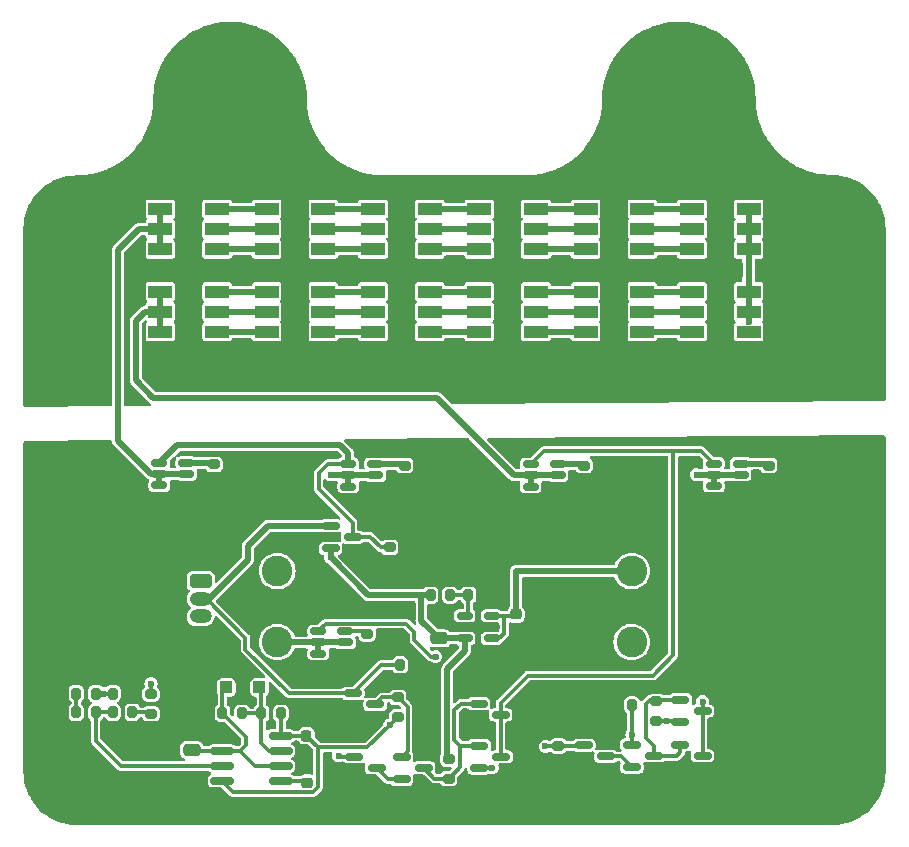
<source format=gbr>
%TF.GenerationSoftware,KiCad,Pcbnew,7.0.11-rc3*%
%TF.CreationDate,2025-03-16T23:28:45+08:00*%
%TF.ProjectId,mainhoop-light,6d61696e-686f-46f7-902d-6c696768742e,rev?*%
%TF.SameCoordinates,Original*%
%TF.FileFunction,Copper,L1,Top*%
%TF.FilePolarity,Positive*%
%FSLAX46Y46*%
G04 Gerber Fmt 4.6, Leading zero omitted, Abs format (unit mm)*
G04 Created by KiCad (PCBNEW 7.0.11-rc3) date 2025-03-16 23:28:45*
%MOMM*%
%LPD*%
G01*
G04 APERTURE LIST*
G04 Aperture macros list*
%AMRoundRect*
0 Rectangle with rounded corners*
0 $1 Rounding radius*
0 $2 $3 $4 $5 $6 $7 $8 $9 X,Y pos of 4 corners*
0 Add a 4 corners polygon primitive as box body*
4,1,4,$2,$3,$4,$5,$6,$7,$8,$9,$2,$3,0*
0 Add four circle primitives for the rounded corners*
1,1,$1+$1,$2,$3*
1,1,$1+$1,$4,$5*
1,1,$1+$1,$6,$7*
1,1,$1+$1,$8,$9*
0 Add four rect primitives between the rounded corners*
20,1,$1+$1,$2,$3,$4,$5,0*
20,1,$1+$1,$4,$5,$6,$7,0*
20,1,$1+$1,$6,$7,$8,$9,0*
20,1,$1+$1,$8,$9,$2,$3,0*%
G04 Aperture macros list end*
%TA.AperFunction,SMDPad,CuDef*%
%ADD10RoundRect,0.150000X-0.512500X-0.150000X0.512500X-0.150000X0.512500X0.150000X-0.512500X0.150000X0*%
%TD*%
%TA.AperFunction,SMDPad,CuDef*%
%ADD11RoundRect,0.200000X0.200000X0.275000X-0.200000X0.275000X-0.200000X-0.275000X0.200000X-0.275000X0*%
%TD*%
%TA.AperFunction,SMDPad,CuDef*%
%ADD12R,2.000000X1.100000*%
%TD*%
%TA.AperFunction,ComponentPad*%
%ADD13C,2.600000*%
%TD*%
%TA.AperFunction,SMDPad,CuDef*%
%ADD14RoundRect,0.200000X0.275000X-0.200000X0.275000X0.200000X-0.275000X0.200000X-0.275000X-0.200000X0*%
%TD*%
%TA.AperFunction,SMDPad,CuDef*%
%ADD15RoundRect,0.200000X-0.200000X-0.275000X0.200000X-0.275000X0.200000X0.275000X-0.200000X0.275000X0*%
%TD*%
%TA.AperFunction,SMDPad,CuDef*%
%ADD16RoundRect,0.150000X-0.587500X-0.150000X0.587500X-0.150000X0.587500X0.150000X-0.587500X0.150000X0*%
%TD*%
%TA.AperFunction,SMDPad,CuDef*%
%ADD17RoundRect,0.150000X0.512500X0.150000X-0.512500X0.150000X-0.512500X-0.150000X0.512500X-0.150000X0*%
%TD*%
%TA.AperFunction,SMDPad,CuDef*%
%ADD18RoundRect,0.200000X-0.275000X0.200000X-0.275000X-0.200000X0.275000X-0.200000X0.275000X0.200000X0*%
%TD*%
%TA.AperFunction,SMDPad,CuDef*%
%ADD19RoundRect,0.250000X-0.300000X-0.300000X0.300000X-0.300000X0.300000X0.300000X-0.300000X0.300000X0*%
%TD*%
%TA.AperFunction,SMDPad,CuDef*%
%ADD20RoundRect,0.250000X0.475000X-0.250000X0.475000X0.250000X-0.475000X0.250000X-0.475000X-0.250000X0*%
%TD*%
%TA.AperFunction,SMDPad,CuDef*%
%ADD21RoundRect,0.150000X-0.825000X-0.150000X0.825000X-0.150000X0.825000X0.150000X-0.825000X0.150000X0*%
%TD*%
%TA.AperFunction,SMDPad,CuDef*%
%ADD22RoundRect,0.225000X0.250000X-0.225000X0.250000X0.225000X-0.250000X0.225000X-0.250000X-0.225000X0*%
%TD*%
%TA.AperFunction,SMDPad,CuDef*%
%ADD23RoundRect,0.225000X-0.250000X0.225000X-0.250000X-0.225000X0.250000X-0.225000X0.250000X0.225000X0*%
%TD*%
%TA.AperFunction,ComponentPad*%
%ADD24RoundRect,0.250000X-0.685000X0.335000X-0.685000X-0.335000X0.685000X-0.335000X0.685000X0.335000X0*%
%TD*%
%TA.AperFunction,ComponentPad*%
%ADD25O,1.870000X1.170000*%
%TD*%
%TA.AperFunction,ComponentPad*%
%ADD26C,6.800000*%
%TD*%
%TA.AperFunction,ConnectorPad*%
%ADD27C,11.000000*%
%TD*%
%TA.AperFunction,SMDPad,CuDef*%
%ADD28RoundRect,0.225000X-0.225000X-0.250000X0.225000X-0.250000X0.225000X0.250000X-0.225000X0.250000X0*%
%TD*%
%TA.AperFunction,ViaPad*%
%ADD29C,0.600000*%
%TD*%
%TA.AperFunction,Conductor*%
%ADD30C,0.300000*%
%TD*%
%TA.AperFunction,Conductor*%
%ADD31C,0.500000*%
%TD*%
G04 APERTURE END LIST*
D10*
%TO.P,IC4,1,EN*%
%TO.N,RED_EN*%
X105450000Y-60100000D03*
%TO.P,IC4,2,OUT_1*%
%TO.N,Net-(D13-BK)*%
X105450000Y-61050000D03*
%TO.P,IC4,3,OUT_2*%
X105450000Y-62000000D03*
%TO.P,IC4,4,GND*%
%TO.N,GND*%
X107725000Y-62000000D03*
%TO.P,IC4,5,OUT_3*%
%TO.N,Net-(D13-BK)*%
X107725000Y-61050000D03*
%TO.P,IC4,6,REXT*%
%TO.N,Net-(IC4-REXT)*%
X107725000Y-60100000D03*
%TD*%
D11*
%TO.P,R20,1*%
%TO.N,DIS*%
X81000000Y-81200000D03*
%TO.P,R20,2*%
%TO.N,THR*%
X79350000Y-81200000D03*
%TD*%
D12*
%TO.P,D23,1,RK*%
%TO.N,Net-(D21-RA)*%
X119100000Y-45500000D03*
%TO.P,D23,2,GK*%
%TO.N,Net-(D21-GA)*%
X119100000Y-47200000D03*
%TO.P,D23,3,BK*%
%TO.N,Net-(D21-BA)*%
X119100000Y-48900000D03*
%TO.P,D23,4,BA*%
%TO.N,VDC*%
X123900000Y-48900000D03*
%TO.P,D23,5,GA*%
X123900000Y-47200000D03*
%TO.P,D23,6,RA*%
X123900000Y-45500000D03*
%TD*%
D13*
%TO.P,TP4,1,1*%
%TO.N,VDC*%
X84000000Y-69160000D03*
%TD*%
D14*
%TO.P,R19,1*%
%TO.N,GREEN_EN*%
X93500000Y-67150000D03*
%TO.P,R19,2*%
%TO.N,GND*%
X93500000Y-65500000D03*
%TD*%
%TO.P,R18,1*%
%TO.N,+12V*%
X116100000Y-81825000D03*
%TO.P,R18,2*%
%TO.N,Net-(Q10-G)*%
X116100000Y-80175000D03*
%TD*%
D15*
%TO.P,R4,1*%
%TO.N,GND*%
X112375000Y-80500000D03*
%TO.P,R4,2*%
%TO.N,TSAL*%
X114025000Y-80500000D03*
%TD*%
D16*
%TO.P,Q4,1,G*%
%TO.N,Net-(Q4-G)*%
X90525000Y-84875000D03*
%TO.P,Q4,2,S*%
%TO.N,GND*%
X90525000Y-86775000D03*
%TO.P,Q4,3,D*%
%TO.N,Net-(Q1-S)*%
X92400000Y-85825000D03*
%TD*%
%TO.P,Q2,1,G*%
%TO.N,TSSI*%
X88500000Y-65325000D03*
%TO.P,Q2,2,S*%
%TO.N,+12V*%
X88500000Y-67225000D03*
%TO.P,Q2,3,D*%
%TO.N,GREEN_EN*%
X90375000Y-66275000D03*
%TD*%
D11*
%TO.P,R13,1*%
%TO.N,Net-(U2-Q)*%
X68625000Y-81125000D03*
%TO.P,R13,2*%
%TO.N,Net-(R11-Pad1)*%
X66975000Y-81125000D03*
%TD*%
D17*
%TO.P,U1,1,VIN*%
%TO.N,VDC*%
X102137500Y-74850000D03*
%TO.P,U1,2,GND*%
%TO.N,GND*%
X102137500Y-73900000D03*
%TO.P,U1,3,EN*%
%TO.N,VDC*%
X102137500Y-72950000D03*
%TO.P,U1,4,ADJ*%
%TO.N,Net-(U1-ADJ)*%
X99862500Y-72950000D03*
%TO.P,U1,5,VOUT*%
%TO.N,+12V*%
X99862500Y-74850000D03*
%TD*%
D11*
%TO.P,R12,1*%
%TO.N,GND*%
X71725000Y-79525000D03*
%TO.P,R12,2*%
%TO.N,Net-(Q4-G)*%
X70075000Y-79525000D03*
%TD*%
D12*
%TO.P,D2,1,RK*%
%TO.N,Net-(D1-RA)*%
X83100000Y-38500000D03*
%TO.P,D2,2,GK*%
%TO.N,Net-(D1-GA)*%
X83100000Y-40200000D03*
%TO.P,D2,3,BK*%
%TO.N,Net-(D1-BA)*%
X83100000Y-41900000D03*
%TO.P,D2,4,BA*%
%TO.N,Net-(D2-BA)*%
X87900000Y-41900000D03*
%TO.P,D2,5,GA*%
%TO.N,Net-(D2-GA)*%
X87900000Y-40200000D03*
%TO.P,D2,6,RA*%
%TO.N,Net-(D2-RA)*%
X87900000Y-38500000D03*
%TD*%
D13*
%TO.P,TP3,1,1*%
%TO.N,VDC*%
X114000000Y-69160000D03*
%TD*%
D18*
%TO.P,R7,1*%
%TO.N,Net-(IC6-REXT)*%
X125587500Y-60225000D03*
%TO.P,R7,2*%
%TO.N,GND*%
X125587500Y-61875000D03*
%TD*%
D12*
%TO.P,D21,1,RK*%
%TO.N,Net-(D19-RA)*%
X110100000Y-45500000D03*
%TO.P,D21,2,GK*%
%TO.N,Net-(D19-GA)*%
X110100000Y-47200000D03*
%TO.P,D21,3,BK*%
%TO.N,Net-(D19-BA)*%
X110100000Y-48900000D03*
%TO.P,D21,4,BA*%
%TO.N,Net-(D21-BA)*%
X114900000Y-48900000D03*
%TO.P,D21,5,GA*%
%TO.N,Net-(D21-GA)*%
X114900000Y-47200000D03*
%TO.P,D21,6,RA*%
%TO.N,Net-(D21-RA)*%
X114900000Y-45500000D03*
%TD*%
%TO.P,D6,1,RK*%
%TO.N,Net-(D5-RA)*%
X119100000Y-38500000D03*
%TO.P,D6,2,GK*%
%TO.N,Net-(D5-GA)*%
X119100000Y-40200000D03*
%TO.P,D6,3,BK*%
%TO.N,Net-(D5-BA)*%
X119100000Y-41900000D03*
%TO.P,D6,4,BA*%
%TO.N,VDC*%
X123900000Y-41900000D03*
%TO.P,D6,5,GA*%
X123900000Y-40200000D03*
%TO.P,D6,6,RA*%
X123900000Y-38500000D03*
%TD*%
D10*
%TO.P,IC1,1,EN*%
%TO.N,TSAL_EN*%
X87462500Y-74250000D03*
%TO.P,IC1,2,OUT_1*%
%TO.N,Net-(IC1-OUT_1)*%
X87462500Y-75200000D03*
%TO.P,IC1,3,OUT_2*%
X87462500Y-76150000D03*
%TO.P,IC1,4,GND*%
%TO.N,GND*%
X89737500Y-76150000D03*
%TO.P,IC1,5,OUT_3*%
%TO.N,Net-(IC1-OUT_1)*%
X89737500Y-75200000D03*
%TO.P,IC1,6,REXT*%
%TO.N,Net-(IC1-REXT)*%
X89737500Y-74250000D03*
%TD*%
%TO.P,IC6,1,EN*%
%TO.N,RED_EN*%
X120950000Y-60050000D03*
%TO.P,IC6,2,OUT_1*%
%TO.N,Net-(D14-BK)*%
X120950000Y-61000000D03*
%TO.P,IC6,3,OUT_2*%
X120950000Y-61950000D03*
%TO.P,IC6,4,GND*%
%TO.N,GND*%
X123225000Y-61950000D03*
%TO.P,IC6,5,OUT_3*%
%TO.N,Net-(D14-BK)*%
X123225000Y-61000000D03*
%TO.P,IC6,6,REXT*%
%TO.N,Net-(IC6-REXT)*%
X123225000Y-60050000D03*
%TD*%
D12*
%TO.P,D5,1,RK*%
%TO.N,Net-(D4-RA)*%
X110100000Y-38500000D03*
%TO.P,D5,2,GK*%
%TO.N,Net-(D4-GA)*%
X110100000Y-40200000D03*
%TO.P,D5,3,BK*%
%TO.N,Net-(D4-BA)*%
X110100000Y-41900000D03*
%TO.P,D5,4,BA*%
%TO.N,Net-(D5-BA)*%
X114900000Y-41900000D03*
%TO.P,D5,5,GA*%
%TO.N,Net-(D5-GA)*%
X114900000Y-40200000D03*
%TO.P,D5,6,RA*%
%TO.N,Net-(D5-RA)*%
X114900000Y-38500000D03*
%TD*%
D11*
%TO.P,R5,1*%
%TO.N,GND*%
X96050000Y-77100000D03*
%TO.P,R5,2*%
%TO.N,TSSI*%
X94400000Y-77100000D03*
%TD*%
D16*
%TO.P,Q1,1,G*%
%TO.N,Net-(Q1-G)*%
X94525000Y-84875000D03*
%TO.P,Q1,2,S*%
%TO.N,Net-(Q1-S)*%
X94525000Y-86775000D03*
%TO.P,Q1,3,D*%
%TO.N,Net-(Q1-D)*%
X96400000Y-85825000D03*
%TD*%
%TO.P,Q9,1,G*%
%TO.N,Net-(Q9-G)*%
X109950000Y-83900000D03*
%TO.P,Q9,2,S*%
%TO.N,GND*%
X109950000Y-85800000D03*
%TO.P,Q9,3,D*%
%TO.N,Net-(Q8-S)*%
X111825000Y-84850000D03*
%TD*%
D12*
%TO.P,D15,1,RK*%
%TO.N,Net-(D13-RA)*%
X83100000Y-45500000D03*
%TO.P,D15,2,GK*%
%TO.N,Net-(D13-GA)*%
X83100000Y-47200000D03*
%TO.P,D15,3,BK*%
%TO.N,Net-(D13-BA)*%
X83100000Y-48900000D03*
%TO.P,D15,4,BA*%
%TO.N,Net-(D15-BA)*%
X87900000Y-48900000D03*
%TO.P,D15,5,GA*%
%TO.N,Net-(D15-GA)*%
X87900000Y-47200000D03*
%TO.P,D15,6,RA*%
%TO.N,Net-(D15-RA)*%
X87900000Y-45500000D03*
%TD*%
D16*
%TO.P,Q11,1,G*%
%TO.N,Net-(Q10-G)*%
X118125000Y-83850000D03*
%TO.P,Q11,2,S*%
%TO.N,GND*%
X118125000Y-85750000D03*
%TO.P,Q11,3,D*%
%TO.N,TSAL_EN*%
X120000000Y-84800000D03*
%TD*%
%TO.P,Q10,1,G*%
%TO.N,Net-(Q10-G)*%
X118125000Y-80050000D03*
%TO.P,Q10,2,S*%
%TO.N,+12V*%
X118125000Y-81950000D03*
%TO.P,Q10,3,D*%
%TO.N,TSAL_EN*%
X120000000Y-81000000D03*
%TD*%
D18*
%TO.P,R8,1*%
%TO.N,Net-(IC4-REXT)*%
X109992500Y-60225000D03*
%TO.P,R8,2*%
%TO.N,GND*%
X109992500Y-61875000D03*
%TD*%
%TO.P,R10,1*%
%TO.N,Net-(IC3-REXT)*%
X78637500Y-60125000D03*
%TO.P,R10,2*%
%TO.N,GND*%
X78637500Y-61775000D03*
%TD*%
D14*
%TO.P,R17,1*%
%TO.N,GND*%
X107800000Y-85625000D03*
%TO.P,R17,2*%
%TO.N,Net-(Q9-G)*%
X107800000Y-83975000D03*
%TD*%
D12*
%TO.P,D13,1,RK*%
%TO.N,Net-(D13-BK)*%
X74100000Y-45500000D03*
%TO.P,D13,2,GK*%
X74100000Y-47200000D03*
%TO.P,D13,3,BK*%
X74100000Y-48900000D03*
%TO.P,D13,4,BA*%
%TO.N,Net-(D13-BA)*%
X78900000Y-48900000D03*
%TO.P,D13,5,GA*%
%TO.N,Net-(D13-GA)*%
X78900000Y-47200000D03*
%TO.P,D13,6,RA*%
%TO.N,Net-(D13-RA)*%
X78900000Y-45500000D03*
%TD*%
D15*
%TO.P,R11,1*%
%TO.N,Net-(R11-Pad1)*%
X66975000Y-79525000D03*
%TO.P,R11,2*%
%TO.N,Net-(Q4-G)*%
X68625000Y-79525000D03*
%TD*%
D12*
%TO.P,D3,1,RK*%
%TO.N,Net-(D2-RA)*%
X92100000Y-38500000D03*
%TO.P,D3,2,GK*%
%TO.N,Net-(D2-GA)*%
X92100000Y-40200000D03*
%TO.P,D3,3,BK*%
%TO.N,Net-(D2-BA)*%
X92100000Y-41900000D03*
%TO.P,D3,4,BA*%
%TO.N,Net-(D3-BA)*%
X96900000Y-41900000D03*
%TO.P,D3,5,GA*%
%TO.N,Net-(D3-GA)*%
X96900000Y-40200000D03*
%TO.P,D3,6,RA*%
%TO.N,Net-(D3-RA)*%
X96900000Y-38500000D03*
%TD*%
D13*
%TO.P,TP2,1,1*%
%TO.N,Net-(IC1-OUT_1)*%
X84000000Y-75160000D03*
%TD*%
D14*
%TO.P,R6,1*%
%TO.N,+12V*%
X94200000Y-81500000D03*
%TO.P,R6,2*%
%TO.N,Net-(Q1-G)*%
X94200000Y-79850000D03*
%TD*%
D11*
%TO.P,R2,1*%
%TO.N,GND*%
X101825000Y-71200000D03*
%TO.P,R2,2*%
%TO.N,Net-(U1-ADJ)*%
X100175000Y-71200000D03*
%TD*%
D16*
%TO.P,Q8,1,G*%
%TO.N,TSAL*%
X114025000Y-83850000D03*
%TO.P,Q8,2,S*%
%TO.N,Net-(Q8-S)*%
X114025000Y-85750000D03*
%TO.P,Q8,3,D*%
%TO.N,Net-(Q10-G)*%
X115900000Y-84800000D03*
%TD*%
D11*
%TO.P,R21,1*%
%TO.N,+12V*%
X84300000Y-81200000D03*
%TO.P,R21,2*%
%TO.N,DIS*%
X82650000Y-81200000D03*
%TD*%
D16*
%TO.P,Q6,1,G*%
%TO.N,Net-(Q1-D)*%
X101033979Y-80390412D03*
%TO.P,Q6,2,S*%
%TO.N,GND*%
X101033979Y-82290412D03*
%TO.P,Q6,3,D*%
%TO.N,RED_EN*%
X102908979Y-81340412D03*
%TD*%
D15*
%TO.P,R15,1*%
%TO.N,Net-(U2-Q)*%
X70075000Y-81125000D03*
%TO.P,R15,2*%
%TO.N,Net-(R15-Pad2)*%
X71725000Y-81125000D03*
%TD*%
D13*
%TO.P,TP1,1,1*%
%TO.N,Net-(IC1-OUT_1)*%
X114000000Y-75160000D03*
%TD*%
D19*
%TO.P,D25,1,K*%
%TO.N,THR*%
X79675000Y-79000000D03*
%TO.P,D25,2,A*%
%TO.N,DIS*%
X82475000Y-79000000D03*
%TD*%
D20*
%TO.P,C2,1*%
%TO.N,+12V*%
X97700000Y-74850000D03*
%TO.P,C2,2*%
%TO.N,GND*%
X97700000Y-72950000D03*
%TD*%
D21*
%TO.P,U2,1,GND*%
%TO.N,GND*%
X79325000Y-83115000D03*
%TO.P,U2,2,TR*%
%TO.N,THR*%
X79325000Y-84385000D03*
%TO.P,U2,3,Q*%
%TO.N,Net-(U2-Q)*%
X79325000Y-85655000D03*
%TO.P,U2,4,R*%
%TO.N,+12V*%
X79325000Y-86925000D03*
%TO.P,U2,5,CV*%
%TO.N,Net-(U2-CV)*%
X84275000Y-86925000D03*
%TO.P,U2,6,THR*%
%TO.N,THR*%
X84275000Y-85655000D03*
%TO.P,U2,7,DIS*%
%TO.N,DIS*%
X84275000Y-84385000D03*
%TO.P,U2,8,VCC*%
%TO.N,+12V*%
X84275000Y-83115000D03*
%TD*%
D12*
%TO.P,D1,1,RK*%
%TO.N,Net-(D1-BK)*%
X74100000Y-38500000D03*
%TO.P,D1,2,GK*%
X74100000Y-40200000D03*
%TO.P,D1,3,BK*%
X74100000Y-41900000D03*
%TO.P,D1,4,BA*%
%TO.N,Net-(D1-BA)*%
X78900000Y-41900000D03*
%TO.P,D1,5,GA*%
%TO.N,Net-(D1-GA)*%
X78900000Y-40200000D03*
%TO.P,D1,6,RA*%
%TO.N,Net-(D1-RA)*%
X78900000Y-38500000D03*
%TD*%
D10*
%TO.P,IC3,1,EN*%
%TO.N,GREEN_EN*%
X74000000Y-60000000D03*
%TO.P,IC3,2,OUT_1*%
%TO.N,Net-(D1-BK)*%
X74000000Y-60950000D03*
%TO.P,IC3,3,OUT_2*%
X74000000Y-61900000D03*
%TO.P,IC3,4,GND*%
%TO.N,GND*%
X76275000Y-61900000D03*
%TO.P,IC3,5,OUT_3*%
%TO.N,Net-(D1-BK)*%
X76275000Y-60950000D03*
%TO.P,IC3,6,REXT*%
%TO.N,Net-(IC3-REXT)*%
X76275000Y-60000000D03*
%TD*%
D12*
%TO.P,D4,1,RK*%
%TO.N,Net-(D3-RA)*%
X101100000Y-38500000D03*
%TO.P,D4,2,GK*%
%TO.N,Net-(D3-GA)*%
X101100000Y-40200000D03*
%TO.P,D4,3,BK*%
%TO.N,Net-(D3-BA)*%
X101100000Y-41900000D03*
%TO.P,D4,4,BA*%
%TO.N,Net-(D4-BA)*%
X105900000Y-41900000D03*
%TO.P,D4,5,GA*%
%TO.N,Net-(D4-GA)*%
X105900000Y-40200000D03*
%TO.P,D4,6,RA*%
%TO.N,Net-(D4-RA)*%
X105900000Y-38500000D03*
%TD*%
D20*
%TO.P,C5,1*%
%TO.N,THR*%
X76750000Y-84287500D03*
%TO.P,C5,2*%
%TO.N,GND*%
X76750000Y-82387500D03*
%TD*%
D15*
%TO.P,R3,1*%
%TO.N,+12V*%
X96975000Y-71200000D03*
%TO.P,R3,2*%
%TO.N,Net-(U1-ADJ)*%
X98625000Y-71200000D03*
%TD*%
D14*
%TO.P,R14,1*%
%TO.N,GND*%
X91600000Y-76125000D03*
%TO.P,R14,2*%
%TO.N,Net-(IC1-REXT)*%
X91600000Y-74475000D03*
%TD*%
D22*
%TO.P,C4,1*%
%TO.N,Net-(U2-CV)*%
X86550000Y-87075000D03*
%TO.P,C4,2*%
%TO.N,GND*%
X86550000Y-85525000D03*
%TD*%
D14*
%TO.P,R16,1*%
%TO.N,Net-(R15-Pad2)*%
X73300000Y-81225000D03*
%TO.P,R16,2*%
%TO.N,Net-(Q9-G)*%
X73300000Y-79575000D03*
%TD*%
D18*
%TO.P,R9,1*%
%TO.N,Net-(IC5-REXT)*%
X94775000Y-60225000D03*
%TO.P,R9,2*%
%TO.N,GND*%
X94775000Y-61875000D03*
%TD*%
D23*
%TO.P,C1,1*%
%TO.N,VDC*%
X104200000Y-72825000D03*
%TO.P,C1,2*%
%TO.N,GND*%
X104200000Y-74375000D03*
%TD*%
D12*
%TO.P,D17,1,RK*%
%TO.N,Net-(D15-RA)*%
X92100000Y-45500000D03*
%TO.P,D17,2,GK*%
%TO.N,Net-(D15-GA)*%
X92100000Y-47200000D03*
%TO.P,D17,3,BK*%
%TO.N,Net-(D15-BA)*%
X92100000Y-48900000D03*
%TO.P,D17,4,BA*%
%TO.N,Net-(D17-BA)*%
X96900000Y-48900000D03*
%TO.P,D17,5,GA*%
%TO.N,Net-(D17-GA)*%
X96900000Y-47200000D03*
%TO.P,D17,6,RA*%
%TO.N,Net-(D17-RA)*%
X96900000Y-45500000D03*
%TD*%
D24*
%TO.P,J1,1,Pin_1*%
%TO.N,VDC*%
X77500000Y-70000000D03*
D25*
%TO.P,J1,2,Pin_2*%
%TO.N,TSSI*%
X77500000Y-71500000D03*
%TO.P,J1,3,Pin_3*%
%TO.N,TSAL*%
X77500000Y-73000000D03*
%TO.P,J1,4,Pin_4*%
%TO.N,GND*%
X77500000Y-74500000D03*
%TD*%
D26*
%TO.P,H2,1,1*%
%TO.N,GND*%
X118000000Y-29160000D03*
D27*
X118000000Y-29160000D03*
%TD*%
D12*
%TO.P,D19,1,RK*%
%TO.N,Net-(D17-RA)*%
X101100000Y-45500000D03*
%TO.P,D19,2,GK*%
%TO.N,Net-(D17-GA)*%
X101100000Y-47200000D03*
%TO.P,D19,3,BK*%
%TO.N,Net-(D17-BA)*%
X101100000Y-48900000D03*
%TO.P,D19,4,BA*%
%TO.N,Net-(D19-BA)*%
X105900000Y-48900000D03*
%TO.P,D19,5,GA*%
%TO.N,Net-(D19-GA)*%
X105900000Y-47200000D03*
%TO.P,D19,6,RA*%
%TO.N,Net-(D19-RA)*%
X105900000Y-45500000D03*
%TD*%
D16*
%TO.P,Q5,1,G*%
%TO.N,Net-(Q1-D)*%
X101083979Y-83935412D03*
%TO.P,Q5,2,S*%
%TO.N,+12V*%
X101083979Y-85835412D03*
%TO.P,Q5,3,D*%
%TO.N,RED_EN*%
X102958979Y-84885412D03*
%TD*%
%TO.P,Q3,1,G*%
%TO.N,TSSI*%
X90400000Y-79500000D03*
%TO.P,Q3,2,S*%
%TO.N,GND*%
X90400000Y-81400000D03*
%TO.P,Q3,3,D*%
%TO.N,Net-(Q1-G)*%
X92275000Y-80450000D03*
%TD*%
D28*
%TO.P,C3,1*%
%TO.N,+12V*%
X86450000Y-83087500D03*
%TO.P,C3,2*%
%TO.N,GND*%
X88000000Y-83087500D03*
%TD*%
D26*
%TO.P,H1,1,1*%
%TO.N,GND*%
X80000000Y-29160000D03*
D27*
X80000000Y-29160000D03*
%TD*%
D10*
%TO.P,IC5,1,EN*%
%TO.N,GREEN_EN*%
X90000000Y-60100000D03*
%TO.P,IC5,2,OUT_1*%
%TO.N,Net-(D7-BK)*%
X90000000Y-61050000D03*
%TO.P,IC5,3,OUT_2*%
X90000000Y-62000000D03*
%TO.P,IC5,4,GND*%
%TO.N,GND*%
X92275000Y-62000000D03*
%TO.P,IC5,5,OUT_3*%
%TO.N,Net-(D7-BK)*%
X92275000Y-61050000D03*
%TO.P,IC5,6,REXT*%
%TO.N,Net-(IC5-REXT)*%
X92275000Y-60100000D03*
%TD*%
D18*
%TO.P,R1,1*%
%TO.N,+12V*%
X98500000Y-85075000D03*
%TO.P,R1,2*%
%TO.N,Net-(Q1-D)*%
X98500000Y-86725000D03*
%TD*%
D29*
%TO.N,GND*%
X103680000Y-88540000D03*
X85900000Y-32660000D03*
X116380000Y-68220000D03*
X83360000Y-35200000D03*
X116380000Y-52980000D03*
X131620000Y-60600000D03*
X129080000Y-73300000D03*
X129080000Y-70760000D03*
X124000000Y-88540000D03*
X75740000Y-50440000D03*
X121460000Y-75840000D03*
X83360000Y-60600000D03*
X131620000Y-45360000D03*
X75740000Y-37740000D03*
X108760000Y-73300000D03*
X131620000Y-65680000D03*
X134160000Y-86000000D03*
X126540000Y-68220000D03*
X126540000Y-37740000D03*
X85900000Y-80920000D03*
X116380000Y-63140000D03*
X103680000Y-47900000D03*
X75740000Y-88540000D03*
X116380000Y-70760000D03*
X68120000Y-63140000D03*
X111300000Y-52980000D03*
X65580000Y-88540000D03*
X90980000Y-63140000D03*
X68120000Y-88540000D03*
X131620000Y-83460000D03*
X121460000Y-37740000D03*
X108760000Y-63140000D03*
X98600000Y-60600000D03*
X88440000Y-70760000D03*
X111300000Y-50440000D03*
X129080000Y-40280000D03*
X70660000Y-78380000D03*
X134160000Y-75840000D03*
X75740000Y-42820000D03*
X73200000Y-63140000D03*
X80820000Y-65680000D03*
X101140000Y-63140000D03*
X75740000Y-80920000D03*
X126540000Y-42820000D03*
X68120000Y-65680000D03*
X134160000Y-63140000D03*
X108760000Y-80920000D03*
X118920000Y-52980000D03*
X134160000Y-60600000D03*
X129080000Y-52980000D03*
X131620000Y-68220000D03*
X83360000Y-50440000D03*
X101140000Y-65680000D03*
X75740000Y-65680000D03*
X129080000Y-88540000D03*
X68120000Y-37740000D03*
X126540000Y-47900000D03*
X68120000Y-73300000D03*
X126540000Y-78380000D03*
X129080000Y-37740000D03*
X108760000Y-35200000D03*
X93520000Y-52980000D03*
X118920000Y-73300000D03*
X133300000Y-51800000D03*
X131620000Y-75840000D03*
X131620000Y-37740000D03*
X106220000Y-68220000D03*
X121460000Y-73300000D03*
X85900000Y-73300000D03*
X113840000Y-35200000D03*
X108760000Y-52980000D03*
X70660000Y-60600000D03*
X126540000Y-86000000D03*
X78280000Y-80920000D03*
X126540000Y-65680000D03*
X75740000Y-47900000D03*
X98600000Y-52980000D03*
X103680000Y-68220000D03*
X121460000Y-70760000D03*
X80820000Y-42820000D03*
X75740000Y-68220000D03*
X73200000Y-68220000D03*
X101140000Y-50440000D03*
X111300000Y-32660000D03*
X78280000Y-75840000D03*
X68120000Y-70760000D03*
X133300000Y-58300000D03*
X68120000Y-45360000D03*
X129080000Y-65680000D03*
X131620000Y-70760000D03*
X101140000Y-88540000D03*
X101140000Y-52980000D03*
X70660000Y-88540000D03*
X68120000Y-68220000D03*
X96060000Y-88540000D03*
X83360000Y-52980000D03*
X124000000Y-78380000D03*
X103680000Y-65680000D03*
X131620000Y-80920000D03*
X129080000Y-42820000D03*
X65580000Y-47900000D03*
X85900000Y-42820000D03*
X129080000Y-60600000D03*
X121460000Y-63140000D03*
X113840000Y-63140000D03*
X93520000Y-68220000D03*
X118920000Y-63140000D03*
X126540000Y-80920000D03*
X103680000Y-40280000D03*
X96060000Y-50440000D03*
X103680000Y-37740000D03*
X126540000Y-50440000D03*
X78280000Y-65680000D03*
X68120000Y-40280000D03*
X118920000Y-88540000D03*
X103680000Y-50440000D03*
X132600000Y-59000000D03*
X85900000Y-68220000D03*
X129080000Y-75840000D03*
X68120000Y-42820000D03*
X134160000Y-80920000D03*
X134160000Y-73300000D03*
X129080000Y-78380000D03*
X96060000Y-60600000D03*
X65580000Y-50440000D03*
X131620000Y-63140000D03*
X121460000Y-50440000D03*
X111300000Y-83460000D03*
X129080000Y-68220000D03*
X124000000Y-35200000D03*
X65580000Y-68220000D03*
X116380000Y-88540000D03*
X133300000Y-59000000D03*
X121460000Y-65680000D03*
X124000000Y-80920000D03*
X88440000Y-35200000D03*
X70660000Y-73300000D03*
X134160000Y-68220000D03*
X106220000Y-52980000D03*
X68120000Y-78380000D03*
X121460000Y-47900000D03*
X65580000Y-73300000D03*
X106220000Y-73300000D03*
X99900000Y-82300000D03*
X65580000Y-83460000D03*
X113840000Y-50440000D03*
X73200000Y-50440000D03*
X65580000Y-60600000D03*
X65580000Y-52980000D03*
X131620000Y-73300000D03*
X65580000Y-37740000D03*
X75740000Y-73300000D03*
X78280000Y-35200000D03*
X73200000Y-65680000D03*
X75740000Y-40280000D03*
X124000000Y-86000000D03*
X111300000Y-88540000D03*
X85900000Y-45360000D03*
X88440000Y-88540000D03*
X65580000Y-42820000D03*
X73200000Y-83460000D03*
X96060000Y-63140000D03*
X96060000Y-83460000D03*
X106220000Y-63140000D03*
X129080000Y-50440000D03*
X132600000Y-52500000D03*
X129080000Y-47900000D03*
X131620000Y-78380000D03*
X75740000Y-35200000D03*
X75740000Y-70760000D03*
X68120000Y-86000000D03*
X83360000Y-63140000D03*
X85900000Y-37740000D03*
X101140000Y-68220000D03*
X80820000Y-50440000D03*
X103680000Y-42820000D03*
X73200000Y-32660000D03*
X80820000Y-60600000D03*
X126540000Y-45360000D03*
X70660000Y-63140000D03*
X73200000Y-73300000D03*
X131620000Y-40280000D03*
X134160000Y-47900000D03*
X116380000Y-75840000D03*
X65580000Y-86000000D03*
X121460000Y-40280000D03*
X111300000Y-73300000D03*
X108760000Y-50440000D03*
X126540000Y-75840000D03*
X126540000Y-52980000D03*
X121460000Y-52980000D03*
X131620000Y-50440000D03*
X134160000Y-83460000D03*
X113840000Y-60600000D03*
X78280000Y-88540000D03*
X98600000Y-63140000D03*
X134160000Y-65680000D03*
X103680000Y-63140000D03*
X121460000Y-58060000D03*
X88440000Y-52980000D03*
X65580000Y-80920000D03*
X134160000Y-78380000D03*
X73200000Y-70760000D03*
X103680000Y-45360000D03*
X126540000Y-40280000D03*
X65580000Y-45360000D03*
X96060000Y-52980000D03*
X68120000Y-75840000D03*
X116380000Y-35200000D03*
X126540000Y-58060000D03*
X78280000Y-50440000D03*
X70660000Y-65680000D03*
X124000000Y-73300000D03*
X73200000Y-88540000D03*
X108760000Y-65680000D03*
X93520000Y-63140000D03*
X106220000Y-65680000D03*
X134160000Y-42820000D03*
X93520000Y-50440000D03*
X85900000Y-47900000D03*
X116380000Y-73300000D03*
X126540000Y-88540000D03*
X90980000Y-68220000D03*
X113840000Y-88540000D03*
X85900000Y-50440000D03*
X132600000Y-58300000D03*
X126540000Y-70760000D03*
X98600000Y-65680000D03*
X106220000Y-50440000D03*
X68120000Y-47900000D03*
X118920000Y-65680000D03*
X129080000Y-63140000D03*
X116380000Y-50440000D03*
X85900000Y-63140000D03*
X106220000Y-88540000D03*
X75740000Y-45360000D03*
X118920000Y-58060000D03*
X121460000Y-80920000D03*
X111300000Y-35200000D03*
X121460000Y-88540000D03*
X103680000Y-52980000D03*
X126540000Y-73300000D03*
X124000000Y-75840000D03*
X86550000Y-84587500D03*
X118920000Y-68220000D03*
X129080000Y-80920000D03*
X88440000Y-50440000D03*
X83360000Y-73300000D03*
X113840000Y-52980000D03*
X65580000Y-70760000D03*
X111300000Y-60600000D03*
X121460000Y-45360000D03*
X89400000Y-81400000D03*
X68120000Y-60600000D03*
X90980000Y-88540000D03*
X126540000Y-63140000D03*
X111300000Y-68220000D03*
X75740000Y-52980000D03*
X124000000Y-83460000D03*
X111300000Y-63140000D03*
X134160000Y-40280000D03*
X78280000Y-52980000D03*
X70660000Y-68220000D03*
X98600000Y-88540000D03*
X96060000Y-68220000D03*
X129080000Y-83460000D03*
X106220000Y-80920000D03*
X80820000Y-63140000D03*
X121460000Y-78380000D03*
X96060000Y-80920000D03*
X133300000Y-52500000D03*
X129080000Y-86000000D03*
X98600000Y-50440000D03*
X93500000Y-64600000D03*
X90980000Y-50440000D03*
X98600000Y-68220000D03*
X101140000Y-60600000D03*
X108760000Y-88540000D03*
X121460000Y-35200000D03*
X121460000Y-86000000D03*
X85900000Y-35200000D03*
X111300000Y-65680000D03*
X96900000Y-77100000D03*
X116380000Y-86000000D03*
X134160000Y-70760000D03*
X70660000Y-75840000D03*
X124000000Y-70760000D03*
X65580000Y-65680000D03*
X113840000Y-65680000D03*
X73200000Y-75840000D03*
X113840000Y-73300000D03*
X90980000Y-52980000D03*
X65580000Y-78380000D03*
X70660000Y-70760000D03*
X96060000Y-65680000D03*
X85900000Y-52980000D03*
X121460000Y-83460000D03*
X124000000Y-68220000D03*
X78280000Y-68220000D03*
X75740000Y-63140000D03*
X118920000Y-35200000D03*
X85900000Y-40280000D03*
X98600000Y-42820000D03*
X126540000Y-83460000D03*
X126540000Y-35200000D03*
X131620000Y-86000000D03*
X108760000Y-68220000D03*
X65580000Y-63140000D03*
X85900000Y-70760000D03*
X131620000Y-42820000D03*
X103680000Y-83460000D03*
X124000000Y-32660000D03*
X93520000Y-88540000D03*
X80820000Y-52980000D03*
X134160000Y-45360000D03*
X132600000Y-51800000D03*
X65580000Y-40280000D03*
X108760000Y-70760000D03*
X118920000Y-50440000D03*
X129080000Y-58060000D03*
X78280000Y-63140000D03*
X106220000Y-70760000D03*
X68120000Y-50440000D03*
X111300000Y-70760000D03*
X131620000Y-88540000D03*
X131620000Y-47900000D03*
X118920000Y-75840000D03*
X73200000Y-35200000D03*
X75740000Y-75840000D03*
X121460000Y-42820000D03*
X118920000Y-70760000D03*
X65580000Y-75840000D03*
X129080000Y-45360000D03*
X68120000Y-52980000D03*
X116380000Y-65680000D03*
X134160000Y-50440000D03*
%TO.N,VDC*%
X123900000Y-48100000D03*
X123900000Y-42900000D03*
X123900000Y-39400000D03*
X123900000Y-44400000D03*
X123900000Y-41100000D03*
X123900000Y-46400000D03*
%TO.N,+12V*%
X93500000Y-82200000D03*
X88500000Y-68000000D03*
X98400000Y-84300000D03*
X117000000Y-81825000D03*
X102200000Y-85800000D03*
%TO.N,Net-(D7-BK)*%
X88500000Y-61000000D03*
%TO.N,Net-(D14-BK)*%
X119500000Y-61000000D03*
%TO.N,TSAL_EN*%
X97400000Y-76400000D03*
X120000000Y-80200000D03*
%TO.N,Net-(Q4-G)*%
X69300000Y-79525000D03*
X89200000Y-84800000D03*
%TO.N,TSAL*%
X114025000Y-83000000D03*
%TO.N,Net-(Q9-G)*%
X73300000Y-78700000D03*
X106700000Y-84000000D03*
%TD*%
D30*
%TO.N,GND*%
X99909588Y-82290412D02*
X99900000Y-82300000D01*
X101033979Y-82290412D02*
X99909588Y-82290412D01*
D31*
X90400000Y-81400000D02*
X89400000Y-81400000D01*
D30*
X98650000Y-73900000D02*
X102137500Y-73900000D01*
X86550000Y-85525000D02*
X86550000Y-84587500D01*
X97700000Y-72950000D02*
X98650000Y-73900000D01*
D31*
X93500000Y-65500000D02*
X93500000Y-64600000D01*
%TO.N,VDC*%
X123900000Y-41100000D02*
X123900000Y-39400000D01*
D30*
X102137500Y-72950000D02*
X103300000Y-72950000D01*
D31*
X123900000Y-48100000D02*
X123900000Y-46400000D01*
D30*
X103200000Y-73050000D02*
X103300000Y-72950000D01*
X103200000Y-74449999D02*
X103200000Y-73050000D01*
X102799999Y-74850000D02*
X103200000Y-74449999D01*
D31*
X104200000Y-69160000D02*
X114000000Y-69160000D01*
X104200000Y-72825000D02*
X104200000Y-69160000D01*
D30*
X102137500Y-74850000D02*
X102799999Y-74850000D01*
D31*
X123900000Y-46400000D02*
X123900000Y-41100000D01*
D30*
X103300000Y-72950000D02*
X104075000Y-72950000D01*
X104075000Y-72950000D02*
X104200000Y-72825000D01*
D31*
X123900000Y-39400000D02*
X123900000Y-38500000D01*
D30*
%TO.N,Net-(U1-ADJ)*%
X100175000Y-71200000D02*
X100175000Y-72637500D01*
X100175000Y-72637500D02*
X99862500Y-72950000D01*
X98625000Y-71200000D02*
X100175000Y-71200000D01*
%TO.N,Net-(U2-CV)*%
X84275000Y-86925000D02*
X86400000Y-86925000D01*
X86400000Y-86925000D02*
X86550000Y-87075000D01*
%TO.N,+12V*%
X102200000Y-85800000D02*
X101119391Y-85800000D01*
X98400000Y-77419239D02*
X98400000Y-84300000D01*
D31*
X91700000Y-71200000D02*
X96975000Y-71200000D01*
X96200000Y-71300000D02*
X96200000Y-73350000D01*
X98383979Y-84958979D02*
X98383979Y-77435260D01*
D30*
X91612500Y-84087500D02*
X93500000Y-82200000D01*
X96300000Y-71200000D02*
X96200000Y-71300000D01*
X79325000Y-86925000D02*
X80275000Y-87875000D01*
D31*
X96200000Y-73350000D02*
X97700000Y-74850000D01*
D30*
X87450000Y-84087500D02*
X91612500Y-84087500D01*
X118000000Y-81825000D02*
X118125000Y-81950000D01*
D31*
X99862500Y-74850000D02*
X99862500Y-75956739D01*
D30*
X84300000Y-83090000D02*
X84275000Y-83115000D01*
X93500000Y-82200000D02*
X94200000Y-81500000D01*
D31*
X98500000Y-85075000D02*
X98383979Y-84958979D01*
D30*
X87450000Y-84087500D02*
X86450000Y-83087500D01*
X87044408Y-87875000D02*
X87450000Y-87469408D01*
D31*
X98383979Y-77435260D02*
X99862500Y-75956739D01*
D30*
X87450000Y-87469408D02*
X87450000Y-84087500D01*
X84300000Y-81200000D02*
X84300000Y-83090000D01*
X98400000Y-84975000D02*
X98500000Y-85075000D01*
X86450000Y-83087500D02*
X84302500Y-83087500D01*
X80275000Y-87875000D02*
X87044408Y-87875000D01*
X117000000Y-81825000D02*
X118000000Y-81825000D01*
X101119391Y-85800000D02*
X101083979Y-85835412D01*
X84302500Y-83087500D02*
X84275000Y-83115000D01*
D31*
X88500000Y-68000000D02*
X91700000Y-71200000D01*
D30*
X99862500Y-75956739D02*
X98400000Y-77419239D01*
D31*
X88500000Y-67225000D02*
X88500000Y-68000000D01*
D30*
X98400000Y-84300000D02*
X98400000Y-84975000D01*
X96975000Y-71200000D02*
X96300000Y-71200000D01*
D31*
X97700000Y-74850000D02*
X99862500Y-74850000D01*
D30*
X116100000Y-81825000D02*
X117000000Y-81825000D01*
%TO.N,THR*%
X81350000Y-83908358D02*
X81350000Y-83200000D01*
X80873358Y-84385000D02*
X81350000Y-83908358D01*
X82143358Y-85655000D02*
X84275000Y-85655000D01*
X79350000Y-81200000D02*
X79350000Y-79325000D01*
X80873358Y-84385000D02*
X82143358Y-85655000D01*
X76847500Y-84385000D02*
X76750000Y-84287500D01*
X79325000Y-84385000D02*
X76847500Y-84385000D01*
X79325000Y-84385000D02*
X80873358Y-84385000D01*
X79350000Y-79325000D02*
X79675000Y-79000000D01*
X81350000Y-83200000D02*
X79350000Y-81200000D01*
D31*
%TO.N,Net-(IC3-REXT)*%
X76275000Y-60000000D02*
X78512500Y-60000000D01*
X78512500Y-60000000D02*
X78637500Y-60125000D01*
D30*
%TO.N,RED_EN*%
X102908979Y-80291021D02*
X102908979Y-81340412D01*
X102908979Y-84835412D02*
X102958979Y-84885412D01*
X120950000Y-60050000D02*
X119900000Y-59000000D01*
X118100000Y-59000000D02*
X117500000Y-59000000D01*
X106550000Y-59000000D02*
X105450000Y-60100000D01*
X115800000Y-78000000D02*
X105200000Y-78000000D01*
X119900000Y-59000000D02*
X118100000Y-59000000D01*
X118100000Y-59000000D02*
X106550000Y-59000000D01*
X102908979Y-81340412D02*
X102908979Y-84835412D01*
X105200000Y-78000000D02*
X102908979Y-80291021D01*
X117500000Y-59000000D02*
X117500000Y-76300000D01*
X117500000Y-76300000D02*
X115800000Y-78000000D01*
D31*
%TO.N,Net-(D1-BK)*%
X72300000Y-40200000D02*
X74100000Y-40200000D01*
X74000000Y-60950000D02*
X73337501Y-60950000D01*
X74000000Y-61900000D02*
X74000000Y-60950000D01*
X73337501Y-60950000D02*
X70500000Y-58112499D01*
X74100000Y-38500000D02*
X74100000Y-41900000D01*
X74000000Y-60950000D02*
X76275000Y-60950000D01*
X70500000Y-42000000D02*
X72300000Y-40200000D01*
X70500000Y-58112499D02*
X70500000Y-42000000D01*
%TO.N,Net-(IC4-REXT)*%
X109867500Y-60100000D02*
X109992500Y-60225000D01*
X107725000Y-60100000D02*
X109867500Y-60100000D01*
%TO.N,Net-(D7-BK)*%
X92275000Y-61050000D02*
X90000000Y-61050000D01*
X88500000Y-61000000D02*
X89950000Y-61000000D01*
X89950000Y-61000000D02*
X90000000Y-61050000D01*
X90000000Y-62000000D02*
X90000000Y-61050000D01*
%TO.N,Net-(IC5-REXT)*%
X92275000Y-60100000D02*
X94650000Y-60100000D01*
X94650000Y-60100000D02*
X94775000Y-60225000D01*
%TO.N,Net-(D13-BK)*%
X97500000Y-54500000D02*
X73500000Y-54500000D01*
X72000000Y-48000000D02*
X72800000Y-47200000D01*
X74100000Y-45500000D02*
X74100000Y-48900000D01*
X72800000Y-47200000D02*
X74100000Y-47200000D01*
X105450000Y-62000000D02*
X105450000Y-61050000D01*
X105450000Y-61050000D02*
X104050000Y-61050000D01*
X72000000Y-53000000D02*
X72000000Y-48000000D01*
X73500000Y-54500000D02*
X72000000Y-53000000D01*
X105450000Y-61050000D02*
X107725000Y-61050000D01*
X104050000Y-61050000D02*
X97500000Y-54500000D01*
%TO.N,Net-(IC6-REXT)*%
X125412500Y-60050000D02*
X125587500Y-60225000D01*
X123225000Y-60050000D02*
X125412500Y-60050000D01*
D30*
%TO.N,GREEN_EN*%
X91875000Y-66275000D02*
X92750000Y-67150000D01*
X90000000Y-60100000D02*
X88250000Y-60100000D01*
X88250000Y-60100000D02*
X87500000Y-60850000D01*
X92750000Y-67150000D02*
X93500000Y-67150000D01*
D31*
X74000000Y-60000000D02*
X75500000Y-58500000D01*
X89300000Y-58500000D02*
X90000000Y-59200000D01*
X90000000Y-59200000D02*
X90000000Y-60100000D01*
D30*
X90375000Y-66275000D02*
X91875000Y-66275000D01*
X87500000Y-62200000D02*
X90375000Y-65075000D01*
X87500000Y-60850000D02*
X87500000Y-62200000D01*
D31*
X75500000Y-58500000D02*
X89300000Y-58500000D01*
D30*
X90375000Y-65075000D02*
X90375000Y-66275000D01*
D31*
%TO.N,Net-(D1-BA)*%
X78900000Y-41900000D02*
X83100000Y-41900000D01*
%TO.N,Net-(D1-GA)*%
X83100000Y-40200000D02*
X78900000Y-40200000D01*
%TO.N,Net-(D1-RA)*%
X78900000Y-38500000D02*
X83100000Y-38500000D01*
%TO.N,Net-(D2-BA)*%
X87900000Y-41900000D02*
X92100000Y-41900000D01*
%TO.N,Net-(D2-GA)*%
X92100000Y-40200000D02*
X87900000Y-40200000D01*
%TO.N,Net-(D2-RA)*%
X87900000Y-38500000D02*
X92100000Y-38500000D01*
%TO.N,Net-(D3-BA)*%
X96900000Y-41900000D02*
X101100000Y-41900000D01*
%TO.N,Net-(D3-GA)*%
X101100000Y-40200000D02*
X96900000Y-40200000D01*
%TO.N,Net-(D3-RA)*%
X96900000Y-38500000D02*
X101100000Y-38500000D01*
%TO.N,Net-(D4-BA)*%
X110100000Y-41900000D02*
X105900000Y-41900000D01*
%TO.N,Net-(D4-GA)*%
X105900000Y-40200000D02*
X110100000Y-40200000D01*
%TO.N,Net-(D4-RA)*%
X105900000Y-38500000D02*
X110100000Y-38500000D01*
%TO.N,Net-(D5-BA)*%
X114900000Y-41900000D02*
X119100000Y-41900000D01*
%TO.N,Net-(D5-GA)*%
X119100000Y-40200000D02*
X114900000Y-40200000D01*
%TO.N,Net-(D5-RA)*%
X114900000Y-38500000D02*
X119100000Y-38500000D01*
%TO.N,Net-(D13-BA)*%
X78900000Y-48900000D02*
X83100000Y-48900000D01*
%TO.N,Net-(D13-GA)*%
X83100000Y-47200000D02*
X78900000Y-47200000D01*
%TO.N,Net-(D13-RA)*%
X78900000Y-45500000D02*
X83100000Y-45500000D01*
%TO.N,Net-(D15-BA)*%
X92100000Y-48900000D02*
X87900000Y-48900000D01*
%TO.N,Net-(D15-GA)*%
X87900000Y-47200000D02*
X92100000Y-47200000D01*
%TO.N,Net-(D15-RA)*%
X92100000Y-45500000D02*
X87900000Y-45500000D01*
%TO.N,Net-(D17-BA)*%
X101100000Y-48900000D02*
X96900000Y-48900000D01*
%TO.N,Net-(D17-GA)*%
X96900000Y-47200000D02*
X101100000Y-47200000D01*
%TO.N,Net-(D17-RA)*%
X101100000Y-45500000D02*
X96900000Y-45500000D01*
%TO.N,Net-(D19-BA)*%
X110100000Y-48900000D02*
X105900000Y-48900000D01*
%TO.N,Net-(D19-GA)*%
X105900000Y-47200000D02*
X110100000Y-47200000D01*
%TO.N,Net-(D19-RA)*%
X110100000Y-45500000D02*
X105900000Y-45500000D01*
%TO.N,Net-(D21-BA)*%
X119100000Y-48900000D02*
X114900000Y-48900000D01*
%TO.N,Net-(D21-GA)*%
X114900000Y-47200000D02*
X119100000Y-47200000D01*
%TO.N,Net-(D21-RA)*%
X119100000Y-45500000D02*
X114900000Y-45500000D01*
%TO.N,Net-(D14-BK)*%
X119500000Y-61000000D02*
X120950000Y-61000000D01*
X120950000Y-61000000D02*
X123225000Y-61000000D01*
X120950000Y-61950000D02*
X120950000Y-61000000D01*
D30*
%TO.N,DIS*%
X82650000Y-81200000D02*
X82650000Y-79175000D01*
X82650000Y-79175000D02*
X82475000Y-79000000D01*
X82650000Y-81200000D02*
X81000000Y-81200000D01*
X82650000Y-83734999D02*
X82650000Y-81200000D01*
X83300001Y-84385000D02*
X82650000Y-83734999D01*
X84275000Y-84385000D02*
X83300001Y-84385000D01*
%TO.N,TSAL_EN*%
X120000000Y-81000000D02*
X120000000Y-84800000D01*
X97400000Y-76400000D02*
X97000000Y-76400000D01*
X97000000Y-76400000D02*
X95600000Y-75000000D01*
X94900000Y-73600000D02*
X88112500Y-73600000D01*
X95600000Y-75000000D02*
X95600000Y-74300000D01*
X88112500Y-73600000D02*
X87462500Y-74250000D01*
X95600000Y-74300000D02*
X94900000Y-73600000D01*
X120000000Y-80200000D02*
X120000000Y-81000000D01*
D31*
%TO.N,Net-(IC1-OUT_1)*%
X87462500Y-75200000D02*
X84040000Y-75200000D01*
X87462500Y-75200000D02*
X89737500Y-75200000D01*
X87462500Y-75200000D02*
X87462500Y-76150000D01*
X84040000Y-75200000D02*
X84000000Y-75160000D01*
D30*
%TO.N,Net-(IC1-REXT)*%
X91375000Y-74250000D02*
X91600000Y-74475000D01*
X89737500Y-74250000D02*
X91375000Y-74250000D01*
%TO.N,Net-(Q1-G)*%
X94200000Y-79850000D02*
X95025000Y-80675000D01*
X94200000Y-79850000D02*
X92875000Y-79850000D01*
X92875000Y-79850000D02*
X92275000Y-80450000D01*
X95025000Y-84375000D02*
X94525000Y-84875000D01*
X95025000Y-80675000D02*
X95025000Y-84375000D01*
%TO.N,Net-(Q1-S)*%
X93350000Y-86775000D02*
X92400000Y-85825000D01*
X94525000Y-86775000D02*
X93350000Y-86775000D01*
%TO.N,Net-(Q1-D)*%
X97300000Y-86725000D02*
X96400000Y-85825000D01*
X99483979Y-85741021D02*
X99483979Y-83935412D01*
X99483979Y-83935412D02*
X98983979Y-83435412D01*
X98983979Y-80935412D02*
X99528979Y-80390412D01*
X98500000Y-86725000D02*
X99483979Y-85741021D01*
X101083979Y-83935412D02*
X99483979Y-83935412D01*
X99528979Y-80390412D02*
X101033979Y-80390412D01*
X98983979Y-83435412D02*
X98983979Y-80935412D01*
X98500000Y-86725000D02*
X97300000Y-86725000D01*
D31*
%TO.N,TSSI*%
X81500000Y-68235000D02*
X78235000Y-71500000D01*
X88500000Y-65325000D02*
X83175000Y-65325000D01*
D30*
X78006547Y-71500000D02*
X77500000Y-71500000D01*
X81300000Y-75800000D02*
X81300000Y-74793453D01*
X90400000Y-79500000D02*
X85000000Y-79500000D01*
D31*
X81500000Y-67000000D02*
X81500000Y-68235000D01*
D30*
X81300000Y-74793453D02*
X78006547Y-71500000D01*
X94400000Y-77100000D02*
X92800000Y-77100000D01*
X85000000Y-79500000D02*
X81300000Y-75800000D01*
D31*
X83175000Y-65325000D02*
X81500000Y-67000000D01*
D30*
X92800000Y-77100000D02*
X90400000Y-79500000D01*
D31*
X78235000Y-71500000D02*
X77500000Y-71500000D01*
D30*
%TO.N,Net-(Q4-G)*%
X90525000Y-84875000D02*
X89275000Y-84875000D01*
X70075000Y-79525000D02*
X69300000Y-79525000D01*
X69300000Y-79525000D02*
X68625000Y-79525000D01*
X89275000Y-84875000D02*
X89200000Y-84800000D01*
%TO.N,TSAL*%
X114025000Y-80500000D02*
X114025000Y-83000000D01*
X114025000Y-83000000D02*
X114025000Y-83850000D01*
%TO.N,Net-(Q8-S)*%
X113125000Y-84850000D02*
X114025000Y-85750000D01*
X111825000Y-84850000D02*
X113125000Y-84850000D01*
%TO.N,Net-(Q10-G)*%
X115200000Y-83300000D02*
X115200000Y-80400000D01*
X115900000Y-84000000D02*
X115200000Y-83300000D01*
X118125000Y-84475000D02*
X117800000Y-84800000D01*
X115200000Y-80400000D02*
X115550000Y-80050000D01*
X117800000Y-84800000D02*
X115900000Y-84800000D01*
X118125000Y-83850000D02*
X118125000Y-84475000D01*
X115900000Y-84800000D02*
X115900000Y-84000000D01*
X115550000Y-80050000D02*
X118125000Y-80050000D01*
%TO.N,Net-(Q9-G)*%
X107800000Y-83975000D02*
X109875000Y-83975000D01*
X73300000Y-78700000D02*
X73300000Y-79575000D01*
X109875000Y-83975000D02*
X109950000Y-83900000D01*
X106725000Y-83975000D02*
X106700000Y-84000000D01*
X107800000Y-83975000D02*
X106725000Y-83975000D01*
%TO.N,Net-(R11-Pad1)*%
X66975000Y-81125000D02*
X66975000Y-79525000D01*
%TO.N,Net-(U2-Q)*%
X68625000Y-83525000D02*
X68625000Y-81125000D01*
X79325000Y-85655000D02*
X70755000Y-85655000D01*
X70755000Y-85655000D02*
X68625000Y-83525000D01*
X68625000Y-81125000D02*
X70075000Y-81125000D01*
%TO.N,Net-(R15-Pad2)*%
X73200000Y-81125000D02*
X73300000Y-81225000D01*
X71725000Y-81125000D02*
X73200000Y-81125000D01*
%TD*%
%TA.AperFunction,Conductor*%
%TO.N,GND*%
G36*
X80253690Y-22665633D02*
G01*
X80740655Y-22703019D01*
X80750061Y-22704105D01*
X81232766Y-22778664D01*
X81242071Y-22780469D01*
X81717626Y-22891752D01*
X81726773Y-22894266D01*
X82192420Y-23041629D01*
X82201333Y-23044830D01*
X82654340Y-23227409D01*
X82662986Y-23231284D01*
X83100697Y-23448009D01*
X83109016Y-23452533D01*
X83528831Y-23702115D01*
X83536804Y-23707279D01*
X83936272Y-23988258D01*
X83943818Y-23994009D01*
X84320614Y-24304750D01*
X84327706Y-24311070D01*
X84679609Y-24649743D01*
X84686196Y-24656588D01*
X85011134Y-25021196D01*
X85017177Y-25028524D01*
X85313252Y-25416938D01*
X85318717Y-25424708D01*
X85584184Y-25834636D01*
X85589039Y-25842801D01*
X85822363Y-26271878D01*
X85826577Y-26280391D01*
X86026356Y-26726036D01*
X86029907Y-26734846D01*
X86194993Y-27194493D01*
X86197859Y-27203549D01*
X86327271Y-27674474D01*
X86329436Y-27683723D01*
X86422424Y-28163190D01*
X86423874Y-28172578D01*
X86479884Y-28657748D01*
X86480611Y-28667219D01*
X86499409Y-29157625D01*
X86499500Y-29162375D01*
X86499500Y-29403251D01*
X86535852Y-29888333D01*
X86608358Y-30369370D01*
X86716606Y-30843638D01*
X86859998Y-31308498D01*
X87037707Y-31761291D01*
X87037713Y-31761304D01*
X87037718Y-31761317D01*
X87085782Y-31861123D01*
X87248785Y-32199605D01*
X87248787Y-32199608D01*
X87424221Y-32503467D01*
X87492018Y-32620895D01*
X87671884Y-32884710D01*
X87766057Y-33022836D01*
X88040206Y-33366608D01*
X88069357Y-33403162D01*
X88400236Y-33759764D01*
X88655555Y-33996666D01*
X88756838Y-34090643D01*
X89080623Y-34348853D01*
X89137171Y-34393948D01*
X89539105Y-34667982D01*
X89719209Y-34771965D01*
X89960391Y-34911212D01*
X89960394Y-34911214D01*
X90026229Y-34942918D01*
X90398683Y-35122282D01*
X90398704Y-35122290D01*
X90398708Y-35122292D01*
X90851501Y-35300001D01*
X90851513Y-35300004D01*
X90851519Y-35300007D01*
X91078857Y-35370132D01*
X91316361Y-35443393D01*
X91316366Y-35443394D01*
X91316369Y-35443395D01*
X91790636Y-35551643D01*
X92254755Y-35621598D01*
X92271666Y-35624147D01*
X92756748Y-35660499D01*
X92756764Y-35660499D01*
X92756768Y-35660500D01*
X92756770Y-35660500D01*
X105243230Y-35660500D01*
X105243232Y-35660500D01*
X105243235Y-35660499D01*
X105243251Y-35660499D01*
X105655451Y-35629608D01*
X105728334Y-35624147D01*
X106209364Y-35551643D01*
X106683631Y-35443395D01*
X106683636Y-35443393D01*
X106683638Y-35443393D01*
X106859128Y-35389261D01*
X107148481Y-35300007D01*
X107148490Y-35300003D01*
X107148498Y-35300001D01*
X107495749Y-35163714D01*
X107601317Y-35122282D01*
X108039605Y-34911214D01*
X108460895Y-34667982D01*
X108862829Y-34393948D01*
X109243162Y-34090643D01*
X109599764Y-33759764D01*
X109930643Y-33403162D01*
X110233948Y-33022829D01*
X110507982Y-32620895D01*
X110751214Y-32199605D01*
X110962282Y-31761317D01*
X111003714Y-31655749D01*
X111140001Y-31308498D01*
X111140003Y-31308490D01*
X111140007Y-31308481D01*
X111283395Y-30843631D01*
X111391643Y-30369364D01*
X111464147Y-29888334D01*
X111469608Y-29815451D01*
X111500499Y-29403251D01*
X111500500Y-29403230D01*
X111500500Y-29162375D01*
X111500591Y-29157626D01*
X111510768Y-28892119D01*
X111519389Y-28667197D01*
X111520113Y-28657771D01*
X111576128Y-28172555D01*
X111577571Y-28163213D01*
X111670567Y-27683702D01*
X111672722Y-27674496D01*
X111802146Y-27203528D01*
X111804999Y-27194513D01*
X111970097Y-26734833D01*
X111973637Y-26726049D01*
X112173430Y-26280373D01*
X112177627Y-26271895D01*
X112410972Y-25842780D01*
X112415802Y-25834656D01*
X112681292Y-25424693D01*
X112686736Y-25416952D01*
X112982836Y-25028506D01*
X112988850Y-25021213D01*
X113313810Y-24656579D01*
X113320382Y-24649750D01*
X113672311Y-24311053D01*
X113679366Y-24304766D01*
X114056193Y-23993999D01*
X114063717Y-23988264D01*
X114463195Y-23707279D01*
X114471159Y-23702120D01*
X114890998Y-23452524D01*
X114899291Y-23448014D01*
X115337022Y-23231280D01*
X115345649Y-23227413D01*
X115798674Y-23044827D01*
X115807571Y-23041631D01*
X116273233Y-22894264D01*
X116282367Y-22891754D01*
X116757933Y-22780467D01*
X116767228Y-22778664D01*
X117249941Y-22704104D01*
X117259341Y-22703020D01*
X117746310Y-22665633D01*
X117755802Y-22665269D01*
X118244198Y-22665269D01*
X118253690Y-22665633D01*
X118740655Y-22703019D01*
X118750061Y-22704105D01*
X119232766Y-22778664D01*
X119242071Y-22780469D01*
X119717626Y-22891752D01*
X119726773Y-22894266D01*
X120192420Y-23041629D01*
X120201333Y-23044830D01*
X120654340Y-23227409D01*
X120662986Y-23231284D01*
X121100697Y-23448009D01*
X121109016Y-23452533D01*
X121528831Y-23702115D01*
X121536804Y-23707279D01*
X121936272Y-23988258D01*
X121943818Y-23994009D01*
X122320614Y-24304750D01*
X122327706Y-24311070D01*
X122679609Y-24649743D01*
X122686196Y-24656588D01*
X123011134Y-25021196D01*
X123017177Y-25028524D01*
X123313252Y-25416938D01*
X123318717Y-25424708D01*
X123584184Y-25834636D01*
X123589039Y-25842801D01*
X123822363Y-26271878D01*
X123826577Y-26280391D01*
X124026356Y-26726036D01*
X124029907Y-26734846D01*
X124194993Y-27194493D01*
X124197859Y-27203549D01*
X124327271Y-27674474D01*
X124329436Y-27683723D01*
X124422424Y-28163190D01*
X124423874Y-28172578D01*
X124479884Y-28657748D01*
X124480611Y-28667219D01*
X124499409Y-29157625D01*
X124499500Y-29162375D01*
X124499500Y-29401155D01*
X124535539Y-29882061D01*
X124607420Y-30358950D01*
X124714734Y-30829124D01*
X124714738Y-30829139D01*
X124856892Y-31289990D01*
X125033070Y-31738882D01*
X125033076Y-31738895D01*
X125033081Y-31738908D01*
X125051653Y-31777473D01*
X125242330Y-32173420D01*
X125242332Y-32173423D01*
X125432884Y-32503467D01*
X125483467Y-32591080D01*
X125503795Y-32620895D01*
X125755146Y-32989559D01*
X125781684Y-33022836D01*
X126055833Y-33366608D01*
X126383861Y-33720139D01*
X126737392Y-34048167D01*
X126858832Y-34145012D01*
X127063909Y-34308556D01*
X127114448Y-34348859D01*
X127512920Y-34620533D01*
X127645493Y-34697074D01*
X127930576Y-34861667D01*
X127930579Y-34861669D01*
X128033457Y-34911212D01*
X128365092Y-35070919D01*
X128365113Y-35070927D01*
X128365117Y-35070929D01*
X128814009Y-35247107D01*
X128814021Y-35247110D01*
X128814027Y-35247113D01*
X129274873Y-35389265D01*
X129745054Y-35496581D01*
X130129059Y-35554460D01*
X130221938Y-35568460D01*
X130702844Y-35604499D01*
X130702860Y-35604499D01*
X130702864Y-35604500D01*
X130878108Y-35604500D01*
X130941294Y-35604500D01*
X130946702Y-35604618D01*
X130958869Y-35605149D01*
X131335650Y-35621599D01*
X131346387Y-35622539D01*
X131729687Y-35673001D01*
X131740325Y-35674876D01*
X132117773Y-35758555D01*
X132128213Y-35761353D01*
X132496910Y-35877602D01*
X132507071Y-35881300D01*
X132864244Y-36029247D01*
X132874036Y-36033813D01*
X133216965Y-36212330D01*
X133226305Y-36217723D01*
X133489401Y-36385334D01*
X133552356Y-36425441D01*
X133561217Y-36431645D01*
X133867926Y-36666991D01*
X133876202Y-36673935D01*
X134161245Y-36935128D01*
X134168871Y-36942754D01*
X134430062Y-37227795D01*
X134437008Y-37236073D01*
X134672354Y-37542782D01*
X134678558Y-37551643D01*
X134699016Y-37583755D01*
X134870073Y-37852260D01*
X134886268Y-37877680D01*
X134891673Y-37887042D01*
X134950215Y-37999500D01*
X135070183Y-38229957D01*
X135074755Y-38239761D01*
X135222698Y-38596926D01*
X135226398Y-38607092D01*
X135342645Y-38975782D01*
X135345445Y-38986230D01*
X135429121Y-39363666D01*
X135430999Y-39374320D01*
X135481458Y-39757592D01*
X135482401Y-39768368D01*
X135499382Y-40157297D01*
X135499500Y-40162706D01*
X135499500Y-54622689D01*
X135479815Y-54689728D01*
X135427011Y-54735483D01*
X135376329Y-54746686D01*
X98751502Y-54991494D01*
X98684332Y-54972258D01*
X98662992Y-54955178D01*
X97901385Y-54193571D01*
X97884750Y-54172928D01*
X97882145Y-54168874D01*
X97882143Y-54168872D01*
X97844614Y-54136353D01*
X97838147Y-54130333D01*
X97828593Y-54120779D01*
X97817785Y-54112688D01*
X97810904Y-54107144D01*
X97773373Y-54074623D01*
X97773372Y-54074622D01*
X97773367Y-54074619D01*
X97768983Y-54072617D01*
X97746194Y-54059096D01*
X97742331Y-54056204D01*
X97742329Y-54056203D01*
X97695790Y-54038845D01*
X97687622Y-54035461D01*
X97642457Y-54014835D01*
X97642455Y-54014834D01*
X97637682Y-54014148D01*
X97612000Y-54007593D01*
X97607486Y-54005909D01*
X97557946Y-54002365D01*
X97549159Y-54001420D01*
X97535799Y-53999500D01*
X97535797Y-53999500D01*
X97522308Y-53999500D01*
X97513461Y-53999184D01*
X97463929Y-53995641D01*
X97463925Y-53995641D01*
X97459215Y-53996666D01*
X97432857Y-53999500D01*
X73758675Y-53999500D01*
X73691636Y-53979815D01*
X73670994Y-53963181D01*
X72536819Y-52829005D01*
X72503334Y-52767682D01*
X72500500Y-52741324D01*
X72500500Y-48258675D01*
X72520185Y-48191636D01*
X72536815Y-48170998D01*
X72762208Y-47945604D01*
X72823529Y-47912121D01*
X72893220Y-47917105D01*
X72918781Y-47930187D01*
X72919397Y-47930599D01*
X72919399Y-47930601D01*
X72936540Y-47942054D01*
X72943792Y-47946900D01*
X72988595Y-48000514D01*
X72997301Y-48069839D01*
X72967144Y-48132865D01*
X72943791Y-48153100D01*
X72919399Y-48169399D01*
X72864033Y-48252260D01*
X72864032Y-48252264D01*
X72849500Y-48325321D01*
X72849500Y-49474678D01*
X72864032Y-49547735D01*
X72864033Y-49547739D01*
X72864034Y-49547740D01*
X72919399Y-49630601D01*
X73002260Y-49685966D01*
X73002264Y-49685967D01*
X73075321Y-49700499D01*
X73075324Y-49700500D01*
X73075326Y-49700500D01*
X75124676Y-49700500D01*
X75124677Y-49700499D01*
X75197740Y-49685966D01*
X75280601Y-49630601D01*
X75335966Y-49547740D01*
X75350499Y-49474678D01*
X77649500Y-49474678D01*
X77664032Y-49547735D01*
X77664033Y-49547739D01*
X77664034Y-49547740D01*
X77719399Y-49630601D01*
X77802260Y-49685966D01*
X77802264Y-49685967D01*
X77875321Y-49700499D01*
X77875324Y-49700500D01*
X77875326Y-49700500D01*
X79924676Y-49700500D01*
X79924677Y-49700499D01*
X79997740Y-49685966D01*
X80080601Y-49630601D01*
X80135966Y-49547740D01*
X80135967Y-49547735D01*
X80145402Y-49500308D01*
X80177788Y-49438397D01*
X80238504Y-49403823D01*
X80267019Y-49400500D01*
X81732981Y-49400500D01*
X81800020Y-49420185D01*
X81845775Y-49472989D01*
X81854598Y-49500308D01*
X81864032Y-49547736D01*
X81864033Y-49547739D01*
X81864034Y-49547740D01*
X81919399Y-49630601D01*
X82002260Y-49685966D01*
X82002264Y-49685967D01*
X82075321Y-49700499D01*
X82075324Y-49700500D01*
X82075326Y-49700500D01*
X84124676Y-49700500D01*
X84124677Y-49700499D01*
X84197740Y-49685966D01*
X84280601Y-49630601D01*
X84335966Y-49547740D01*
X84350499Y-49474678D01*
X86649500Y-49474678D01*
X86664032Y-49547735D01*
X86664033Y-49547739D01*
X86664034Y-49547740D01*
X86719399Y-49630601D01*
X86802260Y-49685966D01*
X86802264Y-49685967D01*
X86875321Y-49700499D01*
X86875324Y-49700500D01*
X86875326Y-49700500D01*
X88924676Y-49700500D01*
X88924677Y-49700499D01*
X88997740Y-49685966D01*
X89080601Y-49630601D01*
X89135966Y-49547740D01*
X89135967Y-49547735D01*
X89145402Y-49500308D01*
X89177788Y-49438397D01*
X89238504Y-49403823D01*
X89267019Y-49400500D01*
X90732981Y-49400500D01*
X90800020Y-49420185D01*
X90845775Y-49472989D01*
X90854598Y-49500308D01*
X90864032Y-49547736D01*
X90864033Y-49547739D01*
X90864034Y-49547740D01*
X90919399Y-49630601D01*
X91002260Y-49685966D01*
X91002264Y-49685967D01*
X91075321Y-49700499D01*
X91075324Y-49700500D01*
X91075326Y-49700500D01*
X93124676Y-49700500D01*
X93124677Y-49700499D01*
X93197740Y-49685966D01*
X93280601Y-49630601D01*
X93335966Y-49547740D01*
X93350499Y-49474678D01*
X95649500Y-49474678D01*
X95664032Y-49547735D01*
X95664033Y-49547739D01*
X95664034Y-49547740D01*
X95719399Y-49630601D01*
X95802260Y-49685966D01*
X95802264Y-49685967D01*
X95875321Y-49700499D01*
X95875324Y-49700500D01*
X95875326Y-49700500D01*
X97924676Y-49700500D01*
X97924677Y-49700499D01*
X97997740Y-49685966D01*
X98080601Y-49630601D01*
X98135966Y-49547740D01*
X98135967Y-49547735D01*
X98145402Y-49500308D01*
X98177788Y-49438397D01*
X98238504Y-49403823D01*
X98267019Y-49400500D01*
X99732981Y-49400500D01*
X99800020Y-49420185D01*
X99845775Y-49472989D01*
X99854598Y-49500308D01*
X99864032Y-49547736D01*
X99864033Y-49547739D01*
X99864034Y-49547740D01*
X99919399Y-49630601D01*
X100002260Y-49685966D01*
X100002264Y-49685967D01*
X100075321Y-49700499D01*
X100075324Y-49700500D01*
X100075326Y-49700500D01*
X102124676Y-49700500D01*
X102124677Y-49700499D01*
X102197740Y-49685966D01*
X102280601Y-49630601D01*
X102335966Y-49547740D01*
X102350499Y-49474678D01*
X104649500Y-49474678D01*
X104664032Y-49547735D01*
X104664033Y-49547739D01*
X104664034Y-49547740D01*
X104719399Y-49630601D01*
X104802260Y-49685966D01*
X104802264Y-49685967D01*
X104875321Y-49700499D01*
X104875324Y-49700500D01*
X104875326Y-49700500D01*
X106924676Y-49700500D01*
X106924677Y-49700499D01*
X106997740Y-49685966D01*
X107080601Y-49630601D01*
X107135966Y-49547740D01*
X107135967Y-49547735D01*
X107145402Y-49500308D01*
X107177788Y-49438397D01*
X107238504Y-49403823D01*
X107267019Y-49400500D01*
X108732981Y-49400500D01*
X108800020Y-49420185D01*
X108845775Y-49472989D01*
X108854598Y-49500308D01*
X108864032Y-49547736D01*
X108864033Y-49547739D01*
X108864034Y-49547740D01*
X108919399Y-49630601D01*
X109002260Y-49685966D01*
X109002264Y-49685967D01*
X109075321Y-49700499D01*
X109075324Y-49700500D01*
X109075326Y-49700500D01*
X111124676Y-49700500D01*
X111124677Y-49700499D01*
X111197740Y-49685966D01*
X111280601Y-49630601D01*
X111335966Y-49547740D01*
X111350499Y-49474678D01*
X113649500Y-49474678D01*
X113664032Y-49547735D01*
X113664033Y-49547739D01*
X113664034Y-49547740D01*
X113719399Y-49630601D01*
X113802260Y-49685966D01*
X113802264Y-49685967D01*
X113875321Y-49700499D01*
X113875324Y-49700500D01*
X113875326Y-49700500D01*
X115924676Y-49700500D01*
X115924677Y-49700499D01*
X115997740Y-49685966D01*
X116080601Y-49630601D01*
X116135966Y-49547740D01*
X116135967Y-49547735D01*
X116145402Y-49500308D01*
X116177788Y-49438397D01*
X116238504Y-49403823D01*
X116267019Y-49400500D01*
X117732981Y-49400500D01*
X117800020Y-49420185D01*
X117845775Y-49472989D01*
X117854598Y-49500308D01*
X117864032Y-49547736D01*
X117864033Y-49547739D01*
X117864034Y-49547740D01*
X117919399Y-49630601D01*
X118002260Y-49685966D01*
X118002264Y-49685967D01*
X118075321Y-49700499D01*
X118075324Y-49700500D01*
X118075326Y-49700500D01*
X120124676Y-49700500D01*
X120124677Y-49700499D01*
X120197740Y-49685966D01*
X120280601Y-49630601D01*
X120335966Y-49547740D01*
X120350499Y-49474678D01*
X122649500Y-49474678D01*
X122664032Y-49547735D01*
X122664033Y-49547739D01*
X122664034Y-49547740D01*
X122719399Y-49630601D01*
X122802260Y-49685966D01*
X122802264Y-49685967D01*
X122875321Y-49700499D01*
X122875324Y-49700500D01*
X122875326Y-49700500D01*
X124924676Y-49700500D01*
X124924677Y-49700499D01*
X124997740Y-49685966D01*
X125080601Y-49630601D01*
X125135966Y-49547740D01*
X125150500Y-49474674D01*
X125150500Y-48325326D01*
X125150500Y-48325323D01*
X125150499Y-48325321D01*
X125135967Y-48252264D01*
X125135966Y-48252260D01*
X125080601Y-48169399D01*
X125056209Y-48153101D01*
X125011405Y-48099491D01*
X125002698Y-48030166D01*
X125032852Y-47967138D01*
X125056210Y-47946898D01*
X125080601Y-47930601D01*
X125135966Y-47847740D01*
X125150500Y-47774674D01*
X125150500Y-46625326D01*
X125150500Y-46625323D01*
X125150499Y-46625321D01*
X125135967Y-46552264D01*
X125135966Y-46552260D01*
X125080601Y-46469399D01*
X125056209Y-46453101D01*
X125011405Y-46399491D01*
X125002698Y-46330166D01*
X125032852Y-46267138D01*
X125056210Y-46246898D01*
X125080601Y-46230601D01*
X125135966Y-46147740D01*
X125150500Y-46074674D01*
X125150500Y-44925326D01*
X125150500Y-44925323D01*
X125150499Y-44925321D01*
X125135967Y-44852264D01*
X125135966Y-44852260D01*
X125080601Y-44769399D01*
X124997740Y-44714034D01*
X124997739Y-44714033D01*
X124997735Y-44714032D01*
X124924677Y-44699500D01*
X124924674Y-44699500D01*
X124556186Y-44699500D01*
X124489147Y-44679815D01*
X124443392Y-44627011D01*
X124433448Y-44557853D01*
X124436296Y-44543964D01*
X124455250Y-44400000D01*
X124455250Y-44399999D01*
X124436330Y-44256293D01*
X124436330Y-44256291D01*
X124409937Y-44192572D01*
X124400500Y-44145124D01*
X124400500Y-43154875D01*
X124409939Y-43107422D01*
X124436330Y-43043709D01*
X124455250Y-42900000D01*
X124447441Y-42840685D01*
X124458206Y-42771650D01*
X124504586Y-42719394D01*
X124570380Y-42700500D01*
X124924676Y-42700500D01*
X124924677Y-42700499D01*
X124997740Y-42685966D01*
X125080601Y-42630601D01*
X125135966Y-42547740D01*
X125150500Y-42474674D01*
X125150500Y-41325326D01*
X125150500Y-41325323D01*
X125150499Y-41325321D01*
X125135967Y-41252264D01*
X125135966Y-41252260D01*
X125080601Y-41169399D01*
X125056209Y-41153101D01*
X125011405Y-41099491D01*
X125002698Y-41030166D01*
X125032852Y-40967138D01*
X125056210Y-40946898D01*
X125080601Y-40930601D01*
X125135966Y-40847740D01*
X125150500Y-40774674D01*
X125150500Y-39625326D01*
X125150500Y-39625323D01*
X125150499Y-39625321D01*
X125135967Y-39552264D01*
X125135966Y-39552260D01*
X125080601Y-39469399D01*
X125056209Y-39453101D01*
X125011405Y-39399491D01*
X125002698Y-39330166D01*
X125032852Y-39267138D01*
X125056210Y-39246898D01*
X125080601Y-39230601D01*
X125135966Y-39147740D01*
X125150500Y-39074674D01*
X125150500Y-37925326D01*
X125150500Y-37925323D01*
X125150499Y-37925321D01*
X125135967Y-37852264D01*
X125135966Y-37852260D01*
X125122377Y-37831922D01*
X125080601Y-37769399D01*
X124997740Y-37714034D01*
X124997739Y-37714033D01*
X124997735Y-37714032D01*
X124924677Y-37699500D01*
X124924674Y-37699500D01*
X122875326Y-37699500D01*
X122875323Y-37699500D01*
X122802264Y-37714032D01*
X122802260Y-37714033D01*
X122719399Y-37769399D01*
X122664033Y-37852260D01*
X122664032Y-37852264D01*
X122649500Y-37925321D01*
X122649500Y-39074678D01*
X122664032Y-39147735D01*
X122664033Y-39147739D01*
X122664034Y-39147740D01*
X122719399Y-39230601D01*
X122743790Y-39246898D01*
X122788594Y-39300511D01*
X122797301Y-39369836D01*
X122767146Y-39432863D01*
X122743791Y-39453100D01*
X122719399Y-39469399D01*
X122664033Y-39552260D01*
X122664032Y-39552264D01*
X122649500Y-39625321D01*
X122649500Y-40774678D01*
X122664032Y-40847735D01*
X122664033Y-40847739D01*
X122664034Y-40847740D01*
X122719399Y-40930601D01*
X122743790Y-40946898D01*
X122788594Y-41000511D01*
X122797301Y-41069836D01*
X122767146Y-41132863D01*
X122743791Y-41153100D01*
X122719399Y-41169399D01*
X122664033Y-41252260D01*
X122664032Y-41252264D01*
X122649500Y-41325321D01*
X122649500Y-42474678D01*
X122664032Y-42547735D01*
X122664033Y-42547739D01*
X122664034Y-42547740D01*
X122719399Y-42630601D01*
X122802260Y-42685966D01*
X122802264Y-42685967D01*
X122875321Y-42700499D01*
X122875324Y-42700500D01*
X122875326Y-42700500D01*
X123229620Y-42700500D01*
X123296659Y-42720185D01*
X123342414Y-42772989D01*
X123352559Y-42840686D01*
X123344750Y-42899999D01*
X123344750Y-42900000D01*
X123363670Y-43043708D01*
X123363670Y-43043709D01*
X123390061Y-43107422D01*
X123399500Y-43154875D01*
X123399500Y-44145124D01*
X123390062Y-44192575D01*
X123363669Y-44256293D01*
X123344750Y-44399999D01*
X123344750Y-44400000D01*
X123364731Y-44551766D01*
X123363387Y-44551942D01*
X123361924Y-44613263D01*
X123322758Y-44671124D01*
X123258528Y-44698624D01*
X123243814Y-44699500D01*
X122875323Y-44699500D01*
X122802264Y-44714032D01*
X122802260Y-44714033D01*
X122719399Y-44769399D01*
X122664033Y-44852260D01*
X122664032Y-44852264D01*
X122649500Y-44925321D01*
X122649500Y-46074678D01*
X122664032Y-46147735D01*
X122664033Y-46147739D01*
X122664034Y-46147740D01*
X122719399Y-46230601D01*
X122743790Y-46246898D01*
X122788594Y-46300511D01*
X122797301Y-46369836D01*
X122767146Y-46432863D01*
X122743791Y-46453100D01*
X122719399Y-46469399D01*
X122664033Y-46552260D01*
X122664032Y-46552264D01*
X122649500Y-46625321D01*
X122649500Y-47774678D01*
X122664032Y-47847735D01*
X122664033Y-47847739D01*
X122682405Y-47875235D01*
X122719399Y-47930601D01*
X122743790Y-47946898D01*
X122788594Y-48000511D01*
X122797301Y-48069836D01*
X122767146Y-48132863D01*
X122743791Y-48153100D01*
X122719399Y-48169399D01*
X122664033Y-48252260D01*
X122664032Y-48252264D01*
X122649500Y-48325321D01*
X122649500Y-49474678D01*
X120350499Y-49474678D01*
X120350500Y-49474674D01*
X120350500Y-48325326D01*
X120350500Y-48325323D01*
X120350499Y-48325321D01*
X120335967Y-48252264D01*
X120335966Y-48252260D01*
X120280601Y-48169399D01*
X120256209Y-48153101D01*
X120211405Y-48099491D01*
X120202698Y-48030166D01*
X120232852Y-47967138D01*
X120256210Y-47946898D01*
X120280601Y-47930601D01*
X120335966Y-47847740D01*
X120350500Y-47774674D01*
X120350500Y-46625326D01*
X120350500Y-46625323D01*
X120350499Y-46625321D01*
X120335967Y-46552264D01*
X120335966Y-46552260D01*
X120280601Y-46469399D01*
X120256209Y-46453101D01*
X120211405Y-46399491D01*
X120202698Y-46330166D01*
X120232852Y-46267138D01*
X120256210Y-46246898D01*
X120280601Y-46230601D01*
X120335966Y-46147740D01*
X120350500Y-46074674D01*
X120350500Y-44925326D01*
X120350500Y-44925323D01*
X120350499Y-44925321D01*
X120335967Y-44852264D01*
X120335966Y-44852260D01*
X120280601Y-44769399D01*
X120197740Y-44714034D01*
X120197739Y-44714033D01*
X120197735Y-44714032D01*
X120124677Y-44699500D01*
X120124674Y-44699500D01*
X118075326Y-44699500D01*
X118075323Y-44699500D01*
X118002264Y-44714032D01*
X118002260Y-44714033D01*
X117919399Y-44769399D01*
X117864033Y-44852260D01*
X117864032Y-44852263D01*
X117854598Y-44899692D01*
X117822212Y-44961603D01*
X117761496Y-44996177D01*
X117732981Y-44999500D01*
X116267019Y-44999500D01*
X116199980Y-44979815D01*
X116154225Y-44927011D01*
X116145402Y-44899692D01*
X116135967Y-44852263D01*
X116135966Y-44852260D01*
X116080601Y-44769399D01*
X115997740Y-44714034D01*
X115997739Y-44714033D01*
X115997735Y-44714032D01*
X115924677Y-44699500D01*
X115924674Y-44699500D01*
X113875326Y-44699500D01*
X113875323Y-44699500D01*
X113802264Y-44714032D01*
X113802260Y-44714033D01*
X113719399Y-44769399D01*
X113664033Y-44852260D01*
X113664032Y-44852264D01*
X113649500Y-44925321D01*
X113649500Y-46074678D01*
X113664032Y-46147735D01*
X113664033Y-46147739D01*
X113664034Y-46147740D01*
X113719399Y-46230601D01*
X113743790Y-46246898D01*
X113788594Y-46300511D01*
X113797301Y-46369836D01*
X113767146Y-46432863D01*
X113743791Y-46453100D01*
X113719399Y-46469399D01*
X113664033Y-46552260D01*
X113664032Y-46552264D01*
X113649500Y-46625321D01*
X113649500Y-47774678D01*
X113664032Y-47847735D01*
X113664033Y-47847739D01*
X113682405Y-47875235D01*
X113719399Y-47930601D01*
X113743790Y-47946898D01*
X113788594Y-48000511D01*
X113797301Y-48069836D01*
X113767146Y-48132863D01*
X113743791Y-48153100D01*
X113719399Y-48169399D01*
X113664033Y-48252260D01*
X113664032Y-48252264D01*
X113649500Y-48325321D01*
X113649500Y-49474678D01*
X111350499Y-49474678D01*
X111350500Y-49474674D01*
X111350500Y-48325326D01*
X111350500Y-48325323D01*
X111350499Y-48325321D01*
X111335967Y-48252264D01*
X111335966Y-48252260D01*
X111280601Y-48169399D01*
X111256209Y-48153101D01*
X111211405Y-48099491D01*
X111202698Y-48030166D01*
X111232852Y-47967138D01*
X111256210Y-47946898D01*
X111280601Y-47930601D01*
X111335966Y-47847740D01*
X111350500Y-47774674D01*
X111350500Y-46625326D01*
X111350500Y-46625323D01*
X111350499Y-46625321D01*
X111335967Y-46552264D01*
X111335966Y-46552260D01*
X111280601Y-46469399D01*
X111256209Y-46453101D01*
X111211405Y-46399491D01*
X111202698Y-46330166D01*
X111232852Y-46267138D01*
X111256210Y-46246898D01*
X111280601Y-46230601D01*
X111335966Y-46147740D01*
X111350500Y-46074674D01*
X111350500Y-44925326D01*
X111350500Y-44925323D01*
X111350499Y-44925321D01*
X111335967Y-44852264D01*
X111335966Y-44852260D01*
X111280601Y-44769399D01*
X111197740Y-44714034D01*
X111197739Y-44714033D01*
X111197735Y-44714032D01*
X111124677Y-44699500D01*
X111124674Y-44699500D01*
X109075326Y-44699500D01*
X109075323Y-44699500D01*
X109002264Y-44714032D01*
X109002260Y-44714033D01*
X108919399Y-44769399D01*
X108864033Y-44852260D01*
X108864032Y-44852263D01*
X108854598Y-44899692D01*
X108822212Y-44961603D01*
X108761496Y-44996177D01*
X108732981Y-44999500D01*
X107267019Y-44999500D01*
X107199980Y-44979815D01*
X107154225Y-44927011D01*
X107145402Y-44899692D01*
X107135967Y-44852263D01*
X107135966Y-44852260D01*
X107080601Y-44769399D01*
X106997740Y-44714034D01*
X106997739Y-44714033D01*
X106997735Y-44714032D01*
X106924677Y-44699500D01*
X106924674Y-44699500D01*
X104875326Y-44699500D01*
X104875323Y-44699500D01*
X104802264Y-44714032D01*
X104802260Y-44714033D01*
X104719399Y-44769399D01*
X104664033Y-44852260D01*
X104664032Y-44852264D01*
X104649500Y-44925321D01*
X104649500Y-46074678D01*
X104664032Y-46147735D01*
X104664033Y-46147739D01*
X104664034Y-46147740D01*
X104719399Y-46230601D01*
X104743790Y-46246898D01*
X104788594Y-46300511D01*
X104797301Y-46369836D01*
X104767146Y-46432863D01*
X104743791Y-46453100D01*
X104719399Y-46469399D01*
X104664033Y-46552260D01*
X104664032Y-46552264D01*
X104649500Y-46625321D01*
X104649500Y-47774678D01*
X104664032Y-47847735D01*
X104664033Y-47847739D01*
X104682405Y-47875235D01*
X104719399Y-47930601D01*
X104743790Y-47946898D01*
X104788594Y-48000511D01*
X104797301Y-48069836D01*
X104767146Y-48132863D01*
X104743791Y-48153100D01*
X104719399Y-48169399D01*
X104664033Y-48252260D01*
X104664032Y-48252264D01*
X104649500Y-48325321D01*
X104649500Y-49474678D01*
X102350499Y-49474678D01*
X102350500Y-49474674D01*
X102350500Y-48325326D01*
X102350500Y-48325323D01*
X102350499Y-48325321D01*
X102335967Y-48252264D01*
X102335966Y-48252260D01*
X102280601Y-48169399D01*
X102256209Y-48153101D01*
X102211405Y-48099491D01*
X102202698Y-48030166D01*
X102232852Y-47967138D01*
X102256210Y-47946898D01*
X102280601Y-47930601D01*
X102335966Y-47847740D01*
X102350500Y-47774674D01*
X102350500Y-46625326D01*
X102350500Y-46625323D01*
X102350499Y-46625321D01*
X102335967Y-46552264D01*
X102335966Y-46552260D01*
X102280601Y-46469399D01*
X102256209Y-46453101D01*
X102211405Y-46399491D01*
X102202698Y-46330166D01*
X102232852Y-46267138D01*
X102256210Y-46246898D01*
X102280601Y-46230601D01*
X102335966Y-46147740D01*
X102350500Y-46074674D01*
X102350500Y-44925326D01*
X102350500Y-44925323D01*
X102350499Y-44925321D01*
X102335967Y-44852264D01*
X102335966Y-44852260D01*
X102280601Y-44769399D01*
X102197740Y-44714034D01*
X102197739Y-44714033D01*
X102197735Y-44714032D01*
X102124677Y-44699500D01*
X102124674Y-44699500D01*
X100075326Y-44699500D01*
X100075323Y-44699500D01*
X100002264Y-44714032D01*
X100002260Y-44714033D01*
X99919399Y-44769399D01*
X99864033Y-44852260D01*
X99864032Y-44852263D01*
X99854598Y-44899692D01*
X99822212Y-44961603D01*
X99761496Y-44996177D01*
X99732981Y-44999500D01*
X98267019Y-44999500D01*
X98199980Y-44979815D01*
X98154225Y-44927011D01*
X98145402Y-44899692D01*
X98135967Y-44852263D01*
X98135966Y-44852260D01*
X98080601Y-44769399D01*
X97997740Y-44714034D01*
X97997739Y-44714033D01*
X97997735Y-44714032D01*
X97924677Y-44699500D01*
X97924674Y-44699500D01*
X95875326Y-44699500D01*
X95875323Y-44699500D01*
X95802264Y-44714032D01*
X95802260Y-44714033D01*
X95719399Y-44769399D01*
X95664033Y-44852260D01*
X95664032Y-44852264D01*
X95649500Y-44925321D01*
X95649500Y-46074678D01*
X95664032Y-46147735D01*
X95664033Y-46147739D01*
X95664034Y-46147740D01*
X95719399Y-46230601D01*
X95743790Y-46246898D01*
X95788594Y-46300511D01*
X95797301Y-46369836D01*
X95767146Y-46432863D01*
X95743791Y-46453100D01*
X95719399Y-46469399D01*
X95664033Y-46552260D01*
X95664032Y-46552264D01*
X95649500Y-46625321D01*
X95649500Y-47774678D01*
X95664032Y-47847735D01*
X95664033Y-47847739D01*
X95682405Y-47875235D01*
X95719399Y-47930601D01*
X95743790Y-47946898D01*
X95788594Y-48000511D01*
X95797301Y-48069836D01*
X95767146Y-48132863D01*
X95743791Y-48153100D01*
X95719399Y-48169399D01*
X95664033Y-48252260D01*
X95664032Y-48252264D01*
X95649500Y-48325321D01*
X95649500Y-49474678D01*
X93350499Y-49474678D01*
X93350500Y-49474674D01*
X93350500Y-48325326D01*
X93350500Y-48325323D01*
X93350499Y-48325321D01*
X93335967Y-48252264D01*
X93335966Y-48252260D01*
X93280601Y-48169399D01*
X93256209Y-48153101D01*
X93211405Y-48099491D01*
X93202698Y-48030166D01*
X93232852Y-47967138D01*
X93256210Y-47946898D01*
X93280601Y-47930601D01*
X93335966Y-47847740D01*
X93350500Y-47774674D01*
X93350500Y-46625326D01*
X93350500Y-46625323D01*
X93350499Y-46625321D01*
X93335967Y-46552264D01*
X93335966Y-46552260D01*
X93280601Y-46469399D01*
X93256209Y-46453101D01*
X93211405Y-46399491D01*
X93202698Y-46330166D01*
X93232852Y-46267138D01*
X93256210Y-46246898D01*
X93280601Y-46230601D01*
X93335966Y-46147740D01*
X93350500Y-46074674D01*
X93350500Y-44925326D01*
X93350500Y-44925323D01*
X93350499Y-44925321D01*
X93335967Y-44852264D01*
X93335966Y-44852260D01*
X93280601Y-44769399D01*
X93197740Y-44714034D01*
X93197739Y-44714033D01*
X93197735Y-44714032D01*
X93124677Y-44699500D01*
X93124674Y-44699500D01*
X91075326Y-44699500D01*
X91075323Y-44699500D01*
X91002264Y-44714032D01*
X91002260Y-44714033D01*
X90919399Y-44769399D01*
X90864033Y-44852260D01*
X90864032Y-44852263D01*
X90854598Y-44899692D01*
X90822212Y-44961603D01*
X90761496Y-44996177D01*
X90732981Y-44999500D01*
X89267019Y-44999500D01*
X89199980Y-44979815D01*
X89154225Y-44927011D01*
X89145402Y-44899692D01*
X89135967Y-44852263D01*
X89135966Y-44852260D01*
X89080601Y-44769399D01*
X88997740Y-44714034D01*
X88997739Y-44714033D01*
X88997735Y-44714032D01*
X88924677Y-44699500D01*
X88924674Y-44699500D01*
X86875326Y-44699500D01*
X86875323Y-44699500D01*
X86802264Y-44714032D01*
X86802260Y-44714033D01*
X86719399Y-44769399D01*
X86664033Y-44852260D01*
X86664032Y-44852264D01*
X86649500Y-44925321D01*
X86649500Y-46074678D01*
X86664032Y-46147735D01*
X86664033Y-46147739D01*
X86664034Y-46147740D01*
X86719399Y-46230601D01*
X86743790Y-46246898D01*
X86788594Y-46300511D01*
X86797301Y-46369836D01*
X86767146Y-46432863D01*
X86743791Y-46453100D01*
X86719399Y-46469399D01*
X86664033Y-46552260D01*
X86664032Y-46552264D01*
X86649500Y-46625321D01*
X86649500Y-47774678D01*
X86664032Y-47847735D01*
X86664033Y-47847739D01*
X86682405Y-47875235D01*
X86719399Y-47930601D01*
X86743790Y-47946898D01*
X86788594Y-48000511D01*
X86797301Y-48069836D01*
X86767146Y-48132863D01*
X86743791Y-48153100D01*
X86719399Y-48169399D01*
X86664033Y-48252260D01*
X86664032Y-48252264D01*
X86649500Y-48325321D01*
X86649500Y-49474678D01*
X84350499Y-49474678D01*
X84350500Y-49474674D01*
X84350500Y-48325326D01*
X84350500Y-48325323D01*
X84350499Y-48325321D01*
X84335967Y-48252264D01*
X84335966Y-48252260D01*
X84280601Y-48169399D01*
X84256209Y-48153101D01*
X84211405Y-48099491D01*
X84202698Y-48030166D01*
X84232852Y-47967138D01*
X84256210Y-47946898D01*
X84280601Y-47930601D01*
X84335966Y-47847740D01*
X84350500Y-47774674D01*
X84350500Y-46625326D01*
X84350500Y-46625323D01*
X84350499Y-46625321D01*
X84335967Y-46552264D01*
X84335966Y-46552260D01*
X84280601Y-46469399D01*
X84256209Y-46453101D01*
X84211405Y-46399491D01*
X84202698Y-46330166D01*
X84232852Y-46267138D01*
X84256210Y-46246898D01*
X84280601Y-46230601D01*
X84335966Y-46147740D01*
X84350500Y-46074674D01*
X84350500Y-44925326D01*
X84350500Y-44925323D01*
X84350499Y-44925321D01*
X84335967Y-44852264D01*
X84335966Y-44852260D01*
X84280601Y-44769399D01*
X84197740Y-44714034D01*
X84197739Y-44714033D01*
X84197735Y-44714032D01*
X84124677Y-44699500D01*
X84124674Y-44699500D01*
X82075326Y-44699500D01*
X82075323Y-44699500D01*
X82002264Y-44714032D01*
X82002260Y-44714033D01*
X81919399Y-44769399D01*
X81864033Y-44852260D01*
X81864032Y-44852263D01*
X81854598Y-44899692D01*
X81822212Y-44961603D01*
X81761496Y-44996177D01*
X81732981Y-44999500D01*
X80267019Y-44999500D01*
X80199980Y-44979815D01*
X80154225Y-44927011D01*
X80145402Y-44899692D01*
X80135967Y-44852263D01*
X80135966Y-44852260D01*
X80080601Y-44769399D01*
X79997740Y-44714034D01*
X79997739Y-44714033D01*
X79997735Y-44714032D01*
X79924677Y-44699500D01*
X79924674Y-44699500D01*
X77875326Y-44699500D01*
X77875323Y-44699500D01*
X77802264Y-44714032D01*
X77802260Y-44714033D01*
X77719399Y-44769399D01*
X77664033Y-44852260D01*
X77664032Y-44852264D01*
X77649500Y-44925321D01*
X77649500Y-46074678D01*
X77664032Y-46147735D01*
X77664033Y-46147739D01*
X77664034Y-46147740D01*
X77719399Y-46230601D01*
X77743790Y-46246898D01*
X77788594Y-46300511D01*
X77797301Y-46369836D01*
X77767146Y-46432863D01*
X77743791Y-46453100D01*
X77719399Y-46469399D01*
X77664033Y-46552260D01*
X77664032Y-46552264D01*
X77649500Y-46625321D01*
X77649500Y-47774678D01*
X77664032Y-47847735D01*
X77664033Y-47847739D01*
X77682405Y-47875235D01*
X77719399Y-47930601D01*
X77743790Y-47946898D01*
X77788594Y-48000511D01*
X77797301Y-48069836D01*
X77767146Y-48132863D01*
X77743791Y-48153100D01*
X77719399Y-48169399D01*
X77664033Y-48252260D01*
X77664032Y-48252264D01*
X77649500Y-48325321D01*
X77649500Y-49474678D01*
X75350499Y-49474678D01*
X75350500Y-49474674D01*
X75350500Y-48325326D01*
X75350500Y-48325323D01*
X75350499Y-48325321D01*
X75335967Y-48252264D01*
X75335966Y-48252260D01*
X75280601Y-48169399D01*
X75256209Y-48153101D01*
X75211405Y-48099491D01*
X75202698Y-48030166D01*
X75232852Y-47967138D01*
X75256210Y-47946898D01*
X75280601Y-47930601D01*
X75335966Y-47847740D01*
X75350500Y-47774674D01*
X75350500Y-46625326D01*
X75350500Y-46625323D01*
X75350499Y-46625321D01*
X75335967Y-46552264D01*
X75335966Y-46552260D01*
X75280601Y-46469399D01*
X75256209Y-46453101D01*
X75211405Y-46399491D01*
X75202698Y-46330166D01*
X75232852Y-46267138D01*
X75256210Y-46246898D01*
X75280601Y-46230601D01*
X75335966Y-46147740D01*
X75350500Y-46074674D01*
X75350500Y-44925326D01*
X75350500Y-44925323D01*
X75350499Y-44925321D01*
X75335967Y-44852264D01*
X75335966Y-44852260D01*
X75280601Y-44769399D01*
X75197740Y-44714034D01*
X75197739Y-44714033D01*
X75197735Y-44714032D01*
X75124677Y-44699500D01*
X75124674Y-44699500D01*
X73075326Y-44699500D01*
X73075323Y-44699500D01*
X73002264Y-44714032D01*
X73002260Y-44714033D01*
X72919399Y-44769399D01*
X72864033Y-44852260D01*
X72864032Y-44852264D01*
X72849500Y-44925321D01*
X72849500Y-46074678D01*
X72864032Y-46147735D01*
X72864033Y-46147739D01*
X72864034Y-46147740D01*
X72919399Y-46230601D01*
X72943790Y-46246898D01*
X72988594Y-46300511D01*
X72997301Y-46369836D01*
X72967146Y-46432863D01*
X72943791Y-46453100D01*
X72919399Y-46469399D01*
X72864033Y-46552260D01*
X72864032Y-46552263D01*
X72853953Y-46602935D01*
X72821568Y-46664846D01*
X72760852Y-46699420D01*
X72741186Y-46702427D01*
X72692516Y-46705909D01*
X72692513Y-46705910D01*
X72687986Y-46707598D01*
X72662327Y-46714146D01*
X72657550Y-46714833D01*
X72657543Y-46714835D01*
X72612365Y-46735466D01*
X72604191Y-46738851D01*
X72557675Y-46756200D01*
X72557664Y-46756206D01*
X72553799Y-46759100D01*
X72531020Y-46772615D01*
X72526636Y-46774617D01*
X72526625Y-46774624D01*
X72489108Y-46807132D01*
X72482226Y-46812678D01*
X72471403Y-46820780D01*
X72461854Y-46830329D01*
X72455384Y-46836353D01*
X72417861Y-46868867D01*
X72417854Y-46868876D01*
X72415243Y-46872938D01*
X72398616Y-46893568D01*
X71693568Y-47598616D01*
X71672938Y-47615243D01*
X71668876Y-47617854D01*
X71668867Y-47617861D01*
X71636353Y-47655384D01*
X71630329Y-47661854D01*
X71620780Y-47671403D01*
X71612678Y-47682226D01*
X71607132Y-47689108D01*
X71574624Y-47726625D01*
X71574617Y-47726636D01*
X71572615Y-47731020D01*
X71559100Y-47753799D01*
X71556206Y-47757664D01*
X71556200Y-47757675D01*
X71538851Y-47804191D01*
X71535466Y-47812365D01*
X71514835Y-47857543D01*
X71514833Y-47857550D01*
X71514146Y-47862327D01*
X71507598Y-47887986D01*
X71505910Y-47892513D01*
X71505909Y-47892516D01*
X71502365Y-47942054D01*
X71501420Y-47950845D01*
X71499500Y-47964200D01*
X71499500Y-47977690D01*
X71499184Y-47986537D01*
X71495641Y-48036069D01*
X71495641Y-48036073D01*
X71496666Y-48040785D01*
X71499500Y-48067143D01*
X71499500Y-52932858D01*
X71496667Y-52959206D01*
X71495641Y-52963927D01*
X71495641Y-52963929D01*
X71495641Y-52963930D01*
X71499184Y-53013461D01*
X71499500Y-53022308D01*
X71499500Y-53035797D01*
X71501420Y-53049154D01*
X71502365Y-53057946D01*
X71505909Y-53107486D01*
X71507593Y-53112000D01*
X71514148Y-53137682D01*
X71514834Y-53142455D01*
X71535457Y-53187612D01*
X71538845Y-53195790D01*
X71556203Y-53242329D01*
X71559096Y-53246194D01*
X71572617Y-53268983D01*
X71574619Y-53273367D01*
X71574622Y-53273372D01*
X71574623Y-53273373D01*
X71607144Y-53310904D01*
X71612688Y-53317785D01*
X71620779Y-53328593D01*
X71630333Y-53338147D01*
X71636353Y-53344614D01*
X71668872Y-53382143D01*
X71668874Y-53382145D01*
X71672928Y-53384750D01*
X71693571Y-53401385D01*
X73098614Y-54806427D01*
X73115250Y-54827071D01*
X73117857Y-54831128D01*
X73155390Y-54863650D01*
X73161869Y-54869683D01*
X73171396Y-54879210D01*
X73171403Y-54879216D01*
X73171407Y-54879220D01*
X73171410Y-54879222D01*
X73171411Y-54879223D01*
X73182198Y-54887298D01*
X73189091Y-54892853D01*
X73226622Y-54925374D01*
X73226624Y-54925375D01*
X73226625Y-54925375D01*
X73226627Y-54925377D01*
X73227223Y-54925649D01*
X73227718Y-54926078D01*
X73234087Y-54930171D01*
X73233498Y-54931086D01*
X73280028Y-54971400D01*
X73299716Y-55038439D01*
X73280035Y-55105479D01*
X73227233Y-55151237D01*
X73176545Y-55162442D01*
X71125329Y-55176153D01*
X71058159Y-55156917D01*
X71012052Y-55104420D01*
X71000500Y-55052156D01*
X71000500Y-42258676D01*
X71020185Y-42191637D01*
X71036819Y-42170995D01*
X72470995Y-40736819D01*
X72532318Y-40703334D01*
X72558676Y-40700500D01*
X72732981Y-40700500D01*
X72800020Y-40720185D01*
X72845775Y-40772989D01*
X72854598Y-40800308D01*
X72864032Y-40847736D01*
X72864033Y-40847739D01*
X72864034Y-40847740D01*
X72919399Y-40930601D01*
X72943790Y-40946898D01*
X72988594Y-41000511D01*
X72997301Y-41069836D01*
X72967146Y-41132863D01*
X72943791Y-41153100D01*
X72919399Y-41169399D01*
X72864033Y-41252260D01*
X72864032Y-41252264D01*
X72849500Y-41325321D01*
X72849500Y-42474678D01*
X72864032Y-42547735D01*
X72864033Y-42547739D01*
X72864034Y-42547740D01*
X72919399Y-42630601D01*
X73002260Y-42685966D01*
X73002264Y-42685967D01*
X73075321Y-42700499D01*
X73075324Y-42700500D01*
X73075326Y-42700500D01*
X75124676Y-42700500D01*
X75124677Y-42700499D01*
X75197740Y-42685966D01*
X75280601Y-42630601D01*
X75335966Y-42547740D01*
X75350499Y-42474678D01*
X77649500Y-42474678D01*
X77664032Y-42547735D01*
X77664033Y-42547739D01*
X77664034Y-42547740D01*
X77719399Y-42630601D01*
X77802260Y-42685966D01*
X77802264Y-42685967D01*
X77875321Y-42700499D01*
X77875324Y-42700500D01*
X77875326Y-42700500D01*
X79924676Y-42700500D01*
X79924677Y-42700499D01*
X79997740Y-42685966D01*
X80080601Y-42630601D01*
X80135966Y-42547740D01*
X80135967Y-42547735D01*
X80145402Y-42500308D01*
X80177788Y-42438397D01*
X80238504Y-42403823D01*
X80267019Y-42400500D01*
X81732981Y-42400500D01*
X81800020Y-42420185D01*
X81845775Y-42472989D01*
X81854598Y-42500308D01*
X81864032Y-42547736D01*
X81864033Y-42547739D01*
X81864034Y-42547740D01*
X81919399Y-42630601D01*
X82002260Y-42685966D01*
X82002264Y-42685967D01*
X82075321Y-42700499D01*
X82075324Y-42700500D01*
X82075326Y-42700500D01*
X84124676Y-42700500D01*
X84124677Y-42700499D01*
X84197740Y-42685966D01*
X84280601Y-42630601D01*
X84335966Y-42547740D01*
X84350499Y-42474678D01*
X86649500Y-42474678D01*
X86664032Y-42547735D01*
X86664033Y-42547739D01*
X86664034Y-42547740D01*
X86719399Y-42630601D01*
X86802260Y-42685966D01*
X86802264Y-42685967D01*
X86875321Y-42700499D01*
X86875324Y-42700500D01*
X86875326Y-42700500D01*
X88924676Y-42700500D01*
X88924677Y-42700499D01*
X88997740Y-42685966D01*
X89080601Y-42630601D01*
X89135966Y-42547740D01*
X89135967Y-42547735D01*
X89145402Y-42500308D01*
X89177788Y-42438397D01*
X89238504Y-42403823D01*
X89267019Y-42400500D01*
X90732981Y-42400500D01*
X90800020Y-42420185D01*
X90845775Y-42472989D01*
X90854598Y-42500308D01*
X90864032Y-42547736D01*
X90864033Y-42547739D01*
X90864034Y-42547740D01*
X90919399Y-42630601D01*
X91002260Y-42685966D01*
X91002264Y-42685967D01*
X91075321Y-42700499D01*
X91075324Y-42700500D01*
X91075326Y-42700500D01*
X93124676Y-42700500D01*
X93124677Y-42700499D01*
X93197740Y-42685966D01*
X93280601Y-42630601D01*
X93335966Y-42547740D01*
X93350499Y-42474678D01*
X95649500Y-42474678D01*
X95664032Y-42547735D01*
X95664033Y-42547739D01*
X95664034Y-42547740D01*
X95719399Y-42630601D01*
X95802260Y-42685966D01*
X95802264Y-42685967D01*
X95875321Y-42700499D01*
X95875324Y-42700500D01*
X95875326Y-42700500D01*
X97924676Y-42700500D01*
X97924677Y-42700499D01*
X97997740Y-42685966D01*
X98080601Y-42630601D01*
X98135966Y-42547740D01*
X98135967Y-42547735D01*
X98145402Y-42500308D01*
X98177788Y-42438397D01*
X98238504Y-42403823D01*
X98267019Y-42400500D01*
X99732981Y-42400500D01*
X99800020Y-42420185D01*
X99845775Y-42472989D01*
X99854598Y-42500308D01*
X99864032Y-42547736D01*
X99864033Y-42547739D01*
X99864034Y-42547740D01*
X99919399Y-42630601D01*
X100002260Y-42685966D01*
X100002264Y-42685967D01*
X100075321Y-42700499D01*
X100075324Y-42700500D01*
X100075326Y-42700500D01*
X102124676Y-42700500D01*
X102124677Y-42700499D01*
X102197740Y-42685966D01*
X102280601Y-42630601D01*
X102335966Y-42547740D01*
X102350499Y-42474678D01*
X104649500Y-42474678D01*
X104664032Y-42547735D01*
X104664033Y-42547739D01*
X104664034Y-42547740D01*
X104719399Y-42630601D01*
X104802260Y-42685966D01*
X104802264Y-42685967D01*
X104875321Y-42700499D01*
X104875324Y-42700500D01*
X104875326Y-42700500D01*
X106924676Y-42700500D01*
X106924677Y-42700499D01*
X106997740Y-42685966D01*
X107080601Y-42630601D01*
X107135966Y-42547740D01*
X107135967Y-42547735D01*
X107145402Y-42500308D01*
X107177788Y-42438397D01*
X107238504Y-42403823D01*
X107267019Y-42400500D01*
X108732981Y-42400500D01*
X108800020Y-42420185D01*
X108845775Y-42472989D01*
X108854598Y-42500308D01*
X108864032Y-42547736D01*
X108864033Y-42547739D01*
X108864034Y-42547740D01*
X108919399Y-42630601D01*
X109002260Y-42685966D01*
X109002264Y-42685967D01*
X109075321Y-42700499D01*
X109075324Y-42700500D01*
X109075326Y-42700500D01*
X111124676Y-42700500D01*
X111124677Y-42700499D01*
X111197740Y-42685966D01*
X111280601Y-42630601D01*
X111335966Y-42547740D01*
X111350499Y-42474678D01*
X113649500Y-42474678D01*
X113664032Y-42547735D01*
X113664033Y-42547739D01*
X113664034Y-42547740D01*
X113719399Y-42630601D01*
X113802260Y-42685966D01*
X113802264Y-42685967D01*
X113875321Y-42700499D01*
X113875324Y-42700500D01*
X113875326Y-42700500D01*
X115924676Y-42700500D01*
X115924677Y-42700499D01*
X115997740Y-42685966D01*
X116080601Y-42630601D01*
X116135966Y-42547740D01*
X116135967Y-42547735D01*
X116145402Y-42500308D01*
X116177788Y-42438397D01*
X116238504Y-42403823D01*
X116267019Y-42400500D01*
X117732981Y-42400500D01*
X117800020Y-42420185D01*
X117845775Y-42472989D01*
X117854598Y-42500308D01*
X117864032Y-42547736D01*
X117864033Y-42547739D01*
X117864034Y-42547740D01*
X117919399Y-42630601D01*
X118002260Y-42685966D01*
X118002264Y-42685967D01*
X118075321Y-42700499D01*
X118075324Y-42700500D01*
X118075326Y-42700500D01*
X120124676Y-42700500D01*
X120124677Y-42700499D01*
X120197740Y-42685966D01*
X120280601Y-42630601D01*
X120335966Y-42547740D01*
X120350500Y-42474674D01*
X120350500Y-41325326D01*
X120350500Y-41325323D01*
X120350499Y-41325321D01*
X120335967Y-41252264D01*
X120335966Y-41252260D01*
X120280601Y-41169399D01*
X120256209Y-41153101D01*
X120211405Y-41099491D01*
X120202698Y-41030166D01*
X120232852Y-40967138D01*
X120256210Y-40946898D01*
X120280601Y-40930601D01*
X120335966Y-40847740D01*
X120350500Y-40774674D01*
X120350500Y-39625326D01*
X120350500Y-39625323D01*
X120350499Y-39625321D01*
X120335967Y-39552264D01*
X120335966Y-39552260D01*
X120280601Y-39469399D01*
X120256209Y-39453101D01*
X120211405Y-39399491D01*
X120202698Y-39330166D01*
X120232852Y-39267138D01*
X120256210Y-39246898D01*
X120280601Y-39230601D01*
X120335966Y-39147740D01*
X120350500Y-39074674D01*
X120350500Y-37925326D01*
X120350500Y-37925323D01*
X120350499Y-37925321D01*
X120335967Y-37852264D01*
X120335966Y-37852260D01*
X120322377Y-37831922D01*
X120280601Y-37769399D01*
X120197740Y-37714034D01*
X120197739Y-37714033D01*
X120197735Y-37714032D01*
X120124677Y-37699500D01*
X120124674Y-37699500D01*
X118075326Y-37699500D01*
X118075323Y-37699500D01*
X118002264Y-37714032D01*
X118002260Y-37714033D01*
X117919399Y-37769399D01*
X117864033Y-37852260D01*
X117864032Y-37852263D01*
X117854598Y-37899692D01*
X117822212Y-37961603D01*
X117761496Y-37996177D01*
X117732981Y-37999500D01*
X116267019Y-37999500D01*
X116199980Y-37979815D01*
X116154225Y-37927011D01*
X116145402Y-37899692D01*
X116135967Y-37852263D01*
X116135966Y-37852260D01*
X116122377Y-37831922D01*
X116080601Y-37769399D01*
X115997740Y-37714034D01*
X115997739Y-37714033D01*
X115997735Y-37714032D01*
X115924677Y-37699500D01*
X115924674Y-37699500D01*
X113875326Y-37699500D01*
X113875323Y-37699500D01*
X113802264Y-37714032D01*
X113802260Y-37714033D01*
X113719399Y-37769399D01*
X113664033Y-37852260D01*
X113664032Y-37852264D01*
X113649500Y-37925321D01*
X113649500Y-39074678D01*
X113664032Y-39147735D01*
X113664033Y-39147739D01*
X113664034Y-39147740D01*
X113719399Y-39230601D01*
X113743790Y-39246898D01*
X113788594Y-39300511D01*
X113797301Y-39369836D01*
X113767146Y-39432863D01*
X113743791Y-39453100D01*
X113719399Y-39469399D01*
X113664033Y-39552260D01*
X113664032Y-39552264D01*
X113649500Y-39625321D01*
X113649500Y-40774678D01*
X113664032Y-40847735D01*
X113664033Y-40847739D01*
X113664034Y-40847740D01*
X113719399Y-40930601D01*
X113743790Y-40946898D01*
X113788594Y-41000511D01*
X113797301Y-41069836D01*
X113767146Y-41132863D01*
X113743791Y-41153100D01*
X113719399Y-41169399D01*
X113664033Y-41252260D01*
X113664032Y-41252264D01*
X113649500Y-41325321D01*
X113649500Y-42474678D01*
X111350499Y-42474678D01*
X111350500Y-42474674D01*
X111350500Y-41325326D01*
X111350500Y-41325323D01*
X111350499Y-41325321D01*
X111335967Y-41252264D01*
X111335966Y-41252260D01*
X111280601Y-41169399D01*
X111256209Y-41153101D01*
X111211405Y-41099491D01*
X111202698Y-41030166D01*
X111232852Y-40967138D01*
X111256210Y-40946898D01*
X111280601Y-40930601D01*
X111335966Y-40847740D01*
X111350500Y-40774674D01*
X111350500Y-39625326D01*
X111350500Y-39625323D01*
X111350499Y-39625321D01*
X111335967Y-39552264D01*
X111335966Y-39552260D01*
X111280601Y-39469399D01*
X111256209Y-39453101D01*
X111211405Y-39399491D01*
X111202698Y-39330166D01*
X111232852Y-39267138D01*
X111256210Y-39246898D01*
X111280601Y-39230601D01*
X111335966Y-39147740D01*
X111350500Y-39074674D01*
X111350500Y-37925326D01*
X111350500Y-37925323D01*
X111350499Y-37925321D01*
X111335967Y-37852264D01*
X111335966Y-37852260D01*
X111322377Y-37831922D01*
X111280601Y-37769399D01*
X111197740Y-37714034D01*
X111197739Y-37714033D01*
X111197735Y-37714032D01*
X111124677Y-37699500D01*
X111124674Y-37699500D01*
X109075326Y-37699500D01*
X109075323Y-37699500D01*
X109002264Y-37714032D01*
X109002260Y-37714033D01*
X108919399Y-37769399D01*
X108864033Y-37852260D01*
X108864032Y-37852263D01*
X108854598Y-37899692D01*
X108822212Y-37961603D01*
X108761496Y-37996177D01*
X108732981Y-37999500D01*
X107267019Y-37999500D01*
X107199980Y-37979815D01*
X107154225Y-37927011D01*
X107145402Y-37899692D01*
X107135967Y-37852263D01*
X107135966Y-37852260D01*
X107122377Y-37831922D01*
X107080601Y-37769399D01*
X106997740Y-37714034D01*
X106997739Y-37714033D01*
X106997735Y-37714032D01*
X106924677Y-37699500D01*
X106924674Y-37699500D01*
X104875326Y-37699500D01*
X104875323Y-37699500D01*
X104802264Y-37714032D01*
X104802260Y-37714033D01*
X104719399Y-37769399D01*
X104664033Y-37852260D01*
X104664032Y-37852264D01*
X104649500Y-37925321D01*
X104649500Y-39074678D01*
X104664032Y-39147735D01*
X104664033Y-39147739D01*
X104664034Y-39147740D01*
X104719399Y-39230601D01*
X104743790Y-39246898D01*
X104788594Y-39300511D01*
X104797301Y-39369836D01*
X104767146Y-39432863D01*
X104743791Y-39453100D01*
X104719399Y-39469399D01*
X104664033Y-39552260D01*
X104664032Y-39552264D01*
X104649500Y-39625321D01*
X104649500Y-40774678D01*
X104664032Y-40847735D01*
X104664033Y-40847739D01*
X104664034Y-40847740D01*
X104719399Y-40930601D01*
X104743790Y-40946898D01*
X104788594Y-41000511D01*
X104797301Y-41069836D01*
X104767146Y-41132863D01*
X104743791Y-41153100D01*
X104719399Y-41169399D01*
X104664033Y-41252260D01*
X104664032Y-41252264D01*
X104649500Y-41325321D01*
X104649500Y-42474678D01*
X102350499Y-42474678D01*
X102350500Y-42474674D01*
X102350500Y-41325326D01*
X102350500Y-41325323D01*
X102350499Y-41325321D01*
X102335967Y-41252264D01*
X102335966Y-41252260D01*
X102280601Y-41169399D01*
X102256209Y-41153101D01*
X102211405Y-41099491D01*
X102202698Y-41030166D01*
X102232852Y-40967138D01*
X102256210Y-40946898D01*
X102280601Y-40930601D01*
X102335966Y-40847740D01*
X102350500Y-40774674D01*
X102350500Y-39625326D01*
X102350500Y-39625323D01*
X102350499Y-39625321D01*
X102335967Y-39552264D01*
X102335966Y-39552260D01*
X102280601Y-39469399D01*
X102256209Y-39453101D01*
X102211405Y-39399491D01*
X102202698Y-39330166D01*
X102232852Y-39267138D01*
X102256210Y-39246898D01*
X102280601Y-39230601D01*
X102335966Y-39147740D01*
X102350500Y-39074674D01*
X102350500Y-37925326D01*
X102350500Y-37925323D01*
X102350499Y-37925321D01*
X102335967Y-37852264D01*
X102335966Y-37852260D01*
X102322377Y-37831922D01*
X102280601Y-37769399D01*
X102197740Y-37714034D01*
X102197739Y-37714033D01*
X102197735Y-37714032D01*
X102124677Y-37699500D01*
X102124674Y-37699500D01*
X100075326Y-37699500D01*
X100075323Y-37699500D01*
X100002264Y-37714032D01*
X100002260Y-37714033D01*
X99919399Y-37769399D01*
X99864033Y-37852260D01*
X99864032Y-37852263D01*
X99854598Y-37899692D01*
X99822212Y-37961603D01*
X99761496Y-37996177D01*
X99732981Y-37999500D01*
X98267019Y-37999500D01*
X98199980Y-37979815D01*
X98154225Y-37927011D01*
X98145402Y-37899692D01*
X98135967Y-37852263D01*
X98135966Y-37852260D01*
X98122377Y-37831922D01*
X98080601Y-37769399D01*
X97997740Y-37714034D01*
X97997739Y-37714033D01*
X97997735Y-37714032D01*
X97924677Y-37699500D01*
X97924674Y-37699500D01*
X95875326Y-37699500D01*
X95875323Y-37699500D01*
X95802264Y-37714032D01*
X95802260Y-37714033D01*
X95719399Y-37769399D01*
X95664033Y-37852260D01*
X95664032Y-37852264D01*
X95649500Y-37925321D01*
X95649500Y-39074678D01*
X95664032Y-39147735D01*
X95664033Y-39147739D01*
X95664034Y-39147740D01*
X95719399Y-39230601D01*
X95743790Y-39246898D01*
X95788594Y-39300511D01*
X95797301Y-39369836D01*
X95767146Y-39432863D01*
X95743791Y-39453100D01*
X95719399Y-39469399D01*
X95664033Y-39552260D01*
X95664032Y-39552264D01*
X95649500Y-39625321D01*
X95649500Y-40774678D01*
X95664032Y-40847735D01*
X95664033Y-40847739D01*
X95664034Y-40847740D01*
X95719399Y-40930601D01*
X95743790Y-40946898D01*
X95788594Y-41000511D01*
X95797301Y-41069836D01*
X95767146Y-41132863D01*
X95743791Y-41153100D01*
X95719399Y-41169399D01*
X95664033Y-41252260D01*
X95664032Y-41252264D01*
X95649500Y-41325321D01*
X95649500Y-42474678D01*
X93350499Y-42474678D01*
X93350500Y-42474674D01*
X93350500Y-41325326D01*
X93350500Y-41325323D01*
X93350499Y-41325321D01*
X93335967Y-41252264D01*
X93335966Y-41252260D01*
X93280601Y-41169399D01*
X93256209Y-41153101D01*
X93211405Y-41099491D01*
X93202698Y-41030166D01*
X93232852Y-40967138D01*
X93256210Y-40946898D01*
X93280601Y-40930601D01*
X93335966Y-40847740D01*
X93350500Y-40774674D01*
X93350500Y-39625326D01*
X93350500Y-39625323D01*
X93350499Y-39625321D01*
X93335967Y-39552264D01*
X93335966Y-39552260D01*
X93280601Y-39469399D01*
X93256209Y-39453101D01*
X93211405Y-39399491D01*
X93202698Y-39330166D01*
X93232852Y-39267138D01*
X93256210Y-39246898D01*
X93280601Y-39230601D01*
X93335966Y-39147740D01*
X93350500Y-39074674D01*
X93350500Y-37925326D01*
X93350500Y-37925323D01*
X93350499Y-37925321D01*
X93335967Y-37852264D01*
X93335966Y-37852260D01*
X93322377Y-37831922D01*
X93280601Y-37769399D01*
X93197740Y-37714034D01*
X93197739Y-37714033D01*
X93197735Y-37714032D01*
X93124677Y-37699500D01*
X93124674Y-37699500D01*
X91075326Y-37699500D01*
X91075323Y-37699500D01*
X91002264Y-37714032D01*
X91002260Y-37714033D01*
X90919399Y-37769399D01*
X90864033Y-37852260D01*
X90864032Y-37852263D01*
X90854598Y-37899692D01*
X90822212Y-37961603D01*
X90761496Y-37996177D01*
X90732981Y-37999500D01*
X89267019Y-37999500D01*
X89199980Y-37979815D01*
X89154225Y-37927011D01*
X89145402Y-37899692D01*
X89135967Y-37852263D01*
X89135966Y-37852260D01*
X89122377Y-37831922D01*
X89080601Y-37769399D01*
X88997740Y-37714034D01*
X88997739Y-37714033D01*
X88997735Y-37714032D01*
X88924677Y-37699500D01*
X88924674Y-37699500D01*
X86875326Y-37699500D01*
X86875323Y-37699500D01*
X86802264Y-37714032D01*
X86802260Y-37714033D01*
X86719399Y-37769399D01*
X86664033Y-37852260D01*
X86664032Y-37852264D01*
X86649500Y-37925321D01*
X86649500Y-39074678D01*
X86664032Y-39147735D01*
X86664033Y-39147739D01*
X86664034Y-39147740D01*
X86719399Y-39230601D01*
X86743790Y-39246898D01*
X86788594Y-39300511D01*
X86797301Y-39369836D01*
X86767146Y-39432863D01*
X86743791Y-39453100D01*
X86719399Y-39469399D01*
X86664033Y-39552260D01*
X86664032Y-39552264D01*
X86649500Y-39625321D01*
X86649500Y-40774678D01*
X86664032Y-40847735D01*
X86664033Y-40847739D01*
X86664034Y-40847740D01*
X86719399Y-40930601D01*
X86743790Y-40946898D01*
X86788594Y-41000511D01*
X86797301Y-41069836D01*
X86767146Y-41132863D01*
X86743791Y-41153100D01*
X86719399Y-41169399D01*
X86664033Y-41252260D01*
X86664032Y-41252264D01*
X86649500Y-41325321D01*
X86649500Y-42474678D01*
X84350499Y-42474678D01*
X84350500Y-42474674D01*
X84350500Y-41325326D01*
X84350500Y-41325323D01*
X84350499Y-41325321D01*
X84335967Y-41252264D01*
X84335966Y-41252260D01*
X84280601Y-41169399D01*
X84256209Y-41153101D01*
X84211405Y-41099491D01*
X84202698Y-41030166D01*
X84232852Y-40967138D01*
X84256210Y-40946898D01*
X84280601Y-40930601D01*
X84335966Y-40847740D01*
X84350500Y-40774674D01*
X84350500Y-39625326D01*
X84350500Y-39625323D01*
X84350499Y-39625321D01*
X84335967Y-39552264D01*
X84335966Y-39552260D01*
X84280601Y-39469399D01*
X84256209Y-39453101D01*
X84211405Y-39399491D01*
X84202698Y-39330166D01*
X84232852Y-39267138D01*
X84256210Y-39246898D01*
X84280601Y-39230601D01*
X84335966Y-39147740D01*
X84350500Y-39074674D01*
X84350500Y-37925326D01*
X84350500Y-37925323D01*
X84350499Y-37925321D01*
X84335967Y-37852264D01*
X84335966Y-37852260D01*
X84322377Y-37831922D01*
X84280601Y-37769399D01*
X84197740Y-37714034D01*
X84197739Y-37714033D01*
X84197735Y-37714032D01*
X84124677Y-37699500D01*
X84124674Y-37699500D01*
X82075326Y-37699500D01*
X82075323Y-37699500D01*
X82002264Y-37714032D01*
X82002260Y-37714033D01*
X81919399Y-37769399D01*
X81864033Y-37852260D01*
X81864032Y-37852263D01*
X81854598Y-37899692D01*
X81822212Y-37961603D01*
X81761496Y-37996177D01*
X81732981Y-37999500D01*
X80267019Y-37999500D01*
X80199980Y-37979815D01*
X80154225Y-37927011D01*
X80145402Y-37899692D01*
X80135967Y-37852263D01*
X80135966Y-37852260D01*
X80122377Y-37831922D01*
X80080601Y-37769399D01*
X79997740Y-37714034D01*
X79997739Y-37714033D01*
X79997735Y-37714032D01*
X79924677Y-37699500D01*
X79924674Y-37699500D01*
X77875326Y-37699500D01*
X77875323Y-37699500D01*
X77802264Y-37714032D01*
X77802260Y-37714033D01*
X77719399Y-37769399D01*
X77664033Y-37852260D01*
X77664032Y-37852264D01*
X77649500Y-37925321D01*
X77649500Y-39074678D01*
X77664032Y-39147735D01*
X77664033Y-39147739D01*
X77664034Y-39147740D01*
X77719399Y-39230601D01*
X77743790Y-39246898D01*
X77788594Y-39300511D01*
X77797301Y-39369836D01*
X77767146Y-39432863D01*
X77743791Y-39453100D01*
X77719399Y-39469399D01*
X77664033Y-39552260D01*
X77664032Y-39552264D01*
X77649500Y-39625321D01*
X77649500Y-40774678D01*
X77664032Y-40847735D01*
X77664033Y-40847739D01*
X77664034Y-40847740D01*
X77719399Y-40930601D01*
X77743790Y-40946898D01*
X77788594Y-41000511D01*
X77797301Y-41069836D01*
X77767146Y-41132863D01*
X77743791Y-41153100D01*
X77719399Y-41169399D01*
X77664033Y-41252260D01*
X77664032Y-41252264D01*
X77649500Y-41325321D01*
X77649500Y-42474678D01*
X75350499Y-42474678D01*
X75350500Y-42474674D01*
X75350500Y-41325326D01*
X75350500Y-41325323D01*
X75350499Y-41325321D01*
X75335967Y-41252264D01*
X75335966Y-41252260D01*
X75280601Y-41169399D01*
X75256209Y-41153101D01*
X75211405Y-41099491D01*
X75202698Y-41030166D01*
X75232852Y-40967138D01*
X75256210Y-40946898D01*
X75280601Y-40930601D01*
X75335966Y-40847740D01*
X75350500Y-40774674D01*
X75350500Y-39625326D01*
X75350500Y-39625323D01*
X75350499Y-39625321D01*
X75335967Y-39552264D01*
X75335966Y-39552260D01*
X75280601Y-39469399D01*
X75256209Y-39453101D01*
X75211405Y-39399491D01*
X75202698Y-39330166D01*
X75232852Y-39267138D01*
X75256210Y-39246898D01*
X75280601Y-39230601D01*
X75335966Y-39147740D01*
X75350500Y-39074674D01*
X75350500Y-37925326D01*
X75350500Y-37925323D01*
X75350499Y-37925321D01*
X75335967Y-37852264D01*
X75335966Y-37852260D01*
X75322377Y-37831922D01*
X75280601Y-37769399D01*
X75197740Y-37714034D01*
X75197739Y-37714033D01*
X75197735Y-37714032D01*
X75124677Y-37699500D01*
X75124674Y-37699500D01*
X73075326Y-37699500D01*
X73075323Y-37699500D01*
X73002264Y-37714032D01*
X73002260Y-37714033D01*
X72919399Y-37769399D01*
X72864033Y-37852260D01*
X72864032Y-37852264D01*
X72849500Y-37925321D01*
X72849500Y-39074678D01*
X72864032Y-39147735D01*
X72864033Y-39147739D01*
X72864034Y-39147740D01*
X72919399Y-39230601D01*
X72943790Y-39246898D01*
X72988594Y-39300511D01*
X72997301Y-39369836D01*
X72967146Y-39432863D01*
X72943791Y-39453100D01*
X72919399Y-39469399D01*
X72864033Y-39552260D01*
X72864032Y-39552263D01*
X72854598Y-39599692D01*
X72822212Y-39661603D01*
X72761496Y-39696177D01*
X72732981Y-39699500D01*
X72367138Y-39699500D01*
X72340781Y-39696666D01*
X72336076Y-39695642D01*
X72336068Y-39695642D01*
X72286547Y-39699184D01*
X72277701Y-39699500D01*
X72264197Y-39699500D01*
X72250835Y-39701421D01*
X72242045Y-39702366D01*
X72192517Y-39705909D01*
X72192514Y-39705910D01*
X72187996Y-39707595D01*
X72162320Y-39714148D01*
X72157541Y-39714835D01*
X72112367Y-39735465D01*
X72104194Y-39738851D01*
X72057667Y-39756205D01*
X72057667Y-39756206D01*
X72053802Y-39759099D01*
X72031020Y-39772616D01*
X72026631Y-39774620D01*
X72026630Y-39774621D01*
X72026628Y-39774622D01*
X72026627Y-39774623D01*
X72000432Y-39797319D01*
X71989089Y-39807149D01*
X71982215Y-39812688D01*
X71971406Y-39820780D01*
X71971402Y-39820783D01*
X71961853Y-39830331D01*
X71955387Y-39836350D01*
X71917862Y-39868866D01*
X71917854Y-39868876D01*
X71915243Y-39872938D01*
X71898616Y-39893568D01*
X70193568Y-41598616D01*
X70172938Y-41615243D01*
X70168876Y-41617854D01*
X70168867Y-41617861D01*
X70136353Y-41655384D01*
X70130329Y-41661854D01*
X70120780Y-41671403D01*
X70112678Y-41682226D01*
X70107132Y-41689108D01*
X70074624Y-41726625D01*
X70074617Y-41726636D01*
X70072615Y-41731020D01*
X70059100Y-41753799D01*
X70056206Y-41757664D01*
X70056200Y-41757675D01*
X70038851Y-41804191D01*
X70035466Y-41812365D01*
X70014835Y-41857543D01*
X70014833Y-41857550D01*
X70014146Y-41862327D01*
X70007598Y-41887986D01*
X70005910Y-41892513D01*
X70005909Y-41892516D01*
X70002365Y-41942054D01*
X70001420Y-41950845D01*
X69999500Y-41964200D01*
X69999500Y-41977690D01*
X69999184Y-41986537D01*
X69995641Y-42036069D01*
X69995641Y-42036073D01*
X69996666Y-42040785D01*
X69999500Y-42067143D01*
X69999500Y-55060505D01*
X69979815Y-55127544D01*
X69927011Y-55173299D01*
X69876329Y-55184502D01*
X62625329Y-55232969D01*
X62558159Y-55213733D01*
X62512052Y-55161236D01*
X62500500Y-55108972D01*
X62500500Y-40162706D01*
X62500618Y-40157297D01*
X62502063Y-40124201D01*
X62517386Y-39773226D01*
X62518326Y-39762495D01*
X62568152Y-39384025D01*
X62570025Y-39373405D01*
X62652649Y-39000709D01*
X62655440Y-38990295D01*
X62770230Y-38626227D01*
X62773917Y-38616095D01*
X62920003Y-38263412D01*
X62924561Y-38253638D01*
X63100822Y-37915045D01*
X63106217Y-37905700D01*
X63311325Y-37583744D01*
X63317515Y-37574905D01*
X63549896Y-37272060D01*
X63556834Y-37263791D01*
X63814726Y-36982352D01*
X63822352Y-36974726D01*
X64103791Y-36716834D01*
X64112060Y-36709896D01*
X64414905Y-36477515D01*
X64423744Y-36471325D01*
X64745700Y-36266217D01*
X64755045Y-36260822D01*
X65093638Y-36084561D01*
X65103412Y-36080003D01*
X65456095Y-35933917D01*
X65466227Y-35930230D01*
X65830295Y-35815440D01*
X65840709Y-35812649D01*
X66213405Y-35730025D01*
X66224025Y-35728152D01*
X66602495Y-35678326D01*
X66613226Y-35677386D01*
X66997297Y-35660617D01*
X67002706Y-35660500D01*
X67243230Y-35660500D01*
X67243232Y-35660500D01*
X67243235Y-35660499D01*
X67243251Y-35660499D01*
X67655451Y-35629608D01*
X67728334Y-35624147D01*
X68209364Y-35551643D01*
X68683631Y-35443395D01*
X68683636Y-35443393D01*
X68683638Y-35443393D01*
X68859128Y-35389261D01*
X69148481Y-35300007D01*
X69148490Y-35300003D01*
X69148498Y-35300001D01*
X69495749Y-35163714D01*
X69601317Y-35122282D01*
X70039605Y-34911214D01*
X70460895Y-34667982D01*
X70862829Y-34393948D01*
X71243162Y-34090643D01*
X71599764Y-33759764D01*
X71930643Y-33403162D01*
X72233948Y-33022829D01*
X72507982Y-32620895D01*
X72751214Y-32199605D01*
X72962282Y-31761317D01*
X73003714Y-31655749D01*
X73140001Y-31308498D01*
X73140003Y-31308490D01*
X73140007Y-31308481D01*
X73283395Y-30843631D01*
X73391643Y-30369364D01*
X73464147Y-29888334D01*
X73469608Y-29815451D01*
X73500499Y-29403251D01*
X73500500Y-29403230D01*
X73500500Y-29162375D01*
X73500591Y-29157626D01*
X73510768Y-28892119D01*
X73519389Y-28667197D01*
X73520113Y-28657771D01*
X73576128Y-28172555D01*
X73577571Y-28163213D01*
X73670567Y-27683702D01*
X73672722Y-27674496D01*
X73802146Y-27203528D01*
X73804999Y-27194513D01*
X73970097Y-26734833D01*
X73973637Y-26726049D01*
X74173430Y-26280373D01*
X74177627Y-26271895D01*
X74410972Y-25842780D01*
X74415802Y-25834656D01*
X74681292Y-25424693D01*
X74686736Y-25416952D01*
X74982836Y-25028506D01*
X74988850Y-25021213D01*
X75313810Y-24656579D01*
X75320382Y-24649750D01*
X75672311Y-24311053D01*
X75679366Y-24304766D01*
X76056193Y-23993999D01*
X76063717Y-23988264D01*
X76463195Y-23707279D01*
X76471159Y-23702120D01*
X76890998Y-23452524D01*
X76899291Y-23448014D01*
X77337022Y-23231280D01*
X77345649Y-23227413D01*
X77798674Y-23044827D01*
X77807571Y-23041631D01*
X78273233Y-22894264D01*
X78282367Y-22891754D01*
X78757933Y-22780467D01*
X78767228Y-22778664D01*
X79249941Y-22704104D01*
X79259341Y-22703020D01*
X79746310Y-22665633D01*
X79755802Y-22665269D01*
X80244198Y-22665269D01*
X80253690Y-22665633D01*
G37*
%TD.AperFunction*%
%TD*%
%TA.AperFunction,Conductor*%
%TO.N,GND*%
G36*
X135441855Y-57689888D02*
G01*
X135487955Y-57742391D01*
X135499500Y-57794640D01*
X135499500Y-86157293D01*
X135499382Y-86162702D01*
X135482614Y-86546750D01*
X135481671Y-86557526D01*
X135431849Y-86935957D01*
X135429971Y-86946610D01*
X135347354Y-87319272D01*
X135344554Y-87329721D01*
X135229775Y-87693755D01*
X135226075Y-87703921D01*
X135080002Y-88056572D01*
X135075430Y-88066376D01*
X134899183Y-88404942D01*
X134893775Y-88414310D01*
X134688681Y-88736244D01*
X134682476Y-88745105D01*
X134450110Y-89047930D01*
X134443156Y-89056217D01*
X134185284Y-89337635D01*
X134177635Y-89345284D01*
X133896217Y-89603156D01*
X133887930Y-89610110D01*
X133585105Y-89842476D01*
X133576244Y-89848681D01*
X133254310Y-90053775D01*
X133244942Y-90059183D01*
X132906376Y-90235430D01*
X132896572Y-90240002D01*
X132543921Y-90386075D01*
X132533755Y-90389775D01*
X132169721Y-90504554D01*
X132159272Y-90507354D01*
X131786610Y-90589971D01*
X131775957Y-90591849D01*
X131397526Y-90641671D01*
X131386750Y-90642614D01*
X131002703Y-90659382D01*
X130997294Y-90659500D01*
X67002706Y-90659500D01*
X66997297Y-90659382D01*
X66613249Y-90642614D01*
X66602473Y-90641671D01*
X66224042Y-90591849D01*
X66213389Y-90589971D01*
X65840727Y-90507354D01*
X65830278Y-90504554D01*
X65466244Y-90389775D01*
X65456078Y-90386075D01*
X65103427Y-90240002D01*
X65093623Y-90235430D01*
X64755057Y-90059183D01*
X64745689Y-90053775D01*
X64423755Y-89848681D01*
X64414894Y-89842476D01*
X64112069Y-89610110D01*
X64103782Y-89603156D01*
X63822364Y-89345284D01*
X63814715Y-89337635D01*
X63556843Y-89056217D01*
X63549889Y-89047930D01*
X63317523Y-88745105D01*
X63311318Y-88736244D01*
X63106224Y-88414310D01*
X63100816Y-88404942D01*
X62924566Y-88066369D01*
X62919997Y-88056572D01*
X62781925Y-87723237D01*
X62773920Y-87703911D01*
X62770224Y-87693755D01*
X62768414Y-87688014D01*
X62655442Y-87329710D01*
X62652648Y-87319284D01*
X62570025Y-86946597D01*
X62568152Y-86935971D01*
X62518326Y-86557506D01*
X62517386Y-86546771D01*
X62500618Y-86162702D01*
X62500500Y-86157293D01*
X62500500Y-81454269D01*
X66324500Y-81454269D01*
X66327353Y-81484699D01*
X66327353Y-81484701D01*
X66372206Y-81612880D01*
X66372207Y-81612882D01*
X66452850Y-81722150D01*
X66562118Y-81802793D01*
X66604845Y-81817744D01*
X66690299Y-81847646D01*
X66720730Y-81850500D01*
X66720734Y-81850500D01*
X67229270Y-81850500D01*
X67259699Y-81847646D01*
X67259701Y-81847646D01*
X67343108Y-81818460D01*
X67387882Y-81802793D01*
X67497150Y-81722150D01*
X67577793Y-81612882D01*
X67604819Y-81535645D01*
X67622646Y-81484701D01*
X67622646Y-81484699D01*
X67625500Y-81454269D01*
X67625500Y-80795730D01*
X67622646Y-80765300D01*
X67622646Y-80765298D01*
X67581955Y-80649012D01*
X67577793Y-80637118D01*
X67497150Y-80527850D01*
X67428729Y-80477353D01*
X67425866Y-80475240D01*
X67383615Y-80419592D01*
X67375500Y-80375470D01*
X67375500Y-80274529D01*
X67395185Y-80207490D01*
X67425867Y-80174759D01*
X67458265Y-80150848D01*
X67497150Y-80122150D01*
X67577793Y-80012882D01*
X67604408Y-79936820D01*
X67622646Y-79884701D01*
X67622646Y-79884699D01*
X67625500Y-79854269D01*
X67625500Y-79195730D01*
X67622646Y-79165300D01*
X67622646Y-79165298D01*
X67577793Y-79037119D01*
X67577792Y-79037117D01*
X67497150Y-78927850D01*
X67387882Y-78847207D01*
X67387880Y-78847206D01*
X67259700Y-78802353D01*
X67229270Y-78799500D01*
X67229266Y-78799500D01*
X66720734Y-78799500D01*
X66720730Y-78799500D01*
X66690300Y-78802353D01*
X66690298Y-78802353D01*
X66562119Y-78847206D01*
X66562117Y-78847207D01*
X66452850Y-78927850D01*
X66372207Y-79037117D01*
X66372206Y-79037119D01*
X66327353Y-79165298D01*
X66327353Y-79165300D01*
X66324500Y-79195730D01*
X66324500Y-79854269D01*
X66327353Y-79884699D01*
X66327353Y-79884701D01*
X66371940Y-80012119D01*
X66372207Y-80012882D01*
X66452849Y-80122149D01*
X66452851Y-80122151D01*
X66524133Y-80174759D01*
X66566384Y-80230406D01*
X66574500Y-80274529D01*
X66574500Y-80375470D01*
X66554815Y-80442509D01*
X66524134Y-80475240D01*
X66452850Y-80527850D01*
X66372207Y-80637117D01*
X66372206Y-80637119D01*
X66327353Y-80765298D01*
X66327353Y-80765300D01*
X66324500Y-80795730D01*
X66324500Y-81454269D01*
X62500500Y-81454269D01*
X62500500Y-58271106D01*
X62520185Y-58204067D01*
X62572989Y-58158312D01*
X62623686Y-58147109D01*
X69881037Y-58099579D01*
X69948204Y-58118824D01*
X69994304Y-58171327D01*
X70005533Y-58214725D01*
X70005909Y-58219984D01*
X70007593Y-58224499D01*
X70014148Y-58250181D01*
X70014834Y-58254954D01*
X70014835Y-58254956D01*
X70022210Y-58271106D01*
X70035457Y-58300111D01*
X70038845Y-58308289D01*
X70056203Y-58354828D01*
X70059096Y-58358693D01*
X70072617Y-58381482D01*
X70074619Y-58385866D01*
X70074622Y-58385871D01*
X70074623Y-58385872D01*
X70107144Y-58423403D01*
X70112688Y-58430284D01*
X70120779Y-58441092D01*
X70130333Y-58450646D01*
X70136353Y-58457113D01*
X70168872Y-58494642D01*
X70168874Y-58494644D01*
X70172928Y-58497249D01*
X70193571Y-58513884D01*
X72936115Y-61256428D01*
X72952747Y-61277066D01*
X72955355Y-61281125D01*
X72955359Y-61281129D01*
X72992883Y-61313643D01*
X72999362Y-61319676D01*
X73008896Y-61329210D01*
X73008901Y-61329214D01*
X73008907Y-61329220D01*
X73019707Y-61337304D01*
X73026598Y-61342857D01*
X73064128Y-61375377D01*
X73068513Y-61377379D01*
X73091308Y-61390904D01*
X73095170Y-61393795D01*
X73095171Y-61393795D01*
X73101611Y-61398616D01*
X73143482Y-61454550D01*
X73148466Y-61524241D01*
X73137785Y-61554178D01*
X73101852Y-61624698D01*
X73087000Y-61718475D01*
X73087000Y-62081517D01*
X73095719Y-62136567D01*
X73101854Y-62175304D01*
X73159450Y-62288342D01*
X73159452Y-62288344D01*
X73159454Y-62288347D01*
X73249152Y-62378045D01*
X73249154Y-62378046D01*
X73249158Y-62378050D01*
X73347288Y-62428050D01*
X73362198Y-62435647D01*
X73455975Y-62450499D01*
X73455981Y-62450500D01*
X74544018Y-62450499D01*
X74637804Y-62435646D01*
X74750842Y-62378050D01*
X74840550Y-62288342D01*
X74898146Y-62175304D01*
X74898146Y-62175302D01*
X74898147Y-62175301D01*
X74912999Y-62081524D01*
X74913000Y-62081519D01*
X74912999Y-61718482D01*
X74898146Y-61624696D01*
X74898145Y-61624694D01*
X74895131Y-61615418D01*
X74898178Y-61614427D01*
X74888358Y-61562117D01*
X74914639Y-61497378D01*
X74971748Y-61457125D01*
X75011738Y-61450500D01*
X75538448Y-61450500D01*
X75594742Y-61464015D01*
X75637198Y-61485647D01*
X75730975Y-61500499D01*
X75730981Y-61500500D01*
X76819018Y-61500499D01*
X76912804Y-61485646D01*
X77025842Y-61428050D01*
X77115550Y-61338342D01*
X77173146Y-61225304D01*
X77173146Y-61225302D01*
X77173147Y-61225301D01*
X77187999Y-61131524D01*
X77188000Y-61131519D01*
X77187999Y-60768482D01*
X77173146Y-60674696D01*
X77173145Y-60674694D01*
X77170131Y-60665418D01*
X77173178Y-60664427D01*
X77163358Y-60612117D01*
X77189639Y-60547378D01*
X77246748Y-60507125D01*
X77286738Y-60500500D01*
X77869520Y-60500500D01*
X77936559Y-60520185D01*
X77969290Y-60550867D01*
X78040348Y-60647148D01*
X78040349Y-60647148D01*
X78040350Y-60647150D01*
X78149618Y-60727793D01*
X78192345Y-60742744D01*
X78277799Y-60772646D01*
X78308230Y-60775500D01*
X78308234Y-60775500D01*
X78966770Y-60775500D01*
X78997199Y-60772646D01*
X78997201Y-60772646D01*
X79061290Y-60750219D01*
X79125382Y-60727793D01*
X79234650Y-60647150D01*
X79315293Y-60537882D01*
X79337719Y-60473790D01*
X79360146Y-60409701D01*
X79360146Y-60409699D01*
X79363000Y-60379269D01*
X79363000Y-59870730D01*
X79360146Y-59840300D01*
X79360146Y-59840298D01*
X79324595Y-59738702D01*
X79315293Y-59712118D01*
X79234650Y-59602850D01*
X79125382Y-59522207D01*
X79125380Y-59522206D01*
X78997200Y-59477353D01*
X78966770Y-59474500D01*
X78966766Y-59474500D01*
X78308234Y-59474500D01*
X78308230Y-59474500D01*
X78277800Y-59477353D01*
X78277798Y-59477354D01*
X78234397Y-59492541D01*
X78193442Y-59499500D01*
X77011552Y-59499500D01*
X76955258Y-59485985D01*
X76912801Y-59464352D01*
X76819024Y-59449500D01*
X75730982Y-59449500D01*
X75637195Y-59464354D01*
X75531999Y-59517954D01*
X75463330Y-59530850D01*
X75429809Y-59517244D01*
X75443653Y-59554359D01*
X75430454Y-59619500D01*
X75376852Y-59724698D01*
X75362000Y-59818475D01*
X75362000Y-60181517D01*
X75376854Y-60275305D01*
X75379869Y-60284582D01*
X75376821Y-60285572D01*
X75386642Y-60337883D01*
X75360361Y-60402622D01*
X75303252Y-60442875D01*
X75263262Y-60449500D01*
X75011738Y-60449500D01*
X74944699Y-60429815D01*
X74898944Y-60377011D01*
X74889000Y-60307853D01*
X74896262Y-60284950D01*
X74895131Y-60284583D01*
X74898147Y-60275301D01*
X74912999Y-60181524D01*
X74913000Y-60181519D01*
X74912999Y-59846174D01*
X74932683Y-59779136D01*
X74949313Y-59758499D01*
X75232290Y-59475522D01*
X75293611Y-59442039D01*
X75358298Y-59446665D01*
X75355341Y-59377661D01*
X75388022Y-59319790D01*
X75670994Y-59036819D01*
X75732317Y-59003334D01*
X75758675Y-59000500D01*
X89041324Y-59000500D01*
X89108363Y-59020185D01*
X89129005Y-59036819D01*
X89444210Y-59352024D01*
X89477695Y-59413347D01*
X89472711Y-59483039D01*
X89430839Y-59538972D01*
X89375931Y-59562178D01*
X89362198Y-59564353D01*
X89362196Y-59564353D01*
X89362196Y-59564354D01*
X89249158Y-59621950D01*
X89249157Y-59621951D01*
X89249153Y-59621953D01*
X89207928Y-59663180D01*
X89146605Y-59696666D01*
X89120246Y-59699500D01*
X88186567Y-59699500D01*
X88165491Y-59706347D01*
X88146582Y-59710887D01*
X88124696Y-59714354D01*
X88104955Y-59724412D01*
X88086987Y-59731854D01*
X88065912Y-59738702D01*
X88065909Y-59738704D01*
X88047984Y-59751727D01*
X88031399Y-59761890D01*
X88011659Y-59771948D01*
X88004472Y-59779136D01*
X87989091Y-59794517D01*
X87194516Y-60589091D01*
X87194513Y-60589093D01*
X87194513Y-60589094D01*
X87183231Y-60600376D01*
X87171948Y-60611659D01*
X87171948Y-60611660D01*
X87161891Y-60631397D01*
X87151731Y-60647977D01*
X87138706Y-60665905D01*
X87138703Y-60665910D01*
X87131854Y-60686988D01*
X87124413Y-60704952D01*
X87114354Y-60724695D01*
X87110887Y-60746582D01*
X87106347Y-60765491D01*
X87099500Y-60786567D01*
X87099500Y-62263429D01*
X87099501Y-62263439D01*
X87106346Y-62284507D01*
X87110887Y-62303418D01*
X87114354Y-62325304D01*
X87114355Y-62325307D01*
X87124412Y-62345045D01*
X87131857Y-62363018D01*
X87138704Y-62384090D01*
X87151726Y-62402014D01*
X87161890Y-62418600D01*
X87171949Y-62438340D01*
X87171950Y-62438342D01*
X87191390Y-62457782D01*
X87191419Y-62457813D01*
X89311474Y-64577867D01*
X89344959Y-64639190D01*
X89339975Y-64708882D01*
X89298103Y-64764815D01*
X89232639Y-64789232D01*
X89204396Y-64788021D01*
X89119025Y-64774500D01*
X87880982Y-64774500D01*
X87787194Y-64789354D01*
X87744743Y-64810985D01*
X87688448Y-64824500D01*
X83242143Y-64824500D01*
X83215785Y-64821666D01*
X83211074Y-64820641D01*
X83211070Y-64820641D01*
X83161539Y-64824184D01*
X83152692Y-64824500D01*
X83139200Y-64824500D01*
X83133063Y-64825382D01*
X83125840Y-64826420D01*
X83117054Y-64827365D01*
X83067516Y-64830909D01*
X83067513Y-64830910D01*
X83062986Y-64832598D01*
X83037327Y-64839146D01*
X83032550Y-64839833D01*
X83032543Y-64839835D01*
X82987365Y-64860466D01*
X82979191Y-64863851D01*
X82932675Y-64881200D01*
X82932664Y-64881206D01*
X82928799Y-64884100D01*
X82906020Y-64897615D01*
X82901636Y-64899617D01*
X82901625Y-64899624D01*
X82864108Y-64932132D01*
X82857226Y-64937678D01*
X82846403Y-64945780D01*
X82836854Y-64955329D01*
X82830384Y-64961353D01*
X82792861Y-64993867D01*
X82792854Y-64993876D01*
X82790243Y-64997938D01*
X82773616Y-65018568D01*
X81193568Y-66598616D01*
X81172938Y-66615243D01*
X81168876Y-66617854D01*
X81168867Y-66617861D01*
X81136353Y-66655384D01*
X81130329Y-66661854D01*
X81120780Y-66671403D01*
X81112678Y-66682226D01*
X81107132Y-66689108D01*
X81074624Y-66726625D01*
X81074617Y-66726636D01*
X81072615Y-66731020D01*
X81059100Y-66753799D01*
X81056206Y-66757664D01*
X81056200Y-66757675D01*
X81038851Y-66804191D01*
X81035466Y-66812365D01*
X81014835Y-66857543D01*
X81014833Y-66857550D01*
X81014146Y-66862327D01*
X81007598Y-66887986D01*
X81005910Y-66892513D01*
X81005909Y-66892516D01*
X81002365Y-66942054D01*
X81001420Y-66950845D01*
X80999500Y-66964200D01*
X80999500Y-66977690D01*
X80999184Y-66986537D01*
X80995641Y-67036069D01*
X80995641Y-67036073D01*
X80996666Y-67040785D01*
X80999500Y-67067143D01*
X80999500Y-67976323D01*
X80979815Y-68043362D01*
X80963181Y-68064004D01*
X78897180Y-70130005D01*
X78835857Y-70163490D01*
X78766165Y-70158506D01*
X78710232Y-70116634D01*
X78685815Y-70051170D01*
X78685499Y-70042324D01*
X78685499Y-69617129D01*
X78685498Y-69617123D01*
X78679091Y-69557516D01*
X78628797Y-69422671D01*
X78628793Y-69422664D01*
X78542547Y-69307455D01*
X78542544Y-69307452D01*
X78427335Y-69221206D01*
X78427328Y-69221202D01*
X78292482Y-69170908D01*
X78292483Y-69170908D01*
X78232883Y-69164501D01*
X78232881Y-69164500D01*
X78232873Y-69164500D01*
X78232864Y-69164500D01*
X76767129Y-69164500D01*
X76767123Y-69164501D01*
X76707516Y-69170908D01*
X76572671Y-69221202D01*
X76572664Y-69221206D01*
X76457455Y-69307452D01*
X76457452Y-69307455D01*
X76371206Y-69422664D01*
X76371202Y-69422671D01*
X76320910Y-69557513D01*
X76320909Y-69557517D01*
X76314500Y-69617127D01*
X76314500Y-69617134D01*
X76314500Y-69617135D01*
X76314500Y-70382870D01*
X76314501Y-70382876D01*
X76320908Y-70442483D01*
X76371202Y-70577328D01*
X76371206Y-70577335D01*
X76390308Y-70602851D01*
X76457454Y-70692546D01*
X76524063Y-70742409D01*
X76565933Y-70798342D01*
X76570917Y-70868034D01*
X76537432Y-70929357D01*
X76535028Y-70931697D01*
X76509457Y-70955919D01*
X76407471Y-71106339D01*
X76407471Y-71106340D01*
X76340208Y-71275156D01*
X76310806Y-71454502D01*
X76320644Y-71635967D01*
X76369261Y-71811071D01*
X76369264Y-71811077D01*
X76454386Y-71971635D01*
X76572038Y-72110145D01*
X76572039Y-72110146D01*
X76623613Y-72149352D01*
X76665070Y-72205592D01*
X76669540Y-72275318D01*
X76635604Y-72336393D01*
X76633847Y-72338090D01*
X76509458Y-72455917D01*
X76407471Y-72606339D01*
X76407471Y-72606340D01*
X76340208Y-72775156D01*
X76340207Y-72775161D01*
X76340207Y-72775162D01*
X76314330Y-72933009D01*
X76310806Y-72954502D01*
X76320644Y-73135967D01*
X76369261Y-73311071D01*
X76369264Y-73311077D01*
X76454386Y-73471635D01*
X76540476Y-73572987D01*
X76572039Y-73610146D01*
X76716715Y-73720126D01*
X76881650Y-73796433D01*
X77059134Y-73835500D01*
X77059137Y-73835500D01*
X77895296Y-73835500D01*
X77895302Y-73835500D01*
X78030667Y-73820778D01*
X78202886Y-73762751D01*
X78358605Y-73669058D01*
X78490542Y-73544081D01*
X78592527Y-73393663D01*
X78659793Y-73224838D01*
X78689194Y-73045500D01*
X78689194Y-73045494D01*
X78689399Y-73041716D01*
X78690172Y-73039527D01*
X78690281Y-73038866D01*
X78690399Y-73038885D01*
X78712681Y-72975840D01*
X78767883Y-72933009D01*
X78837478Y-72926822D01*
X78899371Y-72959242D01*
X78900898Y-72960744D01*
X80863181Y-74923027D01*
X80896666Y-74984350D01*
X80899500Y-75010708D01*
X80899500Y-75863429D01*
X80899501Y-75863439D01*
X80906346Y-75884507D01*
X80910887Y-75903418D01*
X80914354Y-75925304D01*
X80914355Y-75925307D01*
X80924412Y-75945045D01*
X80931857Y-75963018D01*
X80938704Y-75984090D01*
X80951726Y-76002014D01*
X80961890Y-76018600D01*
X80971949Y-76038340D01*
X80971950Y-76038342D01*
X80991390Y-76057782D01*
X80991419Y-76057813D01*
X82921935Y-77988328D01*
X82955420Y-78049651D01*
X82950436Y-78119343D01*
X82908564Y-78175276D01*
X82843100Y-78199693D01*
X82826194Y-78199394D01*
X82826194Y-78199500D01*
X82826188Y-78199500D01*
X82826179Y-78199678D01*
X82822882Y-78199501D01*
X82822873Y-78199500D01*
X82822863Y-78199500D01*
X82127129Y-78199500D01*
X82127123Y-78199501D01*
X82067516Y-78205908D01*
X81932671Y-78256202D01*
X81932664Y-78256206D01*
X81817455Y-78342452D01*
X81817452Y-78342455D01*
X81731206Y-78457664D01*
X81731202Y-78457671D01*
X81680910Y-78592513D01*
X81680909Y-78592517D01*
X81674500Y-78652127D01*
X81674500Y-78652134D01*
X81674500Y-78652135D01*
X81674500Y-79347870D01*
X81674501Y-79347876D01*
X81680908Y-79407483D01*
X81731202Y-79542328D01*
X81731206Y-79542335D01*
X81817452Y-79657544D01*
X81817455Y-79657547D01*
X81932664Y-79743793D01*
X81932671Y-79743797D01*
X82067516Y-79794091D01*
X82127113Y-79800499D01*
X82127122Y-79800499D01*
X82127127Y-79800500D01*
X82127131Y-79800499D01*
X82130434Y-79800677D01*
X82130424Y-79800855D01*
X82130431Y-79800856D01*
X82130417Y-79800977D01*
X82130366Y-79801946D01*
X82192478Y-79820144D01*
X82238264Y-79872921D01*
X82249500Y-79924499D01*
X82249500Y-80450470D01*
X82229815Y-80517509D01*
X82199134Y-80550240D01*
X82127850Y-80602850D01*
X82047206Y-80712118D01*
X82047205Y-80712121D01*
X82045690Y-80716452D01*
X82004970Y-80773229D01*
X81940018Y-80798978D01*
X81928648Y-80799500D01*
X81721352Y-80799500D01*
X81654313Y-80779815D01*
X81608558Y-80727011D01*
X81604310Y-80716452D01*
X81602794Y-80712121D01*
X81602793Y-80712118D01*
X81593216Y-80699142D01*
X81522150Y-80602850D01*
X81412882Y-80522207D01*
X81412880Y-80522206D01*
X81284700Y-80477353D01*
X81254270Y-80474500D01*
X81254266Y-80474500D01*
X80745734Y-80474500D01*
X80745730Y-80474500D01*
X80715300Y-80477353D01*
X80715298Y-80477353D01*
X80587119Y-80522206D01*
X80587117Y-80522207D01*
X80477850Y-80602850D01*
X80397207Y-80712117D01*
X80397206Y-80712119D01*
X80352353Y-80840298D01*
X80352353Y-80840300D01*
X80349500Y-80870730D01*
X80349500Y-81333745D01*
X80329815Y-81400784D01*
X80277011Y-81446539D01*
X80207853Y-81456483D01*
X80144297Y-81427458D01*
X80137819Y-81421426D01*
X80036819Y-81320426D01*
X80003334Y-81259103D01*
X80000500Y-81232745D01*
X80000500Y-80870730D01*
X79997646Y-80840300D01*
X79997646Y-80840298D01*
X79957406Y-80725301D01*
X79952793Y-80712118D01*
X79872150Y-80602850D01*
X79800866Y-80550240D01*
X79758615Y-80494592D01*
X79750500Y-80450470D01*
X79750500Y-79924499D01*
X79770185Y-79857460D01*
X79822989Y-79811705D01*
X79874500Y-79800499D01*
X80022871Y-79800499D01*
X80022872Y-79800499D01*
X80082483Y-79794091D01*
X80217331Y-79743796D01*
X80332546Y-79657546D01*
X80418796Y-79542331D01*
X80469091Y-79407483D01*
X80475500Y-79347873D01*
X80475499Y-78652128D01*
X80469091Y-78592517D01*
X80447304Y-78534104D01*
X80418797Y-78457671D01*
X80418793Y-78457664D01*
X80332547Y-78342455D01*
X80332544Y-78342452D01*
X80217335Y-78256206D01*
X80217328Y-78256202D01*
X80082486Y-78205910D01*
X80082485Y-78205909D01*
X80082483Y-78205909D01*
X80022873Y-78199500D01*
X80022863Y-78199500D01*
X79327129Y-78199500D01*
X79327123Y-78199501D01*
X79267516Y-78205908D01*
X79132671Y-78256202D01*
X79132664Y-78256206D01*
X79017455Y-78342452D01*
X79017452Y-78342455D01*
X78931206Y-78457664D01*
X78931202Y-78457671D01*
X78880910Y-78592513D01*
X78880909Y-78592517D01*
X78874500Y-78652127D01*
X78874500Y-78652134D01*
X78874500Y-78652135D01*
X78874500Y-79347870D01*
X78874501Y-79347876D01*
X78880908Y-79407483D01*
X78931203Y-79542330D01*
X78934329Y-79548054D01*
X78949500Y-79607486D01*
X78949500Y-80450470D01*
X78929815Y-80517509D01*
X78899134Y-80550240D01*
X78827850Y-80602850D01*
X78747207Y-80712117D01*
X78747206Y-80712119D01*
X78702353Y-80840298D01*
X78702353Y-80840300D01*
X78699500Y-80870730D01*
X78699500Y-81529269D01*
X78702353Y-81559699D01*
X78702353Y-81559701D01*
X78747206Y-81687880D01*
X78747207Y-81687882D01*
X78827850Y-81797150D01*
X78937118Y-81877793D01*
X78974607Y-81890911D01*
X79065299Y-81922646D01*
X79095730Y-81925500D01*
X79095734Y-81925500D01*
X79457745Y-81925500D01*
X79524784Y-81945185D01*
X79545426Y-81961819D01*
X80913181Y-83329573D01*
X80946666Y-83390896D01*
X80949500Y-83417254D01*
X80949500Y-83691103D01*
X80929815Y-83758142D01*
X80913181Y-83778784D01*
X80743784Y-83948181D01*
X80682461Y-83981666D01*
X80656103Y-83984500D01*
X80517254Y-83984500D01*
X80450215Y-83964815D01*
X80429572Y-83948180D01*
X80388346Y-83906953D01*
X80388344Y-83906952D01*
X80388342Y-83906950D01*
X80297146Y-83860483D01*
X80275301Y-83849352D01*
X80181524Y-83834500D01*
X78468482Y-83834500D01*
X78394232Y-83846260D01*
X78374696Y-83849354D01*
X78261658Y-83906950D01*
X78261657Y-83906951D01*
X78261653Y-83906953D01*
X78220428Y-83948180D01*
X78159105Y-83981666D01*
X78132746Y-83984500D01*
X77825507Y-83984500D01*
X77758468Y-83964815D01*
X77712713Y-83912011D01*
X77709325Y-83903833D01*
X77668797Y-83795171D01*
X77668793Y-83795164D01*
X77582547Y-83679955D01*
X77582544Y-83679952D01*
X77467335Y-83593706D01*
X77467328Y-83593702D01*
X77332482Y-83543408D01*
X77332483Y-83543408D01*
X77272883Y-83537001D01*
X77272881Y-83537000D01*
X77272873Y-83537000D01*
X77272864Y-83537000D01*
X76227129Y-83537000D01*
X76227123Y-83537001D01*
X76167516Y-83543408D01*
X76032671Y-83593702D01*
X76032664Y-83593706D01*
X75917455Y-83679952D01*
X75917452Y-83679955D01*
X75831206Y-83795164D01*
X75831202Y-83795171D01*
X75780910Y-83930013D01*
X75780909Y-83930017D01*
X75774500Y-83989627D01*
X75774500Y-83989634D01*
X75774500Y-83989635D01*
X75774500Y-84585370D01*
X75774501Y-84585376D01*
X75780908Y-84644983D01*
X75831202Y-84779828D01*
X75831206Y-84779835D01*
X75917452Y-84895044D01*
X75917455Y-84895047D01*
X76032664Y-84981293D01*
X76032671Y-84981297D01*
X76121205Y-85014318D01*
X76177139Y-85056189D01*
X76201556Y-85121653D01*
X76186705Y-85189926D01*
X76137300Y-85239332D01*
X76077872Y-85254500D01*
X70972255Y-85254500D01*
X70905216Y-85234815D01*
X70884574Y-85218181D01*
X69061819Y-83395426D01*
X69028334Y-83334103D01*
X69025500Y-83307745D01*
X69025500Y-81874529D01*
X69045185Y-81807490D01*
X69075867Y-81774759D01*
X69138195Y-81728759D01*
X69147150Y-81722150D01*
X69227793Y-81612882D01*
X69229310Y-81608548D01*
X69270030Y-81551771D01*
X69334982Y-81526022D01*
X69346352Y-81525500D01*
X69353648Y-81525500D01*
X69420687Y-81545185D01*
X69466442Y-81597989D01*
X69470690Y-81608548D01*
X69472205Y-81612878D01*
X69472206Y-81612881D01*
X69477597Y-81620185D01*
X69552850Y-81722150D01*
X69662118Y-81802793D01*
X69704845Y-81817744D01*
X69790299Y-81847646D01*
X69820730Y-81850500D01*
X69820734Y-81850500D01*
X70329270Y-81850500D01*
X70359699Y-81847646D01*
X70359701Y-81847646D01*
X70443108Y-81818460D01*
X70487882Y-81802793D01*
X70597150Y-81722150D01*
X70677793Y-81612882D01*
X70704819Y-81535645D01*
X70722646Y-81484701D01*
X70722646Y-81484699D01*
X70725500Y-81454269D01*
X71074500Y-81454269D01*
X71077353Y-81484699D01*
X71077353Y-81484701D01*
X71122206Y-81612880D01*
X71122207Y-81612882D01*
X71202850Y-81722150D01*
X71312118Y-81802793D01*
X71354845Y-81817744D01*
X71440299Y-81847646D01*
X71470730Y-81850500D01*
X71470734Y-81850500D01*
X71979270Y-81850500D01*
X72009699Y-81847646D01*
X72009701Y-81847646D01*
X72093108Y-81818460D01*
X72137882Y-81802793D01*
X72247150Y-81722150D01*
X72327793Y-81612882D01*
X72329310Y-81608548D01*
X72370030Y-81551771D01*
X72434982Y-81526022D01*
X72446352Y-81525500D01*
X72494901Y-81525500D01*
X72561940Y-81545185D01*
X72607695Y-81597989D01*
X72611934Y-81608525D01*
X72622207Y-81637882D01*
X72702850Y-81747150D01*
X72812118Y-81827793D01*
X72819586Y-81830406D01*
X72940299Y-81872646D01*
X72970730Y-81875500D01*
X72970734Y-81875500D01*
X73629270Y-81875500D01*
X73659699Y-81872646D01*
X73659701Y-81872646D01*
X73723790Y-81850219D01*
X73787882Y-81827793D01*
X73897150Y-81747150D01*
X73977793Y-81637882D01*
X74001482Y-81570183D01*
X74022646Y-81509701D01*
X74022646Y-81509699D01*
X74025500Y-81479269D01*
X74025500Y-80970730D01*
X74022646Y-80940300D01*
X74022646Y-80940298D01*
X73983793Y-80829266D01*
X73977793Y-80812118D01*
X73897150Y-80702850D01*
X73787882Y-80622207D01*
X73787880Y-80622206D01*
X73659700Y-80577353D01*
X73629270Y-80574500D01*
X73629266Y-80574500D01*
X72970734Y-80574500D01*
X72970730Y-80574500D01*
X72940300Y-80577353D01*
X72940298Y-80577353D01*
X72812119Y-80622206D01*
X72812113Y-80622209D01*
X72706345Y-80700270D01*
X72640716Y-80724241D01*
X72632712Y-80724500D01*
X72446352Y-80724500D01*
X72379313Y-80704815D01*
X72333558Y-80652011D01*
X72329310Y-80641452D01*
X72327794Y-80637121D01*
X72327793Y-80637118D01*
X72316788Y-80622207D01*
X72247150Y-80527850D01*
X72137882Y-80447207D01*
X72137880Y-80447206D01*
X72009700Y-80402353D01*
X71979270Y-80399500D01*
X71979266Y-80399500D01*
X71470734Y-80399500D01*
X71470730Y-80399500D01*
X71440300Y-80402353D01*
X71440298Y-80402353D01*
X71312119Y-80447206D01*
X71312117Y-80447207D01*
X71202850Y-80527850D01*
X71122207Y-80637117D01*
X71122206Y-80637119D01*
X71077353Y-80765298D01*
X71077353Y-80765300D01*
X71074500Y-80795730D01*
X71074500Y-81454269D01*
X70725500Y-81454269D01*
X70725500Y-80795730D01*
X70722646Y-80765300D01*
X70722646Y-80765298D01*
X70681955Y-80649012D01*
X70677793Y-80637118D01*
X70597150Y-80527850D01*
X70487882Y-80447207D01*
X70487880Y-80447206D01*
X70473118Y-80442041D01*
X70416342Y-80401320D01*
X70390595Y-80336367D01*
X70404051Y-80267805D01*
X70452439Y-80217402D01*
X70473118Y-80207959D01*
X70487882Y-80202793D01*
X70597150Y-80122150D01*
X70677793Y-80012882D01*
X70704408Y-79936820D01*
X70722646Y-79884701D01*
X70722646Y-79884699D01*
X70725500Y-79854269D01*
X70725500Y-79829269D01*
X72574500Y-79829269D01*
X72577353Y-79859699D01*
X72577353Y-79859701D01*
X72622206Y-79987880D01*
X72622207Y-79987882D01*
X72702850Y-80097150D01*
X72812118Y-80177793D01*
X72847261Y-80190090D01*
X72940299Y-80222646D01*
X72970730Y-80225500D01*
X72970734Y-80225500D01*
X73629270Y-80225500D01*
X73659699Y-80222646D01*
X73659701Y-80222646D01*
X73732317Y-80197236D01*
X73787882Y-80177793D01*
X73897150Y-80097150D01*
X73977793Y-79987882D01*
X74001481Y-79920185D01*
X74022646Y-79859701D01*
X74022646Y-79859699D01*
X74025500Y-79829269D01*
X74025500Y-79320730D01*
X74022646Y-79290300D01*
X74022646Y-79290298D01*
X73989006Y-79194163D01*
X73977793Y-79162118D01*
X73897150Y-79052850D01*
X73862270Y-79027107D01*
X73820021Y-78971462D01*
X73814562Y-78901806D01*
X73821343Y-78879888D01*
X73836330Y-78843709D01*
X73855250Y-78700000D01*
X73836330Y-78556291D01*
X73780861Y-78422375D01*
X73692621Y-78307379D01*
X73577625Y-78219139D01*
X73577624Y-78219138D01*
X73577622Y-78219137D01*
X73443712Y-78163671D01*
X73443710Y-78163670D01*
X73443709Y-78163670D01*
X73371854Y-78154210D01*
X73300001Y-78144750D01*
X73299999Y-78144750D01*
X73156291Y-78163670D01*
X73156287Y-78163671D01*
X73022377Y-78219137D01*
X72907379Y-78307379D01*
X72819137Y-78422377D01*
X72763671Y-78556287D01*
X72763670Y-78556291D01*
X72751053Y-78652128D01*
X72744750Y-78700000D01*
X72758225Y-78802354D01*
X72763670Y-78843708D01*
X72763671Y-78843712D01*
X72778655Y-78879887D01*
X72786124Y-78949356D01*
X72754848Y-79011835D01*
X72737728Y-79027109D01*
X72702850Y-79052850D01*
X72622207Y-79162117D01*
X72622206Y-79162119D01*
X72577353Y-79290298D01*
X72577353Y-79290300D01*
X72574500Y-79320730D01*
X72574500Y-79829269D01*
X70725500Y-79829269D01*
X70725500Y-79195730D01*
X70722646Y-79165300D01*
X70722646Y-79165298D01*
X70677793Y-79037119D01*
X70677792Y-79037117D01*
X70597150Y-78927850D01*
X70487882Y-78847207D01*
X70487880Y-78847206D01*
X70359700Y-78802353D01*
X70329270Y-78799500D01*
X70329266Y-78799500D01*
X69820734Y-78799500D01*
X69820730Y-78799500D01*
X69790300Y-78802353D01*
X69790298Y-78802353D01*
X69662119Y-78847206D01*
X69662117Y-78847207D01*
X69552850Y-78927850D01*
X69552847Y-78927853D01*
X69545705Y-78937530D01*
X69490056Y-78979779D01*
X69429752Y-78986832D01*
X69300002Y-78969750D01*
X69299996Y-78969750D01*
X69261388Y-78974832D01*
X69192353Y-78964065D01*
X69154867Y-78933274D01*
X69153721Y-78934421D01*
X69147151Y-78927851D01*
X69037882Y-78847207D01*
X69037880Y-78847206D01*
X68909700Y-78802353D01*
X68879270Y-78799500D01*
X68879266Y-78799500D01*
X68370734Y-78799500D01*
X68370730Y-78799500D01*
X68340300Y-78802353D01*
X68340298Y-78802353D01*
X68212119Y-78847206D01*
X68212117Y-78847207D01*
X68102850Y-78927850D01*
X68022207Y-79037117D01*
X68022206Y-79037119D01*
X67977353Y-79165298D01*
X67977353Y-79165300D01*
X67974500Y-79195730D01*
X67974500Y-79854269D01*
X67977353Y-79884699D01*
X67977353Y-79884701D01*
X68021940Y-80012119D01*
X68022207Y-80012882D01*
X68102850Y-80122150D01*
X68212118Y-80202793D01*
X68226884Y-80207959D01*
X68283658Y-80248682D01*
X68309404Y-80313635D01*
X68295947Y-80382196D01*
X68247559Y-80432598D01*
X68226887Y-80442038D01*
X68212118Y-80447207D01*
X68212117Y-80447207D01*
X68212116Y-80447208D01*
X68102850Y-80527850D01*
X68022207Y-80637117D01*
X68022206Y-80637119D01*
X67977353Y-80765298D01*
X67977353Y-80765300D01*
X67974500Y-80795730D01*
X67974500Y-81454269D01*
X67977353Y-81484699D01*
X67977353Y-81484701D01*
X68022206Y-81612880D01*
X68022207Y-81612882D01*
X68102849Y-81722149D01*
X68102851Y-81722151D01*
X68174133Y-81774759D01*
X68216384Y-81830406D01*
X68224500Y-81874529D01*
X68224500Y-83588429D01*
X68224501Y-83588439D01*
X68231346Y-83609507D01*
X68235887Y-83628418D01*
X68239354Y-83650304D01*
X68239355Y-83650307D01*
X68249412Y-83670045D01*
X68256857Y-83688018D01*
X68263704Y-83709090D01*
X68276726Y-83727014D01*
X68286890Y-83743600D01*
X68296949Y-83763340D01*
X68296950Y-83763342D01*
X68316390Y-83782782D01*
X68316419Y-83782813D01*
X70498413Y-85964807D01*
X70498433Y-85964825D01*
X70516656Y-85983049D01*
X70536394Y-85993106D01*
X70552982Y-86003271D01*
X70570910Y-86016296D01*
X70591979Y-86023141D01*
X70609958Y-86030588D01*
X70629696Y-86040646D01*
X70651578Y-86044111D01*
X70670491Y-86048652D01*
X70691567Y-86055500D01*
X70723481Y-86055500D01*
X78132746Y-86055500D01*
X78199785Y-86075185D01*
X78220428Y-86091820D01*
X78261653Y-86133046D01*
X78261655Y-86133047D01*
X78261658Y-86133050D01*
X78352851Y-86179515D01*
X78403647Y-86227490D01*
X78420442Y-86295311D01*
X78397904Y-86361446D01*
X78352852Y-86400484D01*
X78261658Y-86446950D01*
X78261657Y-86446951D01*
X78261652Y-86446954D01*
X78171954Y-86536652D01*
X78171951Y-86536657D01*
X78171950Y-86536658D01*
X78152751Y-86574337D01*
X78114352Y-86649698D01*
X78099500Y-86743475D01*
X78099500Y-87106517D01*
X78108073Y-87160645D01*
X78114354Y-87200304D01*
X78171950Y-87313342D01*
X78171952Y-87313344D01*
X78171954Y-87313347D01*
X78261652Y-87403045D01*
X78261654Y-87403046D01*
X78261658Y-87403050D01*
X78363252Y-87454815D01*
X78374698Y-87460647D01*
X78468475Y-87475499D01*
X78468481Y-87475500D01*
X79257744Y-87475499D01*
X79324783Y-87495183D01*
X79345425Y-87511818D01*
X80018413Y-88184807D01*
X80018433Y-88184825D01*
X80036656Y-88203049D01*
X80056394Y-88213106D01*
X80072982Y-88223271D01*
X80090910Y-88236296D01*
X80111979Y-88243141D01*
X80129958Y-88250588D01*
X80149696Y-88260646D01*
X80171578Y-88264111D01*
X80190491Y-88268652D01*
X80211567Y-88275500D01*
X80211568Y-88275500D01*
X87107839Y-88275500D01*
X87107841Y-88275500D01*
X87128909Y-88268654D01*
X87147825Y-88264112D01*
X87169712Y-88260646D01*
X87189452Y-88250586D01*
X87207419Y-88243144D01*
X87228498Y-88236296D01*
X87246434Y-88223263D01*
X87262996Y-88213114D01*
X87282750Y-88203050D01*
X87298242Y-88187557D01*
X87298249Y-88187552D01*
X87762552Y-87723249D01*
X87762557Y-87723242D01*
X87778050Y-87707750D01*
X87788109Y-87688006D01*
X87798269Y-87671426D01*
X87811296Y-87653497D01*
X87818142Y-87632425D01*
X87825588Y-87614451D01*
X87835645Y-87594713D01*
X87835646Y-87594712D01*
X87839112Y-87572824D01*
X87843651Y-87553918D01*
X87850500Y-87532841D01*
X87850500Y-87405975D01*
X87850500Y-84612000D01*
X87870185Y-84544961D01*
X87922989Y-84499206D01*
X87974500Y-84488000D01*
X88547800Y-84488000D01*
X88614839Y-84507685D01*
X88660594Y-84560489D01*
X88670538Y-84629647D01*
X88665408Y-84648341D01*
X88665774Y-84648440D01*
X88663670Y-84656291D01*
X88644750Y-84799999D01*
X88644750Y-84800000D01*
X88663670Y-84943708D01*
X88663671Y-84943712D01*
X88719137Y-85077622D01*
X88719138Y-85077624D01*
X88719139Y-85077625D01*
X88807379Y-85192621D01*
X88922375Y-85280861D01*
X88922376Y-85280861D01*
X88922377Y-85280862D01*
X88942874Y-85289352D01*
X89056291Y-85336330D01*
X89183252Y-85353045D01*
X89199999Y-85355250D01*
X89200000Y-85355250D01*
X89200001Y-85355250D01*
X89216710Y-85353050D01*
X89343709Y-85336330D01*
X89467780Y-85284938D01*
X89515231Y-85275500D01*
X89570246Y-85275500D01*
X89637285Y-85295185D01*
X89657928Y-85311820D01*
X89699153Y-85353046D01*
X89699155Y-85353047D01*
X89699158Y-85353050D01*
X89806010Y-85407494D01*
X89812198Y-85410647D01*
X89905975Y-85425499D01*
X89905981Y-85425500D01*
X91144018Y-85425499D01*
X91237804Y-85410646D01*
X91251773Y-85403528D01*
X91320438Y-85390632D01*
X91385179Y-85416907D01*
X91425437Y-85474012D01*
X91428268Y-85540039D01*
X91428380Y-85540057D01*
X91428293Y-85540605D01*
X91428431Y-85543818D01*
X91426981Y-85548888D01*
X91412000Y-85643475D01*
X91412000Y-86006517D01*
X91418196Y-86045638D01*
X91426854Y-86100304D01*
X91484450Y-86213342D01*
X91484452Y-86213344D01*
X91484454Y-86213347D01*
X91574152Y-86303045D01*
X91574154Y-86303046D01*
X91574158Y-86303050D01*
X91675752Y-86354815D01*
X91687198Y-86360647D01*
X91780975Y-86375499D01*
X91780981Y-86375500D01*
X92332744Y-86375499D01*
X92399783Y-86395183D01*
X92420425Y-86411818D01*
X93093413Y-87084807D01*
X93093433Y-87084825D01*
X93111656Y-87103049D01*
X93131394Y-87113106D01*
X93147982Y-87123271D01*
X93165910Y-87136296D01*
X93186979Y-87143141D01*
X93204958Y-87150588D01*
X93224696Y-87160646D01*
X93246578Y-87164111D01*
X93265491Y-87168652D01*
X93286567Y-87175500D01*
X93318481Y-87175500D01*
X93570246Y-87175500D01*
X93637285Y-87195185D01*
X93657928Y-87211820D01*
X93699153Y-87253046D01*
X93699155Y-87253047D01*
X93699158Y-87253050D01*
X93812194Y-87310645D01*
X93812198Y-87310647D01*
X93905975Y-87325499D01*
X93905981Y-87325500D01*
X95144018Y-87325499D01*
X95237804Y-87310646D01*
X95350842Y-87253050D01*
X95440550Y-87163342D01*
X95498146Y-87050304D01*
X95498146Y-87050302D01*
X95498147Y-87050301D01*
X95512999Y-86956524D01*
X95513000Y-86956519D01*
X95512999Y-86593482D01*
X95498146Y-86499696D01*
X95498145Y-86499694D01*
X95496619Y-86490057D01*
X95498642Y-86489736D01*
X95497006Y-86432494D01*
X95533084Y-86372660D01*
X95595784Y-86341830D01*
X95665198Y-86349792D01*
X95673208Y-86353519D01*
X95687196Y-86360646D01*
X95687198Y-86360646D01*
X95687200Y-86360647D01*
X95687198Y-86360647D01*
X95780975Y-86375499D01*
X95780981Y-86375500D01*
X96332744Y-86375499D01*
X96399783Y-86395183D01*
X96420425Y-86411818D01*
X96971950Y-86963342D01*
X97061658Y-87053050D01*
X97081395Y-87063106D01*
X97097981Y-87073269D01*
X97115910Y-87086296D01*
X97115912Y-87086296D01*
X97115913Y-87086297D01*
X97136974Y-87093140D01*
X97154953Y-87100586D01*
X97174696Y-87110646D01*
X97196585Y-87114112D01*
X97215501Y-87118653D01*
X97236567Y-87125499D01*
X97263346Y-87125499D01*
X97263370Y-87125500D01*
X97268481Y-87125500D01*
X97750471Y-87125500D01*
X97817510Y-87145185D01*
X97850241Y-87175867D01*
X97902848Y-87247148D01*
X97902849Y-87247148D01*
X97902850Y-87247150D01*
X98012118Y-87327793D01*
X98026579Y-87332853D01*
X98140299Y-87372646D01*
X98170730Y-87375500D01*
X98170734Y-87375500D01*
X98829270Y-87375500D01*
X98859699Y-87372646D01*
X98859701Y-87372646D01*
X98923790Y-87350219D01*
X98987882Y-87327793D01*
X99097150Y-87247150D01*
X99177793Y-87137882D01*
X99208439Y-87050301D01*
X99222646Y-87009701D01*
X99222646Y-87009699D01*
X99225500Y-86979269D01*
X99225500Y-86617254D01*
X99245185Y-86550215D01*
X99261819Y-86529573D01*
X99789462Y-86001930D01*
X99812029Y-85979363D01*
X99822088Y-85959618D01*
X99832250Y-85943035D01*
X99845275Y-85925111D01*
X99852120Y-85904043D01*
X99859561Y-85886076D01*
X99859823Y-85885561D01*
X99861489Y-85882291D01*
X99909457Y-85831491D01*
X99977276Y-85814688D01*
X100043413Y-85837218D01*
X100086871Y-85891929D01*
X100095979Y-85938574D01*
X100095979Y-86016929D01*
X100105097Y-86074500D01*
X100110833Y-86110716D01*
X100168429Y-86223754D01*
X100168431Y-86223756D01*
X100168433Y-86223759D01*
X100258131Y-86313457D01*
X100258133Y-86313458D01*
X100258137Y-86313462D01*
X100371173Y-86371057D01*
X100371177Y-86371059D01*
X100464954Y-86385911D01*
X100464960Y-86385912D01*
X101702997Y-86385911D01*
X101796783Y-86371058D01*
X101899810Y-86318562D01*
X101968478Y-86305666D01*
X102003549Y-86314483D01*
X102056291Y-86336330D01*
X102152097Y-86348943D01*
X102199999Y-86355250D01*
X102200000Y-86355250D01*
X102200001Y-86355250D01*
X102214977Y-86353278D01*
X102343709Y-86336330D01*
X102477625Y-86280861D01*
X102592621Y-86192621D01*
X102680861Y-86077625D01*
X102736330Y-85943709D01*
X102755250Y-85800000D01*
X102736330Y-85656291D01*
X102716064Y-85607363D01*
X102708595Y-85537893D01*
X102739871Y-85475414D01*
X102799960Y-85439763D01*
X102830625Y-85435911D01*
X103577996Y-85435911D01*
X103577997Y-85435911D01*
X103671783Y-85421058D01*
X103784821Y-85363462D01*
X103874529Y-85273754D01*
X103932125Y-85160716D01*
X103932125Y-85160714D01*
X103932126Y-85160713D01*
X103943096Y-85091446D01*
X103946979Y-85066931D01*
X103946978Y-84703894D01*
X103932125Y-84610108D01*
X103874529Y-84497070D01*
X103874525Y-84497066D01*
X103874524Y-84497064D01*
X103784826Y-84407366D01*
X103784823Y-84407364D01*
X103784821Y-84407362D01*
X103702922Y-84365632D01*
X103671780Y-84349764D01*
X103578003Y-84334912D01*
X103577998Y-84334912D01*
X103433479Y-84334912D01*
X103366440Y-84315227D01*
X103320685Y-84262423D01*
X103309479Y-84210912D01*
X103309479Y-84000000D01*
X106144750Y-84000000D01*
X106163670Y-84143708D01*
X106163671Y-84143712D01*
X106219137Y-84277622D01*
X106219138Y-84277624D01*
X106219139Y-84277625D01*
X106307379Y-84392621D01*
X106422375Y-84480861D01*
X106422376Y-84480861D01*
X106422377Y-84480862D01*
X106441310Y-84488704D01*
X106556291Y-84536330D01*
X106683280Y-84553048D01*
X106699999Y-84555250D01*
X106700000Y-84555250D01*
X106700001Y-84555250D01*
X106714977Y-84553278D01*
X106843709Y-84536330D01*
X106977625Y-84480861D01*
X107013509Y-84453325D01*
X107078678Y-84428131D01*
X107147123Y-84442169D01*
X107188765Y-84478066D01*
X107202849Y-84497149D01*
X107202850Y-84497150D01*
X107312118Y-84577793D01*
X107354845Y-84592744D01*
X107440299Y-84622646D01*
X107470730Y-84625500D01*
X107470734Y-84625500D01*
X108129270Y-84625500D01*
X108159699Y-84622646D01*
X108159701Y-84622646D01*
X108225287Y-84599696D01*
X108287882Y-84577793D01*
X108397150Y-84497150D01*
X108449759Y-84425867D01*
X108505406Y-84383616D01*
X108549529Y-84375500D01*
X109089384Y-84375500D01*
X109145676Y-84389014D01*
X109217488Y-84425604D01*
X109237198Y-84435647D01*
X109330975Y-84450499D01*
X109330981Y-84450500D01*
X110569018Y-84450499D01*
X110662804Y-84435646D01*
X110676773Y-84428528D01*
X110745438Y-84415632D01*
X110810179Y-84441907D01*
X110850437Y-84499012D01*
X110853268Y-84565039D01*
X110853380Y-84565057D01*
X110853293Y-84565605D01*
X110853431Y-84568818D01*
X110851981Y-84573888D01*
X110837000Y-84668475D01*
X110837000Y-85031517D01*
X110846492Y-85091446D01*
X110851854Y-85125304D01*
X110909450Y-85238342D01*
X110909452Y-85238344D01*
X110909454Y-85238347D01*
X110999152Y-85328045D01*
X110999154Y-85328046D01*
X110999158Y-85328050D01*
X111111389Y-85385235D01*
X111112198Y-85385647D01*
X111205975Y-85400499D01*
X111205981Y-85400500D01*
X112444018Y-85400499D01*
X112537804Y-85385646D01*
X112650842Y-85328050D01*
X112692072Y-85286820D01*
X112753395Y-85253334D01*
X112779754Y-85250500D01*
X112907745Y-85250500D01*
X112974784Y-85270185D01*
X112995426Y-85286819D01*
X113032519Y-85323912D01*
X113066004Y-85385235D01*
X113061020Y-85454927D01*
X113055325Y-85467884D01*
X113051852Y-85474699D01*
X113037000Y-85568475D01*
X113037000Y-85931517D01*
X113047792Y-85999657D01*
X113051854Y-86025304D01*
X113109450Y-86138342D01*
X113109452Y-86138344D01*
X113109454Y-86138347D01*
X113199152Y-86228045D01*
X113199154Y-86228046D01*
X113199158Y-86228050D01*
X113289601Y-86274133D01*
X113312198Y-86285647D01*
X113405975Y-86300499D01*
X113405981Y-86300500D01*
X114644018Y-86300499D01*
X114737804Y-86285646D01*
X114850842Y-86228050D01*
X114940550Y-86138342D01*
X114998146Y-86025304D01*
X114998146Y-86025302D01*
X114998147Y-86025301D01*
X115011177Y-85943027D01*
X115013000Y-85931519D01*
X115012999Y-85568482D01*
X114998146Y-85474696D01*
X114998145Y-85474694D01*
X114996619Y-85465057D01*
X114998642Y-85464736D01*
X114997006Y-85407494D01*
X115033084Y-85347660D01*
X115095784Y-85316830D01*
X115165198Y-85324792D01*
X115173208Y-85328519D01*
X115187196Y-85335646D01*
X115187198Y-85335646D01*
X115187200Y-85335647D01*
X115187198Y-85335647D01*
X115280975Y-85350499D01*
X115280981Y-85350500D01*
X116519018Y-85350499D01*
X116612804Y-85335646D01*
X116725842Y-85278050D01*
X116767072Y-85236820D01*
X116828395Y-85203334D01*
X116854754Y-85200500D01*
X117863431Y-85200500D01*
X117863433Y-85200500D01*
X117884501Y-85193654D01*
X117903417Y-85189112D01*
X117925304Y-85185646D01*
X117945044Y-85175586D01*
X117963011Y-85168144D01*
X117984090Y-85161296D01*
X118002026Y-85148263D01*
X118018588Y-85138114D01*
X118038342Y-85128050D01*
X118053834Y-85112557D01*
X118053841Y-85112552D01*
X118430483Y-84735909D01*
X118453050Y-84713342D01*
X118463109Y-84693597D01*
X118473271Y-84677014D01*
X118486296Y-84659090D01*
X118493141Y-84638022D01*
X118500586Y-84620045D01*
X118510646Y-84600304D01*
X118514112Y-84578415D01*
X118518652Y-84559501D01*
X118525499Y-84538433D01*
X118525499Y-84524499D01*
X118545184Y-84457460D01*
X118597988Y-84411705D01*
X118649499Y-84400499D01*
X118744017Y-84400499D01*
X118744018Y-84400499D01*
X118837804Y-84385646D01*
X118851773Y-84378528D01*
X118920438Y-84365632D01*
X118985179Y-84391907D01*
X119025437Y-84449012D01*
X119028268Y-84515039D01*
X119028380Y-84515057D01*
X119028293Y-84515605D01*
X119028431Y-84518818D01*
X119026981Y-84523888D01*
X119012000Y-84618475D01*
X119012000Y-84981517D01*
X119019931Y-85031591D01*
X119026854Y-85075304D01*
X119084450Y-85188342D01*
X119084452Y-85188344D01*
X119084454Y-85188347D01*
X119174152Y-85278045D01*
X119174154Y-85278046D01*
X119174158Y-85278050D01*
X119287194Y-85335645D01*
X119287198Y-85335647D01*
X119380975Y-85350499D01*
X119380981Y-85350500D01*
X120619018Y-85350499D01*
X120712804Y-85335646D01*
X120825842Y-85278050D01*
X120915550Y-85188342D01*
X120973146Y-85075304D01*
X120973146Y-85075302D01*
X120973147Y-85075301D01*
X120987999Y-84981524D01*
X120988000Y-84981519D01*
X120987999Y-84618482D01*
X120973146Y-84524696D01*
X120915550Y-84411658D01*
X120915546Y-84411654D01*
X120915545Y-84411652D01*
X120825847Y-84321954D01*
X120825844Y-84321952D01*
X120825842Y-84321950D01*
X120740365Y-84278397D01*
X120712801Y-84264352D01*
X120619024Y-84249500D01*
X120619019Y-84249500D01*
X120524500Y-84249500D01*
X120457461Y-84229815D01*
X120411706Y-84177011D01*
X120400500Y-84125500D01*
X120400500Y-81674499D01*
X120420185Y-81607460D01*
X120472989Y-81561705D01*
X120524500Y-81550499D01*
X120619017Y-81550499D01*
X120619018Y-81550499D01*
X120712804Y-81535646D01*
X120825842Y-81478050D01*
X120915550Y-81388342D01*
X120973146Y-81275304D01*
X120973146Y-81275302D01*
X120973147Y-81275301D01*
X120987999Y-81181524D01*
X120988000Y-81181519D01*
X120987999Y-80818482D01*
X120973146Y-80724696D01*
X120915550Y-80611658D01*
X120915546Y-80611654D01*
X120915545Y-80611652D01*
X120825847Y-80521954D01*
X120825844Y-80521952D01*
X120825842Y-80521950D01*
X120732717Y-80474500D01*
X120712801Y-80464352D01*
X120643682Y-80453405D01*
X120580548Y-80423475D01*
X120543617Y-80364163D01*
X120540142Y-80314751D01*
X120555250Y-80200000D01*
X120536330Y-80056291D01*
X120480861Y-79922375D01*
X120392621Y-79807379D01*
X120277625Y-79719139D01*
X120277624Y-79719138D01*
X120277622Y-79719137D01*
X120143712Y-79663671D01*
X120143710Y-79663670D01*
X120143709Y-79663670D01*
X120071854Y-79654210D01*
X120000001Y-79644750D01*
X119999999Y-79644750D01*
X119856291Y-79663670D01*
X119856287Y-79663671D01*
X119722377Y-79719137D01*
X119607379Y-79807379D01*
X119519137Y-79922377D01*
X119463671Y-80056287D01*
X119463670Y-80056291D01*
X119444750Y-80199999D01*
X119444750Y-80200000D01*
X119459857Y-80314747D01*
X119449092Y-80383783D01*
X119402712Y-80436039D01*
X119356316Y-80453406D01*
X119287199Y-80464352D01*
X119287197Y-80464353D01*
X119273224Y-80471473D01*
X119204555Y-80484367D01*
X119139815Y-80458088D01*
X119099560Y-80400981D01*
X119096732Y-80334960D01*
X119096620Y-80334943D01*
X119096707Y-80334389D01*
X119096570Y-80331175D01*
X119098019Y-80326105D01*
X119106876Y-80270185D01*
X119113000Y-80231519D01*
X119112999Y-79868482D01*
X119098146Y-79774696D01*
X119040550Y-79661658D01*
X119040546Y-79661654D01*
X119040545Y-79661652D01*
X118950847Y-79571954D01*
X118950844Y-79571952D01*
X118950842Y-79571950D01*
X118852712Y-79521950D01*
X118837801Y-79514352D01*
X118744024Y-79499500D01*
X117505982Y-79499500D01*
X117427754Y-79511890D01*
X117412196Y-79514354D01*
X117299158Y-79571950D01*
X117299157Y-79571951D01*
X117299153Y-79571953D01*
X117257928Y-79613180D01*
X117196605Y-79646666D01*
X117170246Y-79649500D01*
X116733413Y-79649500D01*
X116666374Y-79629815D01*
X116659798Y-79625283D01*
X116587882Y-79572207D01*
X116587880Y-79572206D01*
X116459700Y-79527353D01*
X116429270Y-79524500D01*
X116429266Y-79524500D01*
X115770734Y-79524500D01*
X115770730Y-79524500D01*
X115740300Y-79527353D01*
X115740298Y-79527353D01*
X115612119Y-79572206D01*
X115612118Y-79572207D01*
X115537426Y-79627332D01*
X115495344Y-79644948D01*
X115495844Y-79646486D01*
X115465490Y-79656347D01*
X115446582Y-79660886D01*
X115424698Y-79664353D01*
X115424694Y-79664354D01*
X115404951Y-79674413D01*
X115386987Y-79681854D01*
X115365911Y-79688703D01*
X115347985Y-79701727D01*
X115331400Y-79711890D01*
X115311659Y-79721948D01*
X115300376Y-79733231D01*
X115289094Y-79744513D01*
X115289093Y-79744513D01*
X114869388Y-80164219D01*
X114808065Y-80197704D01*
X114738373Y-80192720D01*
X114682440Y-80150848D01*
X114664666Y-80117493D01*
X114630290Y-80019254D01*
X114627793Y-80012118D01*
X114547150Y-79902850D01*
X114437882Y-79822207D01*
X114437880Y-79822206D01*
X114309700Y-79777353D01*
X114279270Y-79774500D01*
X114279266Y-79774500D01*
X113770734Y-79774500D01*
X113770730Y-79774500D01*
X113740300Y-79777353D01*
X113740298Y-79777353D01*
X113612119Y-79822206D01*
X113612117Y-79822207D01*
X113502850Y-79902850D01*
X113422207Y-80012117D01*
X113422206Y-80012119D01*
X113377353Y-80140298D01*
X113377353Y-80140300D01*
X113374500Y-80170730D01*
X113374500Y-80829269D01*
X113377353Y-80859699D01*
X113377353Y-80859701D01*
X113421425Y-80985647D01*
X113422207Y-80987882D01*
X113495445Y-81087117D01*
X113502851Y-81097151D01*
X113574133Y-81149759D01*
X113616384Y-81205406D01*
X113624500Y-81249529D01*
X113624500Y-82575553D01*
X113604815Y-82642592D01*
X113598876Y-82651039D01*
X113544139Y-82722374D01*
X113544138Y-82722376D01*
X113488671Y-82856287D01*
X113488670Y-82856291D01*
X113469750Y-82999999D01*
X113469750Y-83000000D01*
X113488670Y-83143712D01*
X113489705Y-83147573D01*
X113489624Y-83150956D01*
X113489731Y-83151766D01*
X113489604Y-83151782D01*
X113488041Y-83217422D01*
X113448878Y-83275284D01*
X113389328Y-83302137D01*
X113312199Y-83314352D01*
X113256797Y-83342580D01*
X113199158Y-83371950D01*
X113199157Y-83371951D01*
X113199152Y-83371954D01*
X113109454Y-83461652D01*
X113109451Y-83461657D01*
X113109450Y-83461658D01*
X113096028Y-83488000D01*
X113051852Y-83574698D01*
X113037000Y-83668475D01*
X113037000Y-84031517D01*
X113047711Y-84099142D01*
X113051854Y-84125304D01*
X113109450Y-84238342D01*
X113109453Y-84238345D01*
X113115189Y-84246241D01*
X113113997Y-84247106D01*
X113142411Y-84299142D01*
X113137427Y-84368834D01*
X113095555Y-84424767D01*
X113030091Y-84449184D01*
X113021245Y-84449500D01*
X112779754Y-84449500D01*
X112712715Y-84429815D01*
X112692072Y-84413180D01*
X112650846Y-84371953D01*
X112650844Y-84371952D01*
X112650842Y-84371950D01*
X112557717Y-84324500D01*
X112537801Y-84314352D01*
X112444024Y-84299500D01*
X111205982Y-84299500D01*
X111112196Y-84314354D01*
X111098224Y-84321473D01*
X111029555Y-84334367D01*
X110964815Y-84308088D01*
X110924560Y-84250981D01*
X110921732Y-84184960D01*
X110921620Y-84184943D01*
X110921707Y-84184389D01*
X110921570Y-84181175D01*
X110923019Y-84176105D01*
X110925222Y-84162198D01*
X110938000Y-84081519D01*
X110937999Y-83718482D01*
X110923146Y-83624696D01*
X110865550Y-83511658D01*
X110865546Y-83511654D01*
X110865545Y-83511652D01*
X110775847Y-83421954D01*
X110775844Y-83421952D01*
X110775842Y-83421950D01*
X110699017Y-83382805D01*
X110662801Y-83364352D01*
X110569024Y-83349500D01*
X109330982Y-83349500D01*
X109250019Y-83362323D01*
X109237196Y-83364354D01*
X109124158Y-83421950D01*
X109124157Y-83421951D01*
X109124152Y-83421954D01*
X109034450Y-83511657D01*
X109028714Y-83519552D01*
X109026440Y-83517899D01*
X108988954Y-83557591D01*
X108926443Y-83574500D01*
X108549529Y-83574500D01*
X108482490Y-83554815D01*
X108449759Y-83524133D01*
X108397151Y-83452851D01*
X108325220Y-83399764D01*
X108287882Y-83372207D01*
X108287880Y-83372206D01*
X108159700Y-83327353D01*
X108129270Y-83324500D01*
X108129266Y-83324500D01*
X107470734Y-83324500D01*
X107470730Y-83324500D01*
X107440300Y-83327353D01*
X107440298Y-83327353D01*
X107312119Y-83372206D01*
X107312117Y-83372207D01*
X107202849Y-83452850D01*
X107165205Y-83503856D01*
X107109557Y-83546106D01*
X107039901Y-83551563D01*
X106989949Y-83528596D01*
X106977625Y-83519139D01*
X106977624Y-83519138D01*
X106977622Y-83519137D01*
X106843712Y-83463671D01*
X106843710Y-83463670D01*
X106843709Y-83463670D01*
X106761532Y-83452851D01*
X106700001Y-83444750D01*
X106699999Y-83444750D01*
X106556291Y-83463670D01*
X106556287Y-83463671D01*
X106422377Y-83519137D01*
X106307379Y-83607379D01*
X106219137Y-83722377D01*
X106163671Y-83856287D01*
X106163670Y-83856291D01*
X106144750Y-83999999D01*
X106144750Y-84000000D01*
X103309479Y-84000000D01*
X103309479Y-82014911D01*
X103329164Y-81947872D01*
X103381968Y-81902117D01*
X103433479Y-81890911D01*
X103527996Y-81890911D01*
X103527997Y-81890911D01*
X103621783Y-81876058D01*
X103734821Y-81818462D01*
X103824529Y-81728754D01*
X103882125Y-81615716D01*
X103882125Y-81615714D01*
X103882126Y-81615713D01*
X103896978Y-81521936D01*
X103896979Y-81521931D01*
X103896978Y-81158894D01*
X103882125Y-81065108D01*
X103824529Y-80952070D01*
X103824525Y-80952066D01*
X103824524Y-80952064D01*
X103734826Y-80862366D01*
X103734823Y-80862364D01*
X103734821Y-80862362D01*
X103648700Y-80818481D01*
X103621780Y-80804764D01*
X103528003Y-80789912D01*
X103527998Y-80789912D01*
X103433479Y-80789912D01*
X103366440Y-80770227D01*
X103320685Y-80717423D01*
X103309479Y-80665912D01*
X103309479Y-80508276D01*
X103329164Y-80441237D01*
X103345798Y-80420595D01*
X105329574Y-78436819D01*
X105390897Y-78403334D01*
X105417255Y-78400500D01*
X115863431Y-78400500D01*
X115863433Y-78400500D01*
X115884501Y-78393654D01*
X115903417Y-78389112D01*
X115925304Y-78385646D01*
X115945044Y-78375586D01*
X115963011Y-78368144D01*
X115984090Y-78361296D01*
X116002026Y-78348263D01*
X116018588Y-78338114D01*
X116038342Y-78328050D01*
X116053834Y-78312557D01*
X116053841Y-78312552D01*
X117812552Y-76553841D01*
X117812557Y-76553834D01*
X117828050Y-76538342D01*
X117838114Y-76518588D01*
X117848263Y-76502026D01*
X117861296Y-76484090D01*
X117868144Y-76463011D01*
X117875586Y-76445044D01*
X117885646Y-76425304D01*
X117889112Y-76403417D01*
X117893655Y-76384498D01*
X117900500Y-76363433D01*
X117900500Y-76236567D01*
X117900500Y-59524500D01*
X117920185Y-59457461D01*
X117972989Y-59411706D01*
X118024500Y-59400500D01*
X118068481Y-59400500D01*
X119682745Y-59400500D01*
X119749784Y-59420185D01*
X119770425Y-59436818D01*
X119902230Y-59568623D01*
X120014896Y-59681288D01*
X120048381Y-59742611D01*
X120049688Y-59788367D01*
X120037000Y-59868475D01*
X120037000Y-60231517D01*
X120051854Y-60325305D01*
X120054869Y-60334582D01*
X120051821Y-60335572D01*
X120061642Y-60387883D01*
X120035361Y-60452622D01*
X119978252Y-60492875D01*
X119938262Y-60499500D01*
X119754876Y-60499500D01*
X119707427Y-60490062D01*
X119643709Y-60463670D01*
X119643708Y-60463669D01*
X119643706Y-60463669D01*
X119500001Y-60444750D01*
X119499999Y-60444750D01*
X119356291Y-60463670D01*
X119356287Y-60463671D01*
X119222377Y-60519137D01*
X119107379Y-60607379D01*
X119019137Y-60722377D01*
X118963671Y-60856287D01*
X118963670Y-60856291D01*
X118944750Y-60999999D01*
X118944750Y-61000000D01*
X118963670Y-61143708D01*
X118963671Y-61143712D01*
X119019137Y-61277622D01*
X119019138Y-61277624D01*
X119019139Y-61277625D01*
X119107379Y-61392621D01*
X119222375Y-61480861D01*
X119222376Y-61480861D01*
X119222377Y-61480862D01*
X119246631Y-61490908D01*
X119356291Y-61536330D01*
X119483280Y-61553048D01*
X119499999Y-61555250D01*
X119500000Y-61555250D01*
X119500001Y-61555250D01*
X119536087Y-61550499D01*
X119643709Y-61536330D01*
X119707427Y-61509937D01*
X119754876Y-61500500D01*
X119938262Y-61500500D01*
X120005301Y-61520185D01*
X120051056Y-61572989D01*
X120061000Y-61642147D01*
X120053737Y-61665049D01*
X120054869Y-61665417D01*
X120051852Y-61674698D01*
X120037000Y-61768475D01*
X120037000Y-62131517D01*
X120047792Y-62199657D01*
X120051854Y-62225304D01*
X120109450Y-62338342D01*
X120109452Y-62338344D01*
X120109454Y-62338347D01*
X120199152Y-62428045D01*
X120199154Y-62428046D01*
X120199158Y-62428050D01*
X120297288Y-62478050D01*
X120312198Y-62485647D01*
X120405975Y-62500499D01*
X120405981Y-62500500D01*
X121494018Y-62500499D01*
X121587804Y-62485646D01*
X121700842Y-62428050D01*
X121790550Y-62338342D01*
X121848146Y-62225304D01*
X121848146Y-62225302D01*
X121848147Y-62225301D01*
X121862999Y-62131524D01*
X121863000Y-62131519D01*
X121862999Y-61768482D01*
X121848146Y-61674696D01*
X121848145Y-61674694D01*
X121845131Y-61665418D01*
X121848178Y-61664427D01*
X121838358Y-61612117D01*
X121864639Y-61547378D01*
X121921748Y-61507125D01*
X121961738Y-61500500D01*
X122488448Y-61500500D01*
X122544742Y-61514015D01*
X122587198Y-61535647D01*
X122680975Y-61550499D01*
X122680981Y-61550500D01*
X123769018Y-61550499D01*
X123862804Y-61535646D01*
X123975842Y-61478050D01*
X124065550Y-61388342D01*
X124123146Y-61275304D01*
X124123146Y-61275302D01*
X124123147Y-61275301D01*
X124137999Y-61181524D01*
X124138000Y-61181519D01*
X124137999Y-60818482D01*
X124123146Y-60724696D01*
X124123145Y-60724694D01*
X124120131Y-60715418D01*
X124123178Y-60714427D01*
X124113358Y-60662117D01*
X124139639Y-60597378D01*
X124196748Y-60557125D01*
X124236738Y-60550500D01*
X124791148Y-60550500D01*
X124858187Y-60570185D01*
X124903942Y-60622989D01*
X124908190Y-60633548D01*
X124909705Y-60637878D01*
X124909706Y-60637881D01*
X124916546Y-60647149D01*
X124990350Y-60747150D01*
X125099618Y-60827793D01*
X125142345Y-60842744D01*
X125227799Y-60872646D01*
X125258230Y-60875500D01*
X125258234Y-60875500D01*
X125916770Y-60875500D01*
X125947199Y-60872646D01*
X125947201Y-60872646D01*
X126011290Y-60850219D01*
X126075382Y-60827793D01*
X126184650Y-60747150D01*
X126265293Y-60637882D01*
X126296962Y-60547378D01*
X126310146Y-60509701D01*
X126310146Y-60509699D01*
X126313000Y-60479269D01*
X126313000Y-59970730D01*
X126310146Y-59940300D01*
X126310146Y-59940298D01*
X126275154Y-59840298D01*
X126265293Y-59812118D01*
X126184650Y-59702850D01*
X126075382Y-59622207D01*
X126075380Y-59622206D01*
X125947200Y-59577353D01*
X125916770Y-59574500D01*
X125916766Y-59574500D01*
X125603095Y-59574500D01*
X125563869Y-59565966D01*
X125563468Y-59567334D01*
X125554955Y-59564834D01*
X125550182Y-59564148D01*
X125524500Y-59557593D01*
X125519986Y-59555909D01*
X125470446Y-59552365D01*
X125461659Y-59551420D01*
X125448299Y-59549500D01*
X125448297Y-59549500D01*
X125434808Y-59549500D01*
X125425961Y-59549184D01*
X125376429Y-59545641D01*
X125376425Y-59545641D01*
X125371715Y-59546666D01*
X125345357Y-59549500D01*
X123961552Y-59549500D01*
X123905258Y-59535985D01*
X123862801Y-59514352D01*
X123769024Y-59499500D01*
X122680982Y-59499500D01*
X122600019Y-59512323D01*
X122587196Y-59514354D01*
X122474158Y-59571950D01*
X122474157Y-59571951D01*
X122474152Y-59571954D01*
X122384454Y-59661652D01*
X122384451Y-59661657D01*
X122384450Y-59661658D01*
X122374448Y-59681288D01*
X122326852Y-59774698D01*
X122312000Y-59868475D01*
X122312000Y-60231517D01*
X122326854Y-60325305D01*
X122329869Y-60334582D01*
X122326821Y-60335572D01*
X122336642Y-60387883D01*
X122310361Y-60452622D01*
X122253252Y-60492875D01*
X122213262Y-60499500D01*
X121961738Y-60499500D01*
X121894699Y-60479815D01*
X121848944Y-60427011D01*
X121839000Y-60357853D01*
X121846262Y-60334950D01*
X121845131Y-60334583D01*
X121848147Y-60325301D01*
X121862999Y-60231524D01*
X121863000Y-60231519D01*
X121862999Y-59868482D01*
X121848146Y-59774696D01*
X121790550Y-59661658D01*
X121790546Y-59661654D01*
X121790545Y-59661652D01*
X121700847Y-59571954D01*
X121700844Y-59571952D01*
X121700842Y-59571950D01*
X121607717Y-59524500D01*
X121587801Y-59514352D01*
X121494024Y-59499500D01*
X121494019Y-59499500D01*
X121017254Y-59499500D01*
X120950215Y-59479815D01*
X120929573Y-59463181D01*
X120157813Y-58691419D01*
X120157782Y-58691390D01*
X120138342Y-58671950D01*
X120138340Y-58671949D01*
X120118600Y-58661890D01*
X120102014Y-58651726D01*
X120084090Y-58638704D01*
X120084091Y-58638704D01*
X120063018Y-58631857D01*
X120045045Y-58624412D01*
X120025307Y-58614355D01*
X120025304Y-58614354D01*
X120003418Y-58610887D01*
X119984507Y-58606346D01*
X119963439Y-58599501D01*
X119963434Y-58599500D01*
X119963433Y-58599500D01*
X119963429Y-58599500D01*
X117541275Y-58599500D01*
X117521879Y-58597973D01*
X117500000Y-58594508D01*
X117478120Y-58597973D01*
X117458725Y-58599500D01*
X106486567Y-58599500D01*
X106465491Y-58606347D01*
X106446582Y-58610887D01*
X106424695Y-58614354D01*
X106404952Y-58624413D01*
X106386988Y-58631854D01*
X106365910Y-58638703D01*
X106365905Y-58638706D01*
X106347977Y-58651731D01*
X106331397Y-58661891D01*
X106311660Y-58671948D01*
X106311659Y-58671948D01*
X106300376Y-58683231D01*
X106289094Y-58694513D01*
X106289093Y-58694513D01*
X106289091Y-58694516D01*
X105470424Y-59513181D01*
X105409101Y-59546666D01*
X105382743Y-59549500D01*
X104905982Y-59549500D01*
X104825936Y-59562178D01*
X104812196Y-59564354D01*
X104699158Y-59621950D01*
X104699157Y-59621951D01*
X104699152Y-59621954D01*
X104609454Y-59711652D01*
X104609451Y-59711657D01*
X104609450Y-59711658D01*
X104596385Y-59737300D01*
X104551852Y-59824698D01*
X104537000Y-59918475D01*
X104537000Y-60281517D01*
X104551854Y-60375305D01*
X104554869Y-60384582D01*
X104551821Y-60385572D01*
X104561642Y-60437883D01*
X104535361Y-60502622D01*
X104478252Y-60542875D01*
X104438262Y-60549500D01*
X104308676Y-60549500D01*
X104241637Y-60529815D01*
X104220995Y-60513181D01*
X101809394Y-58101580D01*
X101775909Y-58040257D01*
X101780893Y-57970565D01*
X101822765Y-57914632D01*
X101888229Y-57890215D01*
X101896228Y-57889903D01*
X135374692Y-57670644D01*
X135441855Y-57689888D01*
G37*
%TD.AperFunction*%
%TA.AperFunction,Conductor*%
G36*
X85754580Y-83507685D02*
G01*
X85800335Y-83560489D01*
X85803209Y-83567428D01*
X85803372Y-83567726D01*
X85885313Y-83677187D01*
X85994774Y-83759128D01*
X86122886Y-83806912D01*
X86179515Y-83813000D01*
X86557744Y-83812999D01*
X86624783Y-83832683D01*
X86645425Y-83849318D01*
X87013181Y-84217074D01*
X87046666Y-84278397D01*
X87049500Y-84304755D01*
X87049500Y-86258699D01*
X87029815Y-86325738D01*
X86977011Y-86371493D01*
X86909853Y-86381149D01*
X86909825Y-86381417D01*
X86908776Y-86381304D01*
X86907853Y-86381437D01*
X86905025Y-86380900D01*
X86845493Y-86374500D01*
X86254518Y-86374500D01*
X86254509Y-86374501D01*
X86197885Y-86380587D01*
X86069773Y-86428372D01*
X86044951Y-86446954D01*
X85974399Y-86499767D01*
X85908937Y-86524184D01*
X85900091Y-86524500D01*
X85467254Y-86524500D01*
X85400215Y-86504815D01*
X85379572Y-86488180D01*
X85338346Y-86446953D01*
X85338340Y-86446949D01*
X85247147Y-86400483D01*
X85196352Y-86352509D01*
X85179557Y-86284687D01*
X85202095Y-86218553D01*
X85247145Y-86179517D01*
X85338342Y-86133050D01*
X85428050Y-86043342D01*
X85485646Y-85930304D01*
X85485646Y-85930302D01*
X85485647Y-85930301D01*
X85500499Y-85836524D01*
X85500500Y-85836519D01*
X85500499Y-85473482D01*
X85485646Y-85379696D01*
X85428050Y-85266658D01*
X85428046Y-85266654D01*
X85428045Y-85266652D01*
X85338347Y-85176954D01*
X85338343Y-85176951D01*
X85338342Y-85176950D01*
X85311319Y-85163181D01*
X85247147Y-85130483D01*
X85196352Y-85082509D01*
X85179557Y-85014687D01*
X85202095Y-84948553D01*
X85247145Y-84909517D01*
X85338342Y-84863050D01*
X85428050Y-84773342D01*
X85485646Y-84660304D01*
X85485646Y-84660302D01*
X85485647Y-84660301D01*
X85498714Y-84577793D01*
X85500500Y-84566519D01*
X85500499Y-84203482D01*
X85485646Y-84109696D01*
X85428050Y-83996658D01*
X85428046Y-83996654D01*
X85428045Y-83996652D01*
X85338347Y-83906954D01*
X85338343Y-83906951D01*
X85338342Y-83906950D01*
X85307180Y-83891072D01*
X85247147Y-83860483D01*
X85196352Y-83812509D01*
X85179557Y-83744687D01*
X85202095Y-83678553D01*
X85247145Y-83639517D01*
X85338342Y-83593050D01*
X85407074Y-83524317D01*
X85468395Y-83490834D01*
X85494754Y-83488000D01*
X85687541Y-83488000D01*
X85754580Y-83507685D01*
G37*
%TD.AperFunction*%
%TA.AperFunction,Conductor*%
G36*
X87744742Y-65839015D02*
G01*
X87787198Y-65860647D01*
X87880975Y-65875499D01*
X87880981Y-65875500D01*
X89119018Y-65875499D01*
X89212804Y-65860646D01*
X89226773Y-65853528D01*
X89295438Y-65840632D01*
X89360179Y-65866907D01*
X89400437Y-65924012D01*
X89403268Y-65990039D01*
X89403380Y-65990057D01*
X89403293Y-65990605D01*
X89403431Y-65993818D01*
X89401981Y-65998888D01*
X89387000Y-66093475D01*
X89387000Y-66456517D01*
X89393808Y-66499500D01*
X89401363Y-66547206D01*
X89403381Y-66559943D01*
X89401357Y-66560263D01*
X89402990Y-66617516D01*
X89366907Y-66677347D01*
X89304204Y-66708171D01*
X89234790Y-66700203D01*
X89226780Y-66696475D01*
X89212804Y-66689354D01*
X89212803Y-66689353D01*
X89212800Y-66689352D01*
X89212801Y-66689352D01*
X89119024Y-66674500D01*
X87880982Y-66674500D01*
X87809908Y-66685757D01*
X87787196Y-66689354D01*
X87674158Y-66746950D01*
X87674157Y-66746951D01*
X87674152Y-66746954D01*
X87584454Y-66836652D01*
X87584451Y-66836657D01*
X87526852Y-66949698D01*
X87512000Y-67043475D01*
X87512000Y-67406517D01*
X87516464Y-67434699D01*
X87526854Y-67500304D01*
X87584450Y-67613342D01*
X87584452Y-67613344D01*
X87584454Y-67613347D01*
X87674152Y-67703045D01*
X87674154Y-67703046D01*
X87674158Y-67703050D01*
X87787196Y-67760646D01*
X87787197Y-67760646D01*
X87787199Y-67760647D01*
X87853090Y-67771083D01*
X87916225Y-67801012D01*
X87953157Y-67860323D01*
X87956632Y-67909741D01*
X87947867Y-67976323D01*
X87944750Y-68000000D01*
X87953176Y-68064004D01*
X87963670Y-68143708D01*
X87963671Y-68143712D01*
X88019137Y-68277622D01*
X88019138Y-68277624D01*
X88019139Y-68277625D01*
X88107379Y-68392621D01*
X88222375Y-68480861D01*
X88286089Y-68507251D01*
X88326317Y-68534131D01*
X91298614Y-71506428D01*
X91315246Y-71527066D01*
X91317854Y-71531125D01*
X91317857Y-71531128D01*
X91350832Y-71559701D01*
X91355382Y-71563643D01*
X91361861Y-71569676D01*
X91371395Y-71579210D01*
X91371400Y-71579214D01*
X91371406Y-71579220D01*
X91382206Y-71587304D01*
X91389097Y-71592857D01*
X91426627Y-71625377D01*
X91431012Y-71627379D01*
X91453813Y-71640908D01*
X91457669Y-71643795D01*
X91480737Y-71652399D01*
X91504195Y-71661149D01*
X91512372Y-71664536D01*
X91557543Y-71685165D01*
X91562316Y-71685851D01*
X91588004Y-71692408D01*
X91592517Y-71694091D01*
X91642035Y-71697632D01*
X91650836Y-71698578D01*
X91664201Y-71700500D01*
X91677701Y-71700500D01*
X91686547Y-71700816D01*
X91736073Y-71704358D01*
X91739302Y-71703655D01*
X91740781Y-71703334D01*
X91767138Y-71700500D01*
X95575500Y-71700500D01*
X95642539Y-71720185D01*
X95688294Y-71772989D01*
X95699500Y-71824500D01*
X95699500Y-73282858D01*
X95696667Y-73309206D01*
X95695641Y-73313927D01*
X95695641Y-73313929D01*
X95695641Y-73313930D01*
X95699184Y-73363461D01*
X95699500Y-73372308D01*
X95699500Y-73385799D01*
X95701420Y-73399154D01*
X95702365Y-73407946D01*
X95705909Y-73457486D01*
X95707593Y-73462000D01*
X95714148Y-73487682D01*
X95714834Y-73492454D01*
X95714834Y-73492455D01*
X95714835Y-73492457D01*
X95727497Y-73520184D01*
X95728551Y-73522490D01*
X95738494Y-73591649D01*
X95709469Y-73655204D01*
X95650690Y-73692978D01*
X95580821Y-73692978D01*
X95528075Y-73661682D01*
X95157813Y-73291419D01*
X95157782Y-73291390D01*
X95138342Y-73271950D01*
X95138340Y-73271949D01*
X95118600Y-73261890D01*
X95102014Y-73251726D01*
X95084090Y-73238704D01*
X95084091Y-73238704D01*
X95063018Y-73231857D01*
X95045045Y-73224412D01*
X95025307Y-73214355D01*
X95025304Y-73214354D01*
X95003418Y-73210887D01*
X94984507Y-73206346D01*
X94963439Y-73199501D01*
X94963434Y-73199500D01*
X94963433Y-73199500D01*
X94931519Y-73199500D01*
X88175933Y-73199500D01*
X88049067Y-73199500D01*
X88049064Y-73199500D01*
X88049062Y-73199501D01*
X88027990Y-73206347D01*
X88009082Y-73210886D01*
X87987198Y-73214353D01*
X87987194Y-73214354D01*
X87967451Y-73224413D01*
X87949487Y-73231854D01*
X87928411Y-73238703D01*
X87910485Y-73251727D01*
X87893900Y-73261890D01*
X87874159Y-73271948D01*
X87862876Y-73283231D01*
X87851594Y-73294513D01*
X87851593Y-73294513D01*
X87851591Y-73294516D01*
X87482924Y-73663181D01*
X87421601Y-73696666D01*
X87395243Y-73699500D01*
X86918482Y-73699500D01*
X86837519Y-73712323D01*
X86824696Y-73714354D01*
X86711658Y-73771950D01*
X86711657Y-73771951D01*
X86711652Y-73771954D01*
X86621954Y-73861652D01*
X86621951Y-73861657D01*
X86564352Y-73974698D01*
X86549500Y-74068475D01*
X86549500Y-74431517D01*
X86564354Y-74525305D01*
X86567369Y-74534582D01*
X86564321Y-74535572D01*
X86574142Y-74587883D01*
X86547861Y-74652622D01*
X86490752Y-74692875D01*
X86450762Y-74699500D01*
X85570357Y-74699500D01*
X85503318Y-74679815D01*
X85457563Y-74627011D01*
X85455796Y-74622952D01*
X85385779Y-74453914D01*
X85385777Y-74453911D01*
X85291154Y-74299500D01*
X85258261Y-74245825D01*
X85258261Y-74245823D01*
X85216203Y-74196580D01*
X85099759Y-74060241D01*
X84977063Y-73955449D01*
X84914176Y-73901738D01*
X84914173Y-73901737D01*
X84706089Y-73774222D01*
X84480618Y-73680830D01*
X84480621Y-73680830D01*
X84373882Y-73655204D01*
X84243302Y-73623854D01*
X84243300Y-73623853D01*
X84243297Y-73623853D01*
X84000000Y-73604706D01*
X83756702Y-73623853D01*
X83756698Y-73623854D01*
X83528698Y-73678593D01*
X83519380Y-73680830D01*
X83293910Y-73774222D01*
X83085826Y-73901737D01*
X83085823Y-73901738D01*
X82900241Y-74060241D01*
X82741738Y-74245823D01*
X82741737Y-74245826D01*
X82614222Y-74453910D01*
X82520830Y-74679380D01*
X82520828Y-74679387D01*
X82520828Y-74679388D01*
X82515959Y-74699668D01*
X82463853Y-74916702D01*
X82444706Y-75160000D01*
X82463853Y-75403297D01*
X82463853Y-75403300D01*
X82463854Y-75403302D01*
X82519266Y-75634107D01*
X82520830Y-75640619D01*
X82614222Y-75866089D01*
X82741737Y-76074173D01*
X82741738Y-76074176D01*
X82749057Y-76082745D01*
X82900241Y-76259759D01*
X83021628Y-76363433D01*
X83085823Y-76418261D01*
X83085825Y-76418261D01*
X83097314Y-76425302D01*
X83293910Y-76545777D01*
X83519381Y-76639169D01*
X83519378Y-76639169D01*
X83519384Y-76639170D01*
X83519388Y-76639172D01*
X83756698Y-76696146D01*
X84000000Y-76715294D01*
X84243302Y-76696146D01*
X84480612Y-76639172D01*
X84706089Y-76545777D01*
X84914179Y-76418259D01*
X85099759Y-76259759D01*
X85258259Y-76074179D01*
X85385777Y-75866089D01*
X85422659Y-75777048D01*
X85466499Y-75722644D01*
X85532793Y-75700579D01*
X85537220Y-75700500D01*
X86450762Y-75700500D01*
X86517801Y-75720185D01*
X86563556Y-75772989D01*
X86573500Y-75842147D01*
X86566237Y-75865049D01*
X86567369Y-75865417D01*
X86564352Y-75874698D01*
X86549500Y-75968475D01*
X86549500Y-76331517D01*
X86559362Y-76393784D01*
X86564354Y-76425304D01*
X86621950Y-76538342D01*
X86621952Y-76538344D01*
X86621954Y-76538347D01*
X86711652Y-76628045D01*
X86711654Y-76628046D01*
X86711658Y-76628050D01*
X86808954Y-76677625D01*
X86824698Y-76685647D01*
X86918475Y-76700499D01*
X86918481Y-76700500D01*
X88006518Y-76700499D01*
X88100304Y-76685646D01*
X88213342Y-76628050D01*
X88303050Y-76538342D01*
X88360646Y-76425304D01*
X88360646Y-76425302D01*
X88360647Y-76425301D01*
X88375499Y-76331524D01*
X88375500Y-76331519D01*
X88375499Y-75968482D01*
X88360646Y-75874696D01*
X88360645Y-75874694D01*
X88357631Y-75865418D01*
X88360678Y-75864427D01*
X88350858Y-75812117D01*
X88377139Y-75747378D01*
X88434248Y-75707125D01*
X88474238Y-75700500D01*
X89000948Y-75700500D01*
X89057242Y-75714015D01*
X89099698Y-75735647D01*
X89193475Y-75750499D01*
X89193481Y-75750500D01*
X90281518Y-75750499D01*
X90375304Y-75735646D01*
X90488342Y-75678050D01*
X90578050Y-75588342D01*
X90635646Y-75475304D01*
X90635646Y-75475302D01*
X90635647Y-75475301D01*
X90649846Y-75385646D01*
X90650500Y-75381519D01*
X90650499Y-75018482D01*
X90635646Y-74924696D01*
X90587799Y-74830792D01*
X90574904Y-74762126D01*
X90601180Y-74697385D01*
X90658287Y-74657128D01*
X90698285Y-74650500D01*
X90754198Y-74650500D01*
X90821237Y-74670185D01*
X90866992Y-74722989D01*
X90874877Y-74752519D01*
X90875744Y-74752330D01*
X90877353Y-74759701D01*
X90922206Y-74887880D01*
X90922207Y-74887882D01*
X91002850Y-74997150D01*
X91112118Y-75077793D01*
X91131306Y-75084507D01*
X91240299Y-75122646D01*
X91270730Y-75125500D01*
X91270734Y-75125500D01*
X91929270Y-75125500D01*
X91959699Y-75122646D01*
X91959701Y-75122646D01*
X92042182Y-75093784D01*
X92087882Y-75077793D01*
X92197150Y-74997150D01*
X92277793Y-74887882D01*
X92321797Y-74762126D01*
X92322646Y-74759701D01*
X92322646Y-74759699D01*
X92325500Y-74729269D01*
X92325500Y-74220730D01*
X92322646Y-74190301D01*
X92313952Y-74165454D01*
X92310391Y-74095675D01*
X92345120Y-74035048D01*
X92407113Y-74002821D01*
X92430994Y-74000500D01*
X94682745Y-74000500D01*
X94749784Y-74020185D01*
X94770426Y-74036819D01*
X95163181Y-74429573D01*
X95196666Y-74490896D01*
X95199500Y-74517254D01*
X95199500Y-75063429D01*
X95199501Y-75063439D01*
X95206346Y-75084507D01*
X95210887Y-75103418D01*
X95214354Y-75125304D01*
X95214355Y-75125307D01*
X95224412Y-75145045D01*
X95231857Y-75163018D01*
X95238704Y-75184090D01*
X95251726Y-75202014D01*
X95261890Y-75218600D01*
X95271950Y-75238342D01*
X95291390Y-75257782D01*
X95291419Y-75257813D01*
X96743413Y-76709807D01*
X96743433Y-76709825D01*
X96761656Y-76728049D01*
X96781394Y-76738106D01*
X96797982Y-76748271D01*
X96815910Y-76761296D01*
X96836979Y-76768141D01*
X96854958Y-76775588D01*
X96874696Y-76785646D01*
X96896578Y-76789111D01*
X96915491Y-76793652D01*
X96936567Y-76800500D01*
X96968481Y-76800500D01*
X96975554Y-76800500D01*
X97042593Y-76820185D01*
X97051040Y-76826124D01*
X97100582Y-76864139D01*
X97122375Y-76880861D01*
X97256291Y-76936330D01*
X97383280Y-76953048D01*
X97399999Y-76955250D01*
X97400000Y-76955250D01*
X97400001Y-76955250D01*
X97414977Y-76953278D01*
X97543709Y-76936330D01*
X97677625Y-76880861D01*
X97792621Y-76792621D01*
X97880861Y-76677625D01*
X97936330Y-76543709D01*
X97955250Y-76400000D01*
X97936330Y-76256291D01*
X97889972Y-76144372D01*
X97880862Y-76122377D01*
X97880861Y-76122376D01*
X97880861Y-76122375D01*
X97792621Y-76007379D01*
X97677625Y-75919139D01*
X97677624Y-75919138D01*
X97677622Y-75919137D01*
X97543712Y-75863671D01*
X97543710Y-75863670D01*
X97543709Y-75863670D01*
X97523132Y-75860961D01*
X97420422Y-75847438D01*
X97403682Y-75840032D01*
X97398325Y-75843476D01*
X97379577Y-75847438D01*
X97256291Y-75863670D01*
X97172868Y-75898224D01*
X97103399Y-75905691D01*
X97040920Y-75874416D01*
X97037736Y-75871343D01*
X96951168Y-75784775D01*
X96917683Y-75723452D01*
X96922667Y-75653760D01*
X96964539Y-75597827D01*
X97030003Y-75573410D01*
X97082182Y-75580912D01*
X97117517Y-75594091D01*
X97117516Y-75594091D01*
X97124444Y-75594835D01*
X97177127Y-75600500D01*
X97363391Y-75600499D01*
X97398663Y-75610856D01*
X97417504Y-75601980D01*
X97436599Y-75600499D01*
X98222872Y-75600499D01*
X98282483Y-75594091D01*
X98417331Y-75543796D01*
X98532546Y-75457546D01*
X98570148Y-75407317D01*
X98575485Y-75400188D01*
X98631419Y-75358318D01*
X98674751Y-75350500D01*
X99125948Y-75350500D01*
X99182242Y-75364015D01*
X99199580Y-75372848D01*
X99224696Y-75385646D01*
X99224697Y-75385646D01*
X99224699Y-75385647D01*
X99224698Y-75385647D01*
X99257397Y-75390826D01*
X99320532Y-75420755D01*
X99357464Y-75480066D01*
X99362000Y-75513299D01*
X99362000Y-75698062D01*
X99342315Y-75765101D01*
X99325681Y-75785743D01*
X98077547Y-77033876D01*
X98056917Y-77050503D01*
X98052855Y-77053114D01*
X98052846Y-77053121D01*
X98020332Y-77090644D01*
X98014308Y-77097114D01*
X98004759Y-77106663D01*
X97996657Y-77117486D01*
X97991111Y-77124368D01*
X97958603Y-77161885D01*
X97958596Y-77161896D01*
X97956594Y-77166280D01*
X97943079Y-77189059D01*
X97940185Y-77192924D01*
X97940179Y-77192935D01*
X97922830Y-77239451D01*
X97919445Y-77247625D01*
X97898814Y-77292803D01*
X97898812Y-77292810D01*
X97898125Y-77297587D01*
X97891577Y-77323246D01*
X97889889Y-77327773D01*
X97889888Y-77327776D01*
X97886344Y-77377314D01*
X97885399Y-77386105D01*
X97883479Y-77399460D01*
X97883479Y-77412950D01*
X97883163Y-77421797D01*
X97879620Y-77471329D01*
X97879620Y-77471333D01*
X97880645Y-77476045D01*
X97883479Y-77502403D01*
X97883479Y-84083803D01*
X97874040Y-84131255D01*
X97863671Y-84156287D01*
X97863670Y-84156291D01*
X97851399Y-84249500D01*
X97844750Y-84300000D01*
X97863670Y-84443709D01*
X97874040Y-84468745D01*
X97883479Y-84516196D01*
X97883479Y-84538292D01*
X97863794Y-84605331D01*
X97859250Y-84611924D01*
X97822208Y-84662115D01*
X97777353Y-84790303D01*
X97774500Y-84820730D01*
X97774500Y-85329269D01*
X97777353Y-85359699D01*
X97777353Y-85359701D01*
X97822206Y-85487880D01*
X97822207Y-85487882D01*
X97902850Y-85597150D01*
X98012118Y-85677793D01*
X98054845Y-85692744D01*
X98140299Y-85722646D01*
X98170730Y-85725500D01*
X98633745Y-85725500D01*
X98700784Y-85745185D01*
X98746539Y-85797989D01*
X98756483Y-85867147D01*
X98727458Y-85930703D01*
X98721426Y-85937181D01*
X98620426Y-86038181D01*
X98559103Y-86071666D01*
X98532745Y-86074500D01*
X98170730Y-86074500D01*
X98140300Y-86077353D01*
X98140298Y-86077353D01*
X98012119Y-86122206D01*
X98012117Y-86122207D01*
X97902848Y-86202851D01*
X97850241Y-86274133D01*
X97794594Y-86316384D01*
X97750471Y-86324500D01*
X97517254Y-86324500D01*
X97450215Y-86304815D01*
X97429573Y-86288181D01*
X97392480Y-86251088D01*
X97358995Y-86189765D01*
X97363979Y-86120073D01*
X97369674Y-86107116D01*
X97373146Y-86100304D01*
X97373146Y-86100302D01*
X97373147Y-86100301D01*
X97385025Y-86025301D01*
X97388000Y-86006519D01*
X97387999Y-85643482D01*
X97373146Y-85549696D01*
X97315550Y-85436658D01*
X97315546Y-85436654D01*
X97315545Y-85436652D01*
X97225847Y-85346954D01*
X97225844Y-85346952D01*
X97225842Y-85346950D01*
X97126776Y-85296473D01*
X97112801Y-85289352D01*
X97019024Y-85274500D01*
X95780982Y-85274500D01*
X95687196Y-85289354D01*
X95673224Y-85296473D01*
X95604555Y-85309367D01*
X95539815Y-85283088D01*
X95499560Y-85225981D01*
X95496732Y-85159960D01*
X95496620Y-85159943D01*
X95496707Y-85159389D01*
X95496570Y-85156175D01*
X95498019Y-85151105D01*
X95501671Y-85128047D01*
X95513000Y-85056519D01*
X95512999Y-84693482D01*
X95498146Y-84599696D01*
X95440550Y-84486658D01*
X95440549Y-84486657D01*
X95439015Y-84483646D01*
X95425500Y-84427351D01*
X95425500Y-80639080D01*
X95425499Y-80639065D01*
X95425499Y-80611568D01*
X95425499Y-80611567D01*
X95418653Y-80590501D01*
X95414111Y-80571580D01*
X95410646Y-80549696D01*
X95400586Y-80529952D01*
X95393140Y-80511974D01*
X95386297Y-80490913D01*
X95386296Y-80490912D01*
X95386296Y-80490910D01*
X95373269Y-80472981D01*
X95363104Y-80456392D01*
X95361582Y-80453405D01*
X95353050Y-80436658D01*
X95263342Y-80346950D01*
X95113628Y-80197236D01*
X94961819Y-80045426D01*
X94928334Y-79984103D01*
X94925500Y-79957745D01*
X94925500Y-79595730D01*
X94922646Y-79565300D01*
X94922646Y-79565298D01*
X94884521Y-79456347D01*
X94877793Y-79437118D01*
X94797150Y-79327850D01*
X94687882Y-79247207D01*
X94687880Y-79247206D01*
X94559700Y-79202353D01*
X94529270Y-79199500D01*
X94529266Y-79199500D01*
X93870734Y-79199500D01*
X93870730Y-79199500D01*
X93840300Y-79202353D01*
X93840298Y-79202353D01*
X93712119Y-79247206D01*
X93712117Y-79247207D01*
X93602848Y-79327851D01*
X93550241Y-79399133D01*
X93494594Y-79441384D01*
X93450471Y-79449500D01*
X92811567Y-79449500D01*
X92790491Y-79456347D01*
X92771582Y-79460887D01*
X92749696Y-79464354D01*
X92729955Y-79474412D01*
X92711987Y-79481854D01*
X92690912Y-79488702D01*
X92690909Y-79488704D01*
X92672984Y-79501727D01*
X92656399Y-79511890D01*
X92636659Y-79521948D01*
X92625376Y-79533231D01*
X92614092Y-79544516D01*
X92614091Y-79544517D01*
X92295423Y-79863182D01*
X92234102Y-79896666D01*
X92207744Y-79899500D01*
X91655982Y-79899500D01*
X91562196Y-79914354D01*
X91548224Y-79921473D01*
X91479555Y-79934367D01*
X91414815Y-79908088D01*
X91374560Y-79850981D01*
X91371732Y-79784960D01*
X91371620Y-79784943D01*
X91371707Y-79784389D01*
X91371570Y-79781175D01*
X91373019Y-79776105D01*
X91378022Y-79744516D01*
X91388000Y-79681519D01*
X91387999Y-79318482D01*
X91373146Y-79224696D01*
X91369676Y-79217887D01*
X91356780Y-79149220D01*
X91383055Y-79084479D01*
X91392471Y-79073920D01*
X92929574Y-77536819D01*
X92990897Y-77503334D01*
X93017255Y-77500500D01*
X93678648Y-77500500D01*
X93745687Y-77520185D01*
X93791442Y-77572989D01*
X93795690Y-77583548D01*
X93797205Y-77587878D01*
X93797206Y-77587881D01*
X93797207Y-77587882D01*
X93877850Y-77697150D01*
X93987118Y-77777793D01*
X94029845Y-77792744D01*
X94115299Y-77822646D01*
X94145730Y-77825500D01*
X94145734Y-77825500D01*
X94654270Y-77825500D01*
X94684699Y-77822646D01*
X94684701Y-77822646D01*
X94748790Y-77800219D01*
X94812882Y-77777793D01*
X94922150Y-77697150D01*
X95002793Y-77587882D01*
X95032378Y-77503334D01*
X95047646Y-77459701D01*
X95047646Y-77459699D01*
X95050500Y-77429269D01*
X95050500Y-76770730D01*
X95047646Y-76740300D01*
X95047646Y-76740298D01*
X95012260Y-76639172D01*
X95002793Y-76612118D01*
X94922150Y-76502850D01*
X94812882Y-76422207D01*
X94812880Y-76422206D01*
X94684700Y-76377353D01*
X94654270Y-76374500D01*
X94654266Y-76374500D01*
X94145734Y-76374500D01*
X94145730Y-76374500D01*
X94115300Y-76377353D01*
X94115298Y-76377353D01*
X93987119Y-76422206D01*
X93987117Y-76422207D01*
X93877850Y-76502850D01*
X93797206Y-76612118D01*
X93797205Y-76612121D01*
X93795690Y-76616452D01*
X93754970Y-76673229D01*
X93690018Y-76698978D01*
X93678648Y-76699500D01*
X92863433Y-76699500D01*
X92736567Y-76699500D01*
X92718625Y-76705328D01*
X92715491Y-76706347D01*
X92696587Y-76710885D01*
X92674696Y-76714353D01*
X92654956Y-76724411D01*
X92636987Y-76731854D01*
X92615912Y-76738702D01*
X92615911Y-76738702D01*
X92597981Y-76751729D01*
X92581397Y-76761891D01*
X92561660Y-76771947D01*
X92550376Y-76783231D01*
X92539094Y-76794513D01*
X92539093Y-76794513D01*
X92539091Y-76794516D01*
X90420424Y-78913181D01*
X90359101Y-78946666D01*
X90332743Y-78949500D01*
X89780982Y-78949500D01*
X89700019Y-78962323D01*
X89687196Y-78964354D01*
X89574158Y-79021950D01*
X89574157Y-79021951D01*
X89574153Y-79021953D01*
X89532928Y-79063180D01*
X89471605Y-79096666D01*
X89445246Y-79099500D01*
X85217254Y-79099500D01*
X85150215Y-79079815D01*
X85129573Y-79063181D01*
X81736819Y-75670426D01*
X81703334Y-75609103D01*
X81700500Y-75582745D01*
X81700500Y-74730021D01*
X81700500Y-74730020D01*
X81693652Y-74708944D01*
X81689111Y-74690031D01*
X81685646Y-74668149D01*
X81675588Y-74648411D01*
X81668140Y-74630429D01*
X81661296Y-74609363D01*
X81648271Y-74591435D01*
X81638106Y-74574847D01*
X81628049Y-74555109D01*
X81609825Y-74536886D01*
X81609807Y-74536866D01*
X78845557Y-71772616D01*
X78812072Y-71711293D01*
X78817056Y-71641601D01*
X78845555Y-71597256D01*
X81282811Y-69160000D01*
X82444706Y-69160000D01*
X82463853Y-69403297D01*
X82463853Y-69403300D01*
X82463854Y-69403302D01*
X82500878Y-69557517D01*
X82520830Y-69640619D01*
X82614222Y-69866089D01*
X82741737Y-70074173D01*
X82741738Y-70074176D01*
X82741741Y-70074179D01*
X82900241Y-70259759D01*
X83043897Y-70382453D01*
X83085823Y-70418261D01*
X83085826Y-70418262D01*
X83293910Y-70545777D01*
X83519381Y-70639169D01*
X83519378Y-70639169D01*
X83519384Y-70639170D01*
X83519388Y-70639172D01*
X83756698Y-70696146D01*
X84000000Y-70715294D01*
X84243302Y-70696146D01*
X84480612Y-70639172D01*
X84706089Y-70545777D01*
X84914179Y-70418259D01*
X85099759Y-70259759D01*
X85258259Y-70074179D01*
X85385777Y-69866089D01*
X85479172Y-69640612D01*
X85536146Y-69403302D01*
X85555294Y-69160000D01*
X85536146Y-68916698D01*
X85479172Y-68679388D01*
X85475154Y-68669687D01*
X85385777Y-68453910D01*
X85258262Y-68245826D01*
X85258261Y-68245823D01*
X85218208Y-68198927D01*
X85099759Y-68060241D01*
X84923546Y-67909741D01*
X84914176Y-67901738D01*
X84914173Y-67901737D01*
X84706089Y-67774222D01*
X84480618Y-67680830D01*
X84480621Y-67680830D01*
X84374992Y-67655470D01*
X84243302Y-67623854D01*
X84243300Y-67623853D01*
X84243297Y-67623853D01*
X84000000Y-67604706D01*
X83756702Y-67623853D01*
X83519380Y-67680830D01*
X83293910Y-67774222D01*
X83085826Y-67901737D01*
X83085823Y-67901738D01*
X82900241Y-68060241D01*
X82741738Y-68245823D01*
X82741737Y-68245826D01*
X82614222Y-68453910D01*
X82520830Y-68679380D01*
X82463853Y-68916702D01*
X82444706Y-69160000D01*
X81282811Y-69160000D01*
X81806428Y-68636383D01*
X81827069Y-68619750D01*
X81831128Y-68617143D01*
X81863660Y-68579596D01*
X81869684Y-68573128D01*
X81879213Y-68563600D01*
X81879213Y-68563599D01*
X81879220Y-68563593D01*
X81887319Y-68552772D01*
X81892850Y-68545909D01*
X81925377Y-68508373D01*
X81927375Y-68503995D01*
X81940907Y-68481189D01*
X81943796Y-68477331D01*
X81961149Y-68430801D01*
X81964534Y-68422630D01*
X81985165Y-68377457D01*
X81985850Y-68372685D01*
X81992409Y-68346992D01*
X81994091Y-68342483D01*
X81997633Y-68292951D01*
X81998580Y-68284148D01*
X82000500Y-68270799D01*
X82000500Y-68257308D01*
X82000816Y-68248461D01*
X82001005Y-68245821D01*
X82004359Y-68198927D01*
X82003332Y-68194206D01*
X82000500Y-68167858D01*
X82000500Y-67258676D01*
X82020185Y-67191637D01*
X82036819Y-67170995D01*
X83345995Y-65861819D01*
X83407318Y-65828334D01*
X83433676Y-65825500D01*
X87688448Y-65825500D01*
X87744742Y-65839015D01*
G37*
%TD.AperFunction*%
%TA.AperFunction,Conductor*%
G36*
X100146264Y-80810597D02*
G01*
X100166907Y-80827232D01*
X100208132Y-80868458D01*
X100208134Y-80868459D01*
X100208137Y-80868462D01*
X100321173Y-80926057D01*
X100321177Y-80926059D01*
X100414954Y-80940911D01*
X100414960Y-80940912D01*
X101652997Y-80940911D01*
X101746783Y-80926058D01*
X101760752Y-80918940D01*
X101829417Y-80906044D01*
X101894158Y-80932319D01*
X101934416Y-80989424D01*
X101937247Y-81055451D01*
X101937359Y-81055469D01*
X101937272Y-81056017D01*
X101937410Y-81059230D01*
X101935960Y-81064300D01*
X101920979Y-81158887D01*
X101920979Y-81521929D01*
X101927279Y-81561705D01*
X101935833Y-81615716D01*
X101993429Y-81728754D01*
X101993431Y-81728756D01*
X101993433Y-81728759D01*
X102083131Y-81818457D01*
X102083133Y-81818458D01*
X102083137Y-81818462D01*
X102189479Y-81872646D01*
X102196177Y-81876059D01*
X102289954Y-81890911D01*
X102289960Y-81890912D01*
X102384479Y-81890911D01*
X102451517Y-81910595D01*
X102497273Y-81963398D01*
X102508479Y-82014911D01*
X102508479Y-84210912D01*
X102488794Y-84277951D01*
X102435990Y-84323706D01*
X102384482Y-84334912D01*
X102339962Y-84334912D01*
X102246175Y-84349766D01*
X102232203Y-84356885D01*
X102163534Y-84369779D01*
X102098794Y-84343500D01*
X102058539Y-84286393D01*
X102055711Y-84220372D01*
X102055599Y-84220355D01*
X102055686Y-84219801D01*
X102055549Y-84216587D01*
X102056998Y-84211517D01*
X102065745Y-84156291D01*
X102071979Y-84116931D01*
X102071978Y-83753894D01*
X102057125Y-83660108D01*
X101999529Y-83547070D01*
X101999525Y-83547066D01*
X101999524Y-83547064D01*
X101909826Y-83457366D01*
X101909823Y-83457364D01*
X101909821Y-83457362D01*
X101831105Y-83417254D01*
X101796780Y-83399764D01*
X101703003Y-83384912D01*
X100464961Y-83384912D01*
X100383998Y-83397735D01*
X100371175Y-83399766D01*
X100258137Y-83457362D01*
X100258136Y-83457363D01*
X100258132Y-83457365D01*
X100216907Y-83498592D01*
X100155584Y-83532078D01*
X100129225Y-83534912D01*
X99701234Y-83534912D01*
X99634195Y-83515227D01*
X99613553Y-83498593D01*
X99420798Y-83305838D01*
X99387313Y-83244515D01*
X99384479Y-83218157D01*
X99384479Y-81152666D01*
X99404164Y-81085627D01*
X99420798Y-81064985D01*
X99658552Y-80827231D01*
X99719875Y-80793746D01*
X99746233Y-80790912D01*
X100079225Y-80790912D01*
X100146264Y-80810597D01*
G37*
%TD.AperFunction*%
%TA.AperFunction,Conductor*%
G36*
X83469707Y-78538886D02*
G01*
X83486669Y-78553061D01*
X84671950Y-79738342D01*
X84761658Y-79828050D01*
X84781395Y-79838106D01*
X84797981Y-79848269D01*
X84815910Y-79861296D01*
X84815912Y-79861296D01*
X84815913Y-79861297D01*
X84836974Y-79868140D01*
X84854953Y-79875586D01*
X84874696Y-79885646D01*
X84896585Y-79889112D01*
X84915501Y-79893653D01*
X84936567Y-79900499D01*
X84963346Y-79900499D01*
X84963370Y-79900500D01*
X84968481Y-79900500D01*
X89445246Y-79900500D01*
X89512285Y-79920185D01*
X89532928Y-79936820D01*
X89574153Y-79978046D01*
X89574155Y-79978047D01*
X89574158Y-79978050D01*
X89676335Y-80030112D01*
X89687198Y-80035647D01*
X89780975Y-80050499D01*
X89780981Y-80050500D01*
X91019018Y-80050499D01*
X91112804Y-80035646D01*
X91126773Y-80028528D01*
X91195438Y-80015632D01*
X91260179Y-80041907D01*
X91300437Y-80099012D01*
X91303268Y-80165039D01*
X91303380Y-80165057D01*
X91303293Y-80165605D01*
X91303431Y-80168818D01*
X91301981Y-80173888D01*
X91287000Y-80268475D01*
X91287000Y-80631517D01*
X91293946Y-80675372D01*
X91301854Y-80725304D01*
X91359450Y-80838342D01*
X91359452Y-80838344D01*
X91359454Y-80838347D01*
X91449152Y-80928045D01*
X91449154Y-80928046D01*
X91449158Y-80928050D01*
X91532930Y-80970734D01*
X91562198Y-80985647D01*
X91655975Y-81000499D01*
X91655981Y-81000500D01*
X92894018Y-81000499D01*
X92987804Y-80985646D01*
X93100842Y-80928050D01*
X93190550Y-80838342D01*
X93248146Y-80725304D01*
X93248146Y-80725302D01*
X93248147Y-80725301D01*
X93261105Y-80643481D01*
X93263000Y-80631519D01*
X93262999Y-80374499D01*
X93282683Y-80307461D01*
X93335487Y-80261706D01*
X93386999Y-80250500D01*
X93450471Y-80250500D01*
X93517510Y-80270185D01*
X93550241Y-80300867D01*
X93602848Y-80372148D01*
X93602849Y-80372148D01*
X93602850Y-80372150D01*
X93712118Y-80452793D01*
X93745152Y-80464352D01*
X93840299Y-80497646D01*
X93870730Y-80500500D01*
X93870734Y-80500500D01*
X94232745Y-80500500D01*
X94299784Y-80520185D01*
X94320426Y-80536819D01*
X94421426Y-80637819D01*
X94454911Y-80699142D01*
X94449927Y-80768834D01*
X94408055Y-80824767D01*
X94342591Y-80849184D01*
X94333745Y-80849500D01*
X93870730Y-80849500D01*
X93840300Y-80852353D01*
X93840298Y-80852353D01*
X93712119Y-80897206D01*
X93712117Y-80897207D01*
X93602850Y-80977850D01*
X93522207Y-81087117D01*
X93522206Y-81087119D01*
X93477353Y-81215298D01*
X93477353Y-81215300D01*
X93474500Y-81245730D01*
X93474500Y-81539362D01*
X93454815Y-81606401D01*
X93402011Y-81652156D01*
X93366690Y-81662300D01*
X93362267Y-81662883D01*
X93356290Y-81663670D01*
X93356287Y-81663671D01*
X93222377Y-81719137D01*
X93107379Y-81807379D01*
X93019137Y-81922377D01*
X92963671Y-82056287D01*
X92963670Y-82056291D01*
X92951933Y-82145437D01*
X92923666Y-82209333D01*
X92916675Y-82216931D01*
X91482926Y-83650681D01*
X91421603Y-83684166D01*
X91395245Y-83687000D01*
X87667255Y-83687000D01*
X87600216Y-83667315D01*
X87579574Y-83650681D01*
X87186818Y-83257925D01*
X87153333Y-83196602D01*
X87150499Y-83170244D01*
X87150499Y-82792018D01*
X87150498Y-82792009D01*
X87149564Y-82783323D01*
X87145775Y-82748065D01*
X87144412Y-82735385D01*
X87117140Y-82662268D01*
X87096628Y-82607274D01*
X87014687Y-82497813D01*
X86948911Y-82448574D01*
X86905228Y-82415873D01*
X86905226Y-82415872D01*
X86777114Y-82368088D01*
X86777112Y-82368087D01*
X86777110Y-82368087D01*
X86720493Y-82362000D01*
X86179518Y-82362000D01*
X86179509Y-82362001D01*
X86122885Y-82368087D01*
X85994773Y-82415872D01*
X85885313Y-82497813D01*
X85803372Y-82607273D01*
X85799123Y-82615056D01*
X85797753Y-82614308D01*
X85761850Y-82662268D01*
X85696385Y-82686684D01*
X85687541Y-82687000D01*
X85439755Y-82687000D01*
X85372716Y-82667315D01*
X85352074Y-82650681D01*
X85338347Y-82636954D01*
X85338344Y-82636952D01*
X85338342Y-82636950D01*
X85251340Y-82592620D01*
X85225301Y-82579352D01*
X85131524Y-82564500D01*
X85131519Y-82564500D01*
X84824500Y-82564500D01*
X84757461Y-82544815D01*
X84711706Y-82492011D01*
X84700500Y-82440500D01*
X84700500Y-81949529D01*
X84720185Y-81882490D01*
X84750867Y-81849759D01*
X84793273Y-81818462D01*
X84822150Y-81797150D01*
X84902793Y-81687882D01*
X84930934Y-81607460D01*
X84947646Y-81559701D01*
X84947646Y-81559699D01*
X84950500Y-81529269D01*
X84950500Y-80870730D01*
X84947646Y-80840300D01*
X84947646Y-80840298D01*
X84907406Y-80725301D01*
X84902793Y-80712118D01*
X84822150Y-80602850D01*
X84712882Y-80522207D01*
X84712880Y-80522206D01*
X84584700Y-80477353D01*
X84554270Y-80474500D01*
X84554266Y-80474500D01*
X84045734Y-80474500D01*
X84045730Y-80474500D01*
X84015300Y-80477353D01*
X84015298Y-80477353D01*
X83887119Y-80522206D01*
X83887117Y-80522207D01*
X83777850Y-80602850D01*
X83697207Y-80712117D01*
X83697206Y-80712119D01*
X83652353Y-80840298D01*
X83652353Y-80840300D01*
X83649500Y-80870730D01*
X83649500Y-81529269D01*
X83652353Y-81559699D01*
X83652353Y-81559701D01*
X83697206Y-81687880D01*
X83697207Y-81687882D01*
X83777849Y-81797149D01*
X83777851Y-81797151D01*
X83849133Y-81849759D01*
X83891384Y-81905406D01*
X83899500Y-81949529D01*
X83899500Y-82440500D01*
X83879815Y-82507539D01*
X83827011Y-82553294D01*
X83775500Y-82564500D01*
X83418482Y-82564500D01*
X83324695Y-82579354D01*
X83230794Y-82627199D01*
X83162125Y-82640095D01*
X83097385Y-82613818D01*
X83057128Y-82556711D01*
X83050500Y-82516714D01*
X83050500Y-81949529D01*
X83070185Y-81882490D01*
X83100867Y-81849759D01*
X83143273Y-81818462D01*
X83172150Y-81797150D01*
X83252793Y-81687882D01*
X83280934Y-81607460D01*
X83297646Y-81559701D01*
X83297646Y-81559699D01*
X83300500Y-81529269D01*
X83300500Y-80870730D01*
X83297646Y-80840300D01*
X83297646Y-80840298D01*
X83257406Y-80725301D01*
X83252793Y-80712118D01*
X83172150Y-80602850D01*
X83100866Y-80550240D01*
X83058615Y-80494592D01*
X83050500Y-80450470D01*
X83050500Y-79781034D01*
X83070185Y-79713995D01*
X83100185Y-79681770D01*
X83132546Y-79657546D01*
X83218796Y-79542331D01*
X83269091Y-79407483D01*
X83275500Y-79347873D01*
X83275499Y-78652128D01*
X83275498Y-78652127D01*
X83275321Y-78648805D01*
X83276651Y-78648733D01*
X83288104Y-78585243D01*
X83335713Y-78534104D01*
X83403412Y-78516823D01*
X83469707Y-78538886D01*
G37*
%TD.AperFunction*%
%TA.AperFunction,Conductor*%
G36*
X100208571Y-57920640D02*
G01*
X100229897Y-57937711D01*
X103648614Y-61356428D01*
X103665246Y-61377066D01*
X103667854Y-61381125D01*
X103667857Y-61381128D01*
X103705400Y-61413658D01*
X103711863Y-61419677D01*
X103721407Y-61429221D01*
X103721413Y-61429226D01*
X103721416Y-61429228D01*
X103732207Y-61437306D01*
X103739100Y-61442860D01*
X103776627Y-61475377D01*
X103781010Y-61477379D01*
X103803807Y-61490905D01*
X103807669Y-61493796D01*
X103854212Y-61511155D01*
X103862360Y-61514530D01*
X103885285Y-61525000D01*
X103907540Y-61535164D01*
X103907541Y-61535164D01*
X103907543Y-61535165D01*
X103912312Y-61535850D01*
X103938002Y-61542407D01*
X103942517Y-61544091D01*
X103992049Y-61547633D01*
X104000843Y-61548579D01*
X104014201Y-61550500D01*
X104027692Y-61550500D01*
X104036538Y-61550815D01*
X104086073Y-61554359D01*
X104090785Y-61553334D01*
X104117143Y-61550500D01*
X104438262Y-61550500D01*
X104505301Y-61570185D01*
X104551056Y-61622989D01*
X104561000Y-61692147D01*
X104553737Y-61715049D01*
X104554869Y-61715417D01*
X104551852Y-61724698D01*
X104537000Y-61818475D01*
X104537000Y-62181517D01*
X104543935Y-62225301D01*
X104551854Y-62275304D01*
X104609450Y-62388342D01*
X104609452Y-62388344D01*
X104609454Y-62388347D01*
X104699152Y-62478045D01*
X104699154Y-62478046D01*
X104699158Y-62478050D01*
X104812194Y-62535645D01*
X104812198Y-62535647D01*
X104905975Y-62550499D01*
X104905981Y-62550500D01*
X105994018Y-62550499D01*
X106087804Y-62535646D01*
X106200842Y-62478050D01*
X106290550Y-62388342D01*
X106348146Y-62275304D01*
X106348146Y-62275302D01*
X106348147Y-62275301D01*
X106362999Y-62181524D01*
X106363000Y-62181519D01*
X106362999Y-61818482D01*
X106348146Y-61724696D01*
X106348145Y-61724694D01*
X106345131Y-61715418D01*
X106348178Y-61714427D01*
X106338358Y-61662117D01*
X106364639Y-61597378D01*
X106421748Y-61557125D01*
X106461738Y-61550500D01*
X106988448Y-61550500D01*
X107044742Y-61564015D01*
X107087198Y-61585647D01*
X107180975Y-61600499D01*
X107180981Y-61600500D01*
X108269018Y-61600499D01*
X108362804Y-61585646D01*
X108475842Y-61528050D01*
X108565550Y-61438342D01*
X108623146Y-61325304D01*
X108623146Y-61325302D01*
X108623147Y-61325301D01*
X108637999Y-61231524D01*
X108638000Y-61231519D01*
X108637999Y-60868482D01*
X108623146Y-60774696D01*
X108623145Y-60774694D01*
X108620131Y-60765418D01*
X108623178Y-60764427D01*
X108613358Y-60712117D01*
X108639639Y-60647378D01*
X108696748Y-60607125D01*
X108736738Y-60600500D01*
X109224520Y-60600500D01*
X109291559Y-60620185D01*
X109324290Y-60650867D01*
X109395348Y-60747148D01*
X109395349Y-60747148D01*
X109395350Y-60747150D01*
X109504618Y-60827793D01*
X109547345Y-60842744D01*
X109632799Y-60872646D01*
X109663230Y-60875500D01*
X109663234Y-60875500D01*
X110321770Y-60875500D01*
X110352199Y-60872646D01*
X110352201Y-60872646D01*
X110416290Y-60850219D01*
X110480382Y-60827793D01*
X110589650Y-60747150D01*
X110670293Y-60637882D01*
X110701962Y-60547378D01*
X110715146Y-60509701D01*
X110715146Y-60509699D01*
X110718000Y-60479269D01*
X110718000Y-59970730D01*
X110715146Y-59940300D01*
X110715146Y-59940298D01*
X110680154Y-59840298D01*
X110670293Y-59812118D01*
X110589650Y-59702850D01*
X110483176Y-59624269D01*
X110440927Y-59568623D01*
X110435468Y-59498967D01*
X110468535Y-59437417D01*
X110529629Y-59403516D01*
X110556811Y-59400500D01*
X116975500Y-59400500D01*
X117042539Y-59420185D01*
X117088294Y-59472989D01*
X117099500Y-59524500D01*
X117099500Y-76082745D01*
X117079815Y-76149784D01*
X117063181Y-76170426D01*
X115670426Y-77563181D01*
X115609103Y-77596666D01*
X115582745Y-77599500D01*
X105136567Y-77599500D01*
X105115491Y-77606347D01*
X105096582Y-77610887D01*
X105074695Y-77614354D01*
X105054952Y-77624413D01*
X105036988Y-77631854D01*
X105015910Y-77638703D01*
X105015905Y-77638706D01*
X104997977Y-77651731D01*
X104981397Y-77661891D01*
X104961660Y-77671948D01*
X104961659Y-77671948D01*
X104950376Y-77683231D01*
X104939094Y-77694513D01*
X104939093Y-77694513D01*
X102603492Y-80030114D01*
X102603492Y-80030115D01*
X102592210Y-80041397D01*
X102580927Y-80052680D01*
X102580927Y-80052681D01*
X102570870Y-80072418D01*
X102560710Y-80088998D01*
X102547685Y-80106926D01*
X102547682Y-80106931D01*
X102540833Y-80128009D01*
X102533392Y-80145973D01*
X102523333Y-80165716D01*
X102519866Y-80187603D01*
X102515326Y-80206512D01*
X102508479Y-80227588D01*
X102508479Y-80665912D01*
X102488794Y-80732951D01*
X102435990Y-80778706D01*
X102384480Y-80789912D01*
X102289961Y-80789912D01*
X102196175Y-80804766D01*
X102182203Y-80811885D01*
X102113534Y-80824779D01*
X102048794Y-80798500D01*
X102008539Y-80741393D01*
X102005711Y-80675372D01*
X102005599Y-80675355D01*
X102005686Y-80674801D01*
X102005549Y-80671587D01*
X102006998Y-80666517D01*
X102009296Y-80652011D01*
X102021979Y-80571931D01*
X102021978Y-80208894D01*
X102007125Y-80115108D01*
X101949529Y-80002070D01*
X101949525Y-80002066D01*
X101949524Y-80002064D01*
X101859826Y-79912366D01*
X101859823Y-79912364D01*
X101859821Y-79912362D01*
X101773031Y-79868140D01*
X101746780Y-79854764D01*
X101653003Y-79839912D01*
X100414961Y-79839912D01*
X100333998Y-79852735D01*
X100321175Y-79854766D01*
X100208137Y-79912362D01*
X100208136Y-79912363D01*
X100208132Y-79912365D01*
X100166907Y-79953592D01*
X100105584Y-79987078D01*
X100079225Y-79989912D01*
X99492349Y-79989912D01*
X99492325Y-79989913D01*
X99465543Y-79989913D01*
X99444478Y-79996758D01*
X99425561Y-80001299D01*
X99403679Y-80004764D01*
X99403674Y-80004766D01*
X99383929Y-80014826D01*
X99365965Y-80022267D01*
X99344886Y-80029117D01*
X99326963Y-80042139D01*
X99310378Y-80052302D01*
X99290638Y-80062360D01*
X99280581Y-80072418D01*
X99268070Y-80084929D01*
X99096160Y-80256838D01*
X99034837Y-80290323D01*
X98965145Y-80285339D01*
X98909212Y-80243467D01*
X98884795Y-80178003D01*
X98884479Y-80169157D01*
X98884479Y-77693935D01*
X98904164Y-77626896D01*
X98920793Y-77606259D01*
X100168931Y-76358120D01*
X100189568Y-76341490D01*
X100193628Y-76338882D01*
X100226140Y-76301359D01*
X100232174Y-76294878D01*
X100241720Y-76285333D01*
X100249814Y-76274519D01*
X100255352Y-76267645D01*
X100287877Y-76230112D01*
X100289877Y-76225731D01*
X100303411Y-76202922D01*
X100306295Y-76199070D01*
X100323646Y-76152546D01*
X100327033Y-76144372D01*
X100337079Y-76122375D01*
X100347665Y-76099196D01*
X100348351Y-76094422D01*
X100354907Y-76068735D01*
X100356591Y-76064222D01*
X100356591Y-76064217D01*
X100356592Y-76064216D01*
X100358150Y-76042417D01*
X100360133Y-76014685D01*
X100361074Y-76005923D01*
X100363000Y-75992538D01*
X100363000Y-75979036D01*
X100363316Y-75970189D01*
X100366858Y-75920666D01*
X100366857Y-75920662D01*
X100365834Y-75915958D01*
X100363000Y-75889601D01*
X100363000Y-75513298D01*
X100382685Y-75446259D01*
X100435489Y-75400504D01*
X100467600Y-75390825D01*
X100500304Y-75385646D01*
X100613342Y-75328050D01*
X100703050Y-75238342D01*
X100760646Y-75125304D01*
X100760646Y-75125302D01*
X100760647Y-75125301D01*
X100775499Y-75031524D01*
X100775500Y-75031519D01*
X100775500Y-75031517D01*
X101224500Y-75031517D01*
X101232893Y-75084507D01*
X101239354Y-75125304D01*
X101296950Y-75238342D01*
X101296952Y-75238344D01*
X101296954Y-75238347D01*
X101386652Y-75328045D01*
X101386654Y-75328046D01*
X101386658Y-75328050D01*
X101491606Y-75381524D01*
X101499698Y-75385647D01*
X101593475Y-75400499D01*
X101593481Y-75400500D01*
X102681518Y-75400499D01*
X102775304Y-75385646D01*
X102888342Y-75328050D01*
X102978050Y-75238342D01*
X102980106Y-75234304D01*
X103028076Y-75183506D01*
X103034271Y-75180123D01*
X103038341Y-75178050D01*
X103053833Y-75162557D01*
X103053840Y-75162552D01*
X103056392Y-75160000D01*
X112444706Y-75160000D01*
X112463853Y-75403297D01*
X112463853Y-75403300D01*
X112463854Y-75403302D01*
X112519266Y-75634107D01*
X112520830Y-75640619D01*
X112614222Y-75866089D01*
X112741737Y-76074173D01*
X112741738Y-76074176D01*
X112749057Y-76082745D01*
X112900241Y-76259759D01*
X113021628Y-76363433D01*
X113085823Y-76418261D01*
X113085825Y-76418261D01*
X113097314Y-76425302D01*
X113293910Y-76545777D01*
X113519381Y-76639169D01*
X113519378Y-76639169D01*
X113519384Y-76639170D01*
X113519388Y-76639172D01*
X113756698Y-76696146D01*
X114000000Y-76715294D01*
X114243302Y-76696146D01*
X114480612Y-76639172D01*
X114706089Y-76545777D01*
X114914179Y-76418259D01*
X115099759Y-76259759D01*
X115258259Y-76074179D01*
X115385777Y-75866089D01*
X115479172Y-75640612D01*
X115536146Y-75403302D01*
X115555294Y-75160000D01*
X115536146Y-74916698D01*
X115479172Y-74679388D01*
X115474655Y-74668482D01*
X115385777Y-74453910D01*
X115258262Y-74245826D01*
X115258261Y-74245823D01*
X115216203Y-74196580D01*
X115099759Y-74060241D01*
X114977063Y-73955449D01*
X114914176Y-73901738D01*
X114914173Y-73901737D01*
X114706089Y-73774222D01*
X114480618Y-73680830D01*
X114480621Y-73680830D01*
X114373882Y-73655204D01*
X114243302Y-73623854D01*
X114243300Y-73623853D01*
X114243297Y-73623853D01*
X114000000Y-73604706D01*
X113756702Y-73623853D01*
X113756698Y-73623854D01*
X113528698Y-73678593D01*
X113519380Y-73680830D01*
X113293910Y-73774222D01*
X113085826Y-73901737D01*
X113085823Y-73901738D01*
X112900241Y-74060241D01*
X112741738Y-74245823D01*
X112741737Y-74245826D01*
X112614222Y-74453910D01*
X112520830Y-74679380D01*
X112520828Y-74679387D01*
X112520828Y-74679388D01*
X112515959Y-74699668D01*
X112463853Y-74916702D01*
X112444706Y-75160000D01*
X103056392Y-75160000D01*
X103512552Y-74703840D01*
X103512557Y-74703833D01*
X103528050Y-74688341D01*
X103538109Y-74668597D01*
X103548269Y-74652017D01*
X103561296Y-74634088D01*
X103568142Y-74613016D01*
X103575588Y-74595042D01*
X103585645Y-74575304D01*
X103585646Y-74575303D01*
X103589112Y-74553415D01*
X103593651Y-74534509D01*
X103600500Y-74513432D01*
X103600500Y-74386566D01*
X103600500Y-73605734D01*
X103620185Y-73538695D01*
X103672989Y-73492940D01*
X103742147Y-73482996D01*
X103767825Y-73489550D01*
X103847886Y-73519412D01*
X103904515Y-73525500D01*
X104495484Y-73525499D01*
X104552114Y-73519412D01*
X104680226Y-73471628D01*
X104789687Y-73389687D01*
X104871628Y-73280226D01*
X104919412Y-73152114D01*
X104923114Y-73117682D01*
X104925499Y-73095501D01*
X104925499Y-73095494D01*
X104925500Y-73095485D01*
X104925499Y-72554516D01*
X104919412Y-72497886D01*
X104871628Y-72369774D01*
X104871626Y-72369771D01*
X104871626Y-72369770D01*
X104789692Y-72260318D01*
X104789686Y-72260312D01*
X104750188Y-72230744D01*
X104708318Y-72174810D01*
X104700500Y-72131478D01*
X104700500Y-69784500D01*
X104720185Y-69717461D01*
X104772989Y-69671706D01*
X104824500Y-69660500D01*
X112446212Y-69660500D01*
X112513251Y-69680185D01*
X112559006Y-69732989D01*
X112560773Y-69737048D01*
X112614221Y-69866086D01*
X112614222Y-69866088D01*
X112741737Y-70074173D01*
X112741738Y-70074176D01*
X112741741Y-70074179D01*
X112900241Y-70259759D01*
X113043897Y-70382453D01*
X113085823Y-70418261D01*
X113085826Y-70418262D01*
X113293910Y-70545777D01*
X113519381Y-70639169D01*
X113519378Y-70639169D01*
X113519384Y-70639170D01*
X113519388Y-70639172D01*
X113756698Y-70696146D01*
X114000000Y-70715294D01*
X114243302Y-70696146D01*
X114480612Y-70639172D01*
X114706089Y-70545777D01*
X114914179Y-70418259D01*
X115099759Y-70259759D01*
X115258259Y-70074179D01*
X115385777Y-69866089D01*
X115479172Y-69640612D01*
X115536146Y-69403302D01*
X115555294Y-69160000D01*
X115536146Y-68916698D01*
X115479172Y-68679388D01*
X115475154Y-68669687D01*
X115385777Y-68453910D01*
X115258262Y-68245826D01*
X115258261Y-68245823D01*
X115218208Y-68198927D01*
X115099759Y-68060241D01*
X114923546Y-67909741D01*
X114914176Y-67901738D01*
X114914173Y-67901737D01*
X114706089Y-67774222D01*
X114480618Y-67680830D01*
X114480621Y-67680830D01*
X114374992Y-67655470D01*
X114243302Y-67623854D01*
X114243300Y-67623853D01*
X114243297Y-67623853D01*
X114000000Y-67604706D01*
X113756702Y-67623853D01*
X113519380Y-67680830D01*
X113293910Y-67774222D01*
X113085826Y-67901737D01*
X113085823Y-67901738D01*
X112900241Y-68060241D01*
X112741738Y-68245823D01*
X112741737Y-68245826D01*
X112614222Y-68453911D01*
X112614221Y-68453913D01*
X112560773Y-68582952D01*
X112516933Y-68637356D01*
X112450639Y-68659421D01*
X112446212Y-68659500D01*
X104271961Y-68659500D01*
X104128039Y-68659500D01*
X104128036Y-68659500D01*
X104128034Y-68659501D01*
X104101842Y-68667190D01*
X104084568Y-68670948D01*
X104057544Y-68674834D01*
X104057541Y-68674835D01*
X104032710Y-68686175D01*
X104016141Y-68692355D01*
X104003171Y-68696163D01*
X103989947Y-68700047D01*
X103989945Y-68700047D01*
X103989945Y-68700048D01*
X103966982Y-68714805D01*
X103951461Y-68723280D01*
X103926628Y-68734621D01*
X103926625Y-68734623D01*
X103906000Y-68752495D01*
X103891840Y-68763095D01*
X103868876Y-68777853D01*
X103868871Y-68777857D01*
X103850993Y-68798489D01*
X103838489Y-68810993D01*
X103817857Y-68828871D01*
X103817853Y-68828876D01*
X103803095Y-68851840D01*
X103792495Y-68866000D01*
X103774623Y-68886625D01*
X103774621Y-68886628D01*
X103763280Y-68911461D01*
X103754805Y-68926982D01*
X103740048Y-68949945D01*
X103732355Y-68976141D01*
X103726175Y-68992710D01*
X103714835Y-69017541D01*
X103714834Y-69017544D01*
X103710948Y-69044568D01*
X103707190Y-69061842D01*
X103699501Y-69088034D01*
X103699500Y-69088042D01*
X103699500Y-72131478D01*
X103679815Y-72198517D01*
X103649812Y-72230744D01*
X103610313Y-72260312D01*
X103610307Y-72260318D01*
X103528374Y-72369769D01*
X103528372Y-72369773D01*
X103528372Y-72369774D01*
X103491422Y-72468836D01*
X103449553Y-72524767D01*
X103384089Y-72549184D01*
X103375243Y-72549500D01*
X103017254Y-72549500D01*
X102950215Y-72529815D01*
X102929572Y-72513180D01*
X102888346Y-7
... [15052 chars truncated]
</source>
